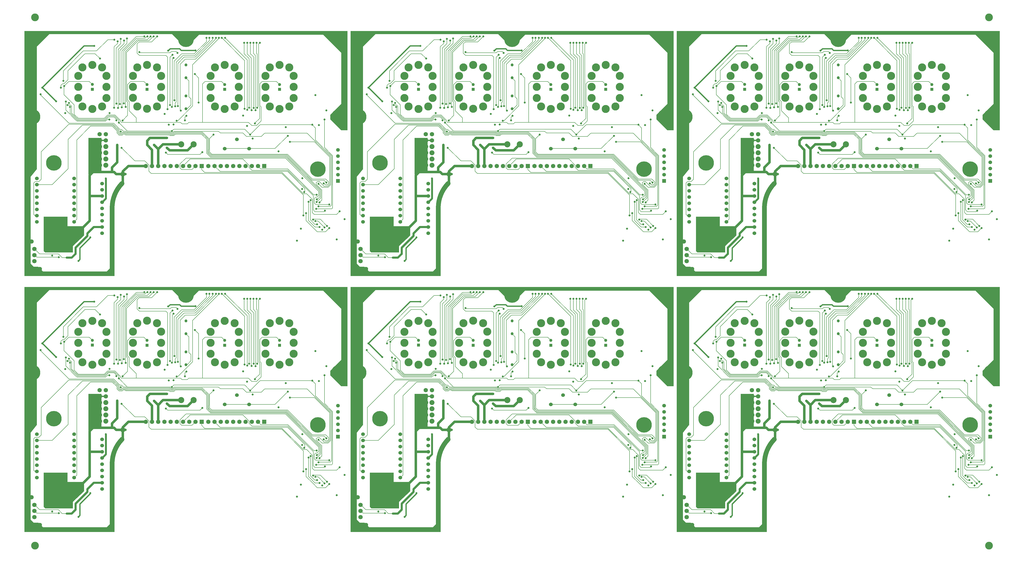
<source format=gbl>
%FSAX24Y24*%
%MOIN*%
G70*
G01*
G75*
G04 Layer_Physical_Order=4*
G04 Layer_Color=16711680*
%ADD10C,0.0630*%
%ADD11R,3.0070X0.2530*%
G04:AMPARAMS|DCode=12|XSize=24mil|YSize=59.1mil|CornerRadius=0.6mil|HoleSize=0mil|Usage=FLASHONLY|Rotation=270.000|XOffset=0mil|YOffset=0mil|HoleType=Round|Shape=RoundedRectangle|*
%AMROUNDEDRECTD12*
21,1,0.0240,0.0579,0,0,270.0*
21,1,0.0228,0.0591,0,0,270.0*
1,1,0.0012,-0.0289,-0.0114*
1,1,0.0012,-0.0289,0.0114*
1,1,0.0012,0.0289,0.0114*
1,1,0.0012,0.0289,-0.0114*
%
%ADD12ROUNDEDRECTD12*%
G04:AMPARAMS|DCode=13|XSize=24mil|YSize=59.1mil|CornerRadius=0.6mil|HoleSize=0mil|Usage=FLASHONLY|Rotation=180.000|XOffset=0mil|YOffset=0mil|HoleType=Round|Shape=RoundedRectangle|*
%AMROUNDEDRECTD13*
21,1,0.0240,0.0579,0,0,180.0*
21,1,0.0228,0.0591,0,0,180.0*
1,1,0.0012,-0.0114,0.0289*
1,1,0.0012,0.0114,0.0289*
1,1,0.0012,0.0114,-0.0289*
1,1,0.0012,-0.0114,-0.0289*
%
%ADD13ROUNDEDRECTD13*%
%ADD14R,0.0669X0.0984*%
%ADD15R,0.0512X0.0591*%
%ADD16R,0.0512X0.0236*%
%ADD17R,0.0709X0.0630*%
%ADD18R,0.0472X0.1575*%
G04:AMPARAMS|DCode=19|XSize=70.9mil|YSize=63mil|CornerRadius=0mil|HoleSize=0mil|Usage=FLASHONLY|Rotation=315.000|XOffset=0mil|YOffset=0mil|HoleType=Round|Shape=Rectangle|*
%AMROTATEDRECTD19*
4,1,4,-0.0473,0.0028,-0.0028,0.0473,0.0473,-0.0028,0.0028,-0.0473,-0.0473,0.0028,0.0*
%
%ADD19ROTATEDRECTD19*%

G04:AMPARAMS|DCode=20|XSize=70.9mil|YSize=63mil|CornerRadius=0mil|HoleSize=0mil|Usage=FLASHONLY|Rotation=45.000|XOffset=0mil|YOffset=0mil|HoleType=Round|Shape=Rectangle|*
%AMROTATEDRECTD20*
4,1,4,-0.0028,-0.0473,-0.0473,-0.0028,0.0028,0.0473,0.0473,0.0028,-0.0028,-0.0473,0.0*
%
%ADD20ROTATEDRECTD20*%

%ADD21O,0.0236X0.0866*%
%ADD22O,0.0866X0.0236*%
%ADD23R,0.0630X0.1063*%
%ADD24R,0.1063X0.0630*%
%ADD25R,0.0630X0.0709*%
%ADD26O,0.0669X0.0138*%
%ADD27O,0.0138X0.0669*%
%ADD28O,0.0236X0.0787*%
%ADD29R,0.1378X0.0669*%
%ADD30R,0.1417X0.0591*%
%ADD31R,0.1024X0.0945*%
%ADD32R,0.0945X0.1024*%
%ADD33R,0.0984X0.0669*%
G04:AMPARAMS|DCode=34|XSize=21.7mil|YSize=68.9mil|CornerRadius=0mil|HoleSize=0mil|Usage=FLASHONLY|Rotation=135.000|XOffset=0mil|YOffset=0mil|HoleType=Round|Shape=Round|*
%AMOVALD34*
21,1,0.0472,0.0217,0.0000,0.0000,225.0*
1,1,0.0217,0.0167,0.0167*
1,1,0.0217,-0.0167,-0.0167*
%
%ADD34OVALD34*%

G04:AMPARAMS|DCode=35|XSize=21.7mil|YSize=68.9mil|CornerRadius=0mil|HoleSize=0mil|Usage=FLASHONLY|Rotation=225.000|XOffset=0mil|YOffset=0mil|HoleType=Round|Shape=Round|*
%AMOVALD35*
21,1,0.0472,0.0217,0.0000,0.0000,315.0*
1,1,0.0217,-0.0167,0.0167*
1,1,0.0217,0.0167,-0.0167*
%
%ADD35OVALD35*%

%ADD36O,0.0236X0.0591*%
%ADD37R,0.0591X0.0512*%
%ADD38R,0.0551X0.1280*%
%ADD39C,0.0079*%
%ADD40C,0.0197*%
%ADD41C,0.0400*%
%ADD42C,0.0394*%
%ADD43C,0.0118*%
%ADD44C,0.0100*%
%ADD45C,0.0330*%
%ADD46R,0.0394X0.0394*%
%ADD47P,0.1114X4X270.0*%
%ADD48R,0.1000X0.0900*%
%ADD49C,0.1250*%
%ADD50C,0.1300*%
%ADD51C,0.0600*%
%ADD52C,0.0700*%
%ADD53C,0.0800*%
%ADD54R,0.0700X0.0700*%
%ADD55C,0.0709*%
%ADD56C,0.0394*%
%ADD57C,0.2500*%
%ADD58R,0.0492X0.0492*%
%ADD59C,0.0492*%
%ADD60R,0.0591X0.0591*%
%ADD61C,0.0591*%
%ADD62C,0.0472*%
%ADD63C,0.0315*%
%ADD64C,0.0984*%
%ADD65C,0.0600*%
%ADD66R,15.7490X0.1250*%
%ADD67C,0.1850*%
%ADD68R,0.9650X0.5150*%
%ADD69C,0.1650*%
%ADD70C,0.1500*%
%ADD71C,0.1400*%
%ADD72C,0.0640*%
%ADD73C,0.0610*%
G04:AMPARAMS|DCode=74|XSize=84mil|YSize=84mil|CornerRadius=0mil|HoleSize=0mil|Usage=FLASHONLY|Rotation=0.000|XOffset=0mil|YOffset=0mil|HoleType=Round|Shape=Relief|Width=10mil|Gap=10mil|Entries=4|*
%AMTHD74*
7,0,0,0.0840,0.0640,0.0100,45*
%
%ADD74THD74*%
%ADD75C,0.0770*%
%ADD76C,0.0750*%
G04:AMPARAMS|DCode=77|XSize=100mil|YSize=100mil|CornerRadius=0mil|HoleSize=0mil|Usage=FLASHONLY|Rotation=0.000|XOffset=0mil|YOffset=0mil|HoleType=Round|Shape=Relief|Width=10mil|Gap=10mil|Entries=4|*
%AMTHD77*
7,0,0,0.1000,0.0800,0.0100,45*
%
%ADD77THD77*%
G04:AMPARAMS|DCode=78|XSize=95mil|YSize=95mil|CornerRadius=0mil|HoleSize=0mil|Usage=FLASHONLY|Rotation=0.000|XOffset=0mil|YOffset=0mil|HoleType=Round|Shape=Relief|Width=10mil|Gap=10mil|Entries=4|*
%AMTHD78*
7,0,0,0.0950,0.0750,0.0100,45*
%
%ADD78THD78*%
G04:AMPARAMS|DCode=79|XSize=90mil|YSize=90mil|CornerRadius=0mil|HoleSize=0mil|Usage=FLASHONLY|Rotation=0.000|XOffset=0mil|YOffset=0mil|HoleType=Round|Shape=Relief|Width=10mil|Gap=10mil|Entries=4|*
%AMTHD79*
7,0,0,0.0900,0.0700,0.0100,45*
%
%ADD79THD79*%
%ADD80C,0.0872*%
%ADD81C,0.0754*%
%ADD82C,0.0597*%
%ADD83C,0.1685*%
%ADD84C,0.0695*%
G04:AMPARAMS|DCode=85|XSize=95.433mil|YSize=95.433mil|CornerRadius=0mil|HoleSize=0mil|Usage=FLASHONLY|Rotation=0.000|XOffset=0mil|YOffset=0mil|HoleType=Round|Shape=Relief|Width=10mil|Gap=10mil|Entries=4|*
%AMTHD85*
7,0,0,0.0954,0.0754,0.0100,45*
%
%ADD85THD85*%
%ADD86C,0.0650*%
%ADD87C,0.0518*%
%ADD88C,0.1100*%
G04:AMPARAMS|DCode=89|XSize=71.811mil|YSize=71.811mil|CornerRadius=0mil|HoleSize=0mil|Usage=FLASHONLY|Rotation=0.000|XOffset=0mil|YOffset=0mil|HoleType=Round|Shape=Relief|Width=10mil|Gap=10mil|Entries=4|*
%AMTHD89*
7,0,0,0.0718,0.0518,0.0100,45*
%
%ADD89THD89*%
%ADD90C,0.0787*%
%ADD91C,0.1250*%
G04:AMPARAMS|DCode=92|XSize=89.528mil|YSize=89.528mil|CornerRadius=0mil|HoleSize=0mil|Usage=FLASHONLY|Rotation=0.000|XOffset=0mil|YOffset=0mil|HoleType=Round|Shape=Relief|Width=10mil|Gap=10mil|Entries=4|*
%AMTHD92*
7,0,0,0.0895,0.0695,0.0100,45*
%
%ADD92THD92*%
%ADD93C,0.0750*%
%ADD94C,0.0295*%
G36*
X017716Y023105D02*
X020390Y023108D01*
Y021608D01*
X018590Y019912D01*
Y018858D01*
X014140D01*
X013890Y019108D01*
Y022858D01*
X013897Y024621D01*
X017716Y024631D01*
Y023105D01*
D02*
G37*
G36*
X023208Y032143D02*
Y031639D01*
X021790D01*
X021152Y031398D01*
X021111Y031427D01*
Y037223D01*
Y037328D01*
X023208D01*
Y032143D01*
D02*
G37*
G36*
X062790Y038558D02*
X061790D01*
X060040Y040308D01*
Y041058D01*
X061790Y042808D01*
Y051058D01*
X058890Y053958D01*
X038890D01*
X036940Y052008D01*
X036640D01*
X034580Y054068D01*
X014800D01*
X012790Y052058D01*
Y041558D01*
X013040Y041308D01*
Y040058D01*
X012790Y039808D01*
Y032308D01*
X011790Y031058D01*
Y017058D01*
X012290Y016558D01*
X013040D01*
X013790Y015808D01*
X024040D01*
X024540Y016308D01*
Y026058D01*
X025290D01*
Y015058D01*
X010790D01*
Y054558D01*
X062790D01*
Y038558D01*
D02*
G37*
G36*
X070216Y023105D02*
X072890Y023108D01*
Y021608D01*
X071090Y019912D01*
Y018858D01*
X066640D01*
X066390Y019108D01*
Y022858D01*
X066397Y024621D01*
X070216Y024631D01*
Y023105D01*
D02*
G37*
G36*
X075708Y032143D02*
Y031639D01*
X074290D01*
X073652Y031398D01*
X073611Y031427D01*
Y037223D01*
Y037328D01*
X075708D01*
Y032143D01*
D02*
G37*
G36*
X115290Y038558D02*
X114290D01*
X112540Y040308D01*
Y041058D01*
X114290Y042808D01*
Y051058D01*
X111390Y053958D01*
X091390D01*
X089440Y052008D01*
X089140D01*
X087080Y054068D01*
X067300D01*
X065290Y052058D01*
Y041558D01*
X065540Y041308D01*
Y040058D01*
X065290Y039808D01*
Y032308D01*
X064290Y031058D01*
Y017058D01*
X064790Y016558D01*
X065540D01*
X066290Y015808D01*
X076540D01*
X077040Y016308D01*
Y026058D01*
X077790D01*
Y015058D01*
X063290D01*
Y054558D01*
X115290D01*
Y038558D01*
D02*
G37*
G36*
X122716Y023105D02*
X125390Y023108D01*
Y021608D01*
X123590Y019912D01*
Y018858D01*
X119140D01*
X118890Y019108D01*
Y022858D01*
X118897Y024621D01*
X122716Y024631D01*
Y023105D01*
D02*
G37*
G36*
X128208Y032143D02*
Y031639D01*
X126790D01*
X126152Y031398D01*
X126111Y031427D01*
Y037223D01*
Y037328D01*
X128208D01*
Y032143D01*
D02*
G37*
G36*
X167790Y038558D02*
X166790D01*
X165040Y040308D01*
Y041058D01*
X166790Y042808D01*
Y051058D01*
X163890Y053958D01*
X143890D01*
X141940Y052008D01*
X141640D01*
X139580Y054068D01*
X119800D01*
X117790Y052058D01*
Y041558D01*
X118040Y041308D01*
Y040058D01*
X117790Y039808D01*
Y032308D01*
X116790Y031058D01*
Y017058D01*
X117290Y016558D01*
X118040D01*
X118790Y015808D01*
X129040D01*
X129540Y016308D01*
Y026058D01*
X130290D01*
Y015058D01*
X115790D01*
Y054558D01*
X167790D01*
Y038558D01*
D02*
G37*
G36*
X017716Y064355D02*
X020390Y064358D01*
Y062858D01*
X018590Y061162D01*
Y060108D01*
X014140D01*
X013890Y060358D01*
Y064108D01*
X013897Y065871D01*
X017716Y065881D01*
Y064355D01*
D02*
G37*
G36*
X023208Y073393D02*
Y072889D01*
X021790D01*
X021152Y072648D01*
X021111Y072677D01*
Y078473D01*
Y078578D01*
X023208D01*
Y073393D01*
D02*
G37*
G36*
X062790Y079808D02*
X061790D01*
X060040Y081558D01*
Y082308D01*
X061790Y084058D01*
Y092308D01*
X058890Y095208D01*
X038890D01*
X036940Y093258D01*
X036640D01*
X034580Y095318D01*
X014800D01*
X012790Y093308D01*
Y082808D01*
X013040Y082558D01*
Y081308D01*
X012790Y081058D01*
Y073558D01*
X011790Y072308D01*
Y058308D01*
X012290Y057808D01*
X013040D01*
X013790Y057058D01*
X024040D01*
X024540Y057558D01*
Y067308D01*
X025290D01*
Y056308D01*
X010790D01*
Y095808D01*
X062790D01*
Y079808D01*
D02*
G37*
G36*
X070216Y064355D02*
X072890Y064358D01*
Y062858D01*
X071090Y061162D01*
Y060108D01*
X066640D01*
X066390Y060358D01*
Y064108D01*
X066397Y065871D01*
X070216Y065881D01*
Y064355D01*
D02*
G37*
G36*
X075708Y073393D02*
Y072889D01*
X074290D01*
X073652Y072648D01*
X073611Y072677D01*
Y078473D01*
Y078578D01*
X075708D01*
Y073393D01*
D02*
G37*
G36*
X115290Y079808D02*
X114290D01*
X112540Y081558D01*
Y082308D01*
X114290Y084058D01*
Y092308D01*
X111390Y095208D01*
X091390D01*
X089440Y093258D01*
X089140D01*
X087080Y095318D01*
X067300D01*
X065290Y093308D01*
Y082808D01*
X065540Y082558D01*
Y081308D01*
X065290Y081058D01*
Y073558D01*
X064290Y072308D01*
Y058308D01*
X064790Y057808D01*
X065540D01*
X066290Y057058D01*
X076540D01*
X077040Y057558D01*
Y067308D01*
X077790D01*
Y056308D01*
X063290D01*
Y095808D01*
X115290D01*
Y079808D01*
D02*
G37*
G36*
X122716Y064355D02*
X125390Y064358D01*
Y062858D01*
X123590Y061162D01*
Y060108D01*
X119140D01*
X118890Y060358D01*
Y064108D01*
X118897Y065871D01*
X122716Y065881D01*
Y064355D01*
D02*
G37*
G36*
X128208Y073393D02*
Y072889D01*
X126790D01*
X126152Y072648D01*
X126111Y072677D01*
Y078473D01*
Y078578D01*
X128208D01*
Y073393D01*
D02*
G37*
G36*
X167790Y079808D02*
X166790D01*
X165040Y081558D01*
Y082308D01*
X166790Y084058D01*
Y092308D01*
X163890Y095208D01*
X143890D01*
X141940Y093258D01*
X141640D01*
X139580Y095318D01*
X119800D01*
X117790Y093308D01*
Y082808D01*
X118040Y082558D01*
Y081308D01*
X117790Y081058D01*
Y073558D01*
X116790Y072308D01*
Y058308D01*
X117290Y057808D01*
X118040D01*
X118790Y057058D01*
X129040D01*
X129540Y057558D01*
Y067308D01*
X130290D01*
Y056308D01*
X115790D01*
Y095808D01*
X167790D01*
Y079808D01*
D02*
G37*
D39*
X059280Y022190D02*
X059881Y022790D01*
X057943Y022190D02*
X059280D01*
X057283Y022849D02*
X057943Y022190D01*
X056130Y024002D02*
X057283Y022849D01*
X057565Y022958D02*
X058306D01*
X056520Y024002D02*
X057565Y022958D01*
X057538Y023420D02*
X057912D01*
X056830Y024128D02*
X057538Y023420D01*
X056520Y024002D02*
Y027048D01*
X056830Y024128D02*
Y027268D01*
X033870Y034678D02*
X039080D01*
X033580Y034968D02*
X033870Y034678D01*
X033570Y034968D02*
X033580D01*
X039080Y034678D02*
X039440Y035038D01*
X027100Y037807D02*
X034104D01*
X027165Y037965D02*
X034170D01*
X027230Y038122D02*
X034235D01*
X027296Y038280D02*
X034300D01*
X027361Y038437D02*
X034532D01*
X034104Y037807D02*
X034223Y037689D01*
X034170Y037965D02*
X034288Y037847D01*
X034235Y038122D02*
X034353Y038004D01*
X034300Y038280D02*
X034418Y038162D01*
X028790Y039838D02*
X035934D01*
X035321Y037946D02*
X039313D01*
X035033Y038103D02*
X039378D01*
X034968Y038261D02*
X039443D01*
X034903Y038418D02*
X042047D01*
X035314Y037938D02*
X035321Y037946D01*
X039313D02*
X040135Y037123D01*
X034777Y037847D02*
X035033Y038103D01*
X039378D02*
X040293Y037188D01*
X034712Y038004D02*
X034968Y038261D01*
X039443D02*
X040450Y037253D01*
X034647Y038162D02*
X034903Y038418D01*
X042047D02*
X042317Y038148D01*
X026420Y038708D02*
X026718Y038410D01*
X027165D01*
X026111Y037945D02*
X026470D01*
X026555Y038253D02*
X027100D01*
X026176Y038102D02*
X026404D01*
X035091Y037938D02*
X035314D01*
X034842Y037689D02*
X035091Y037938D01*
X034223Y037689D02*
X034842D01*
X034288Y037847D02*
X034777D01*
X034353Y038004D02*
X034712D01*
X034418Y038162D02*
X034647D01*
X026969Y037938D02*
X027100Y037807D01*
X026685Y037938D02*
X026969D01*
X027035Y038096D02*
X027165Y037965D01*
X026620Y038096D02*
X027035D01*
X027100Y038253D02*
X027230Y038122D01*
X027165Y038410D02*
X027296Y038280D01*
X026535Y037787D02*
X026685Y037938D01*
X026046Y037787D02*
X026535D01*
X026470Y037945D02*
X026620Y038096D01*
X026404Y038102D02*
X026555Y038253D01*
X037450Y033928D02*
X045952D01*
X036330Y032808D02*
X037450Y033928D01*
X024205Y041023D02*
X025368D01*
X023680Y040498D02*
X024205Y041023D01*
X025368D02*
X026258Y040133D01*
X023746Y040341D02*
X024271Y040866D01*
X025303D01*
X025990Y040178D01*
X023811Y040183D02*
X024336Y040708D01*
X025230D01*
X025600Y040338D01*
X059570Y029758D02*
X059780Y029968D01*
X059250Y029758D02*
X059570D01*
X059011Y029997D02*
X059250Y029758D01*
X058967Y029997D02*
X059011D01*
X059780Y029968D02*
Y030238D01*
X059300Y030718D02*
X059780Y030238D01*
X057120Y030718D02*
X059300D01*
X059391Y030147D02*
X059407D01*
X059030Y030508D02*
X059391Y030147D01*
X057088Y030508D02*
X059030D01*
X053039Y034558D02*
X057088Y030508D01*
X058277Y030298D02*
X059034Y029541D01*
X057970Y030298D02*
X058277D01*
X057760Y030088D02*
X057970Y030298D01*
X039866Y046444D02*
X042548D01*
X039460Y046038D02*
X039866Y046444D01*
X039460Y039838D02*
Y046038D01*
Y039838D02*
X046871D01*
X040898Y037536D02*
X040902D01*
X040610Y037248D02*
X040898Y037536D01*
X040610Y035400D02*
Y037248D01*
X026150Y038708D02*
X026420D01*
X025150Y039708D02*
X026150Y038708D01*
X017950Y039708D02*
X025150D01*
X025073Y039551D02*
X026015Y038609D01*
X025857Y038199D02*
Y038544D01*
X025008Y039393D02*
X025857Y038544D01*
X020115Y039393D02*
X025008D01*
X025700Y038133D02*
Y038479D01*
X024943Y039236D02*
X025700Y038479D01*
X021448Y039236D02*
X024943D01*
X019217Y037005D02*
X021448Y039236D01*
X017840Y037118D02*
X020115Y039393D01*
X013387Y044271D02*
X017950Y039708D01*
X049076Y046444D02*
X051368D01*
X048711Y046078D02*
X049076Y046444D01*
X048711Y042525D02*
Y046078D01*
X030079Y053698D02*
X030098Y053717D01*
X028820Y053698D02*
X030079D01*
X028843Y053410D02*
X030207D01*
X026800Y051368D02*
X028843Y053410D01*
X026800Y042918D02*
Y051368D01*
X028956Y053184D02*
X030570D01*
X027050Y051278D02*
X028956Y053184D01*
X027300Y052568D02*
Y053379D01*
X026161Y051429D02*
X027300Y052568D01*
X026161Y042791D02*
Y051429D01*
X048410Y032758D02*
X048828Y032340D01*
X048410Y032758D02*
Y032808D01*
X048828Y032340D02*
X049809D01*
X026447Y035737D02*
X028558Y033627D01*
X026015Y038264D02*
Y038609D01*
X016875Y018033D02*
X017607D01*
X016265Y018644D02*
X016875Y018033D01*
X015136Y018644D02*
X016265D01*
X015131Y018638D02*
X015136Y018644D01*
X013245Y018638D02*
X015131D01*
X012540Y019342D02*
X013245Y018638D01*
X012806Y018092D02*
X016320D01*
X022390Y051358D02*
X024216Y053184D01*
X020280Y051358D02*
X022390D01*
X017056Y048134D02*
X020280Y051358D01*
X017056Y046532D02*
Y048134D01*
X024216Y053184D02*
X025275D01*
X022177Y050908D02*
X022952Y050133D01*
X025700Y038133D02*
X026046Y037787D01*
X025857Y038199D02*
X026111Y037945D01*
X026015Y038264D02*
X026176Y038102D01*
X013387Y044271D02*
Y044387D01*
X018947Y040333D02*
X019255Y040026D01*
X018945Y040333D02*
X018947D01*
X017180Y045682D02*
X017214Y045715D01*
X018390Y042207D02*
X018408Y042224D01*
X018132Y042338D02*
X018160Y042310D01*
Y041343D02*
Y042310D01*
X017457Y041821D02*
Y043202D01*
X047383Y039326D02*
X048157D01*
X026391Y039838D02*
X028790D01*
X026258Y039971D02*
X026391Y039838D01*
X047142Y037867D02*
X048742Y039467D01*
X053123Y034715D02*
X057120Y030718D01*
X058660Y027298D02*
Y028948D01*
X058310Y026948D02*
X058660Y027298D01*
X058485Y027653D02*
Y028888D01*
X057829Y026997D02*
X058485Y027653D01*
X058328Y027792D02*
Y028823D01*
X057974Y027438D02*
X058328Y027792D01*
X060402Y026047D02*
Y029679D01*
X060410Y029687D01*
Y034466D01*
X059087Y035789D02*
X060410Y034466D01*
X060238Y026511D02*
Y029738D01*
X060253Y029752D01*
Y034401D01*
X057640Y037013D02*
X060253Y034401D01*
X059661Y029383D02*
X060095Y029818D01*
Y034336D01*
X056314Y038117D02*
X060095Y034336D01*
X059596Y029541D02*
X059938Y029883D01*
Y034271D01*
X057500Y036708D02*
X059938Y034271D01*
X057711Y026607D02*
X059867D01*
X057750Y025898D02*
X060252D01*
X059034Y029541D02*
X059596D01*
X057760Y029848D02*
Y030088D01*
Y029848D02*
X058660Y028948D01*
X057470Y026848D02*
X057711Y026607D01*
X057470Y026848D02*
Y027568D01*
X057700Y027798D01*
X057930D01*
X058170Y028038D01*
Y028748D01*
X057283Y025735D02*
Y028035D01*
X056218Y028342D02*
X057126Y027435D01*
Y025319D02*
Y027435D01*
X058120Y026311D02*
X060037D01*
X060252Y025898D02*
X060402Y026047D01*
X060037Y026311D02*
X060238Y026511D01*
X053540Y036708D02*
X057500D01*
X057438Y025007D02*
X061050D01*
X061540Y025498D01*
X053200Y032118D02*
X057283Y028035D01*
X053160Y031928D02*
X055933Y029155D01*
X053203Y032338D02*
X057364Y028177D01*
X057827D01*
X017840Y032381D02*
Y037118D01*
X015267Y029808D02*
X017840Y032381D01*
X058702Y029383D02*
X059661D01*
X058147Y029937D02*
X058702Y029383D01*
X052973Y034400D02*
X058485Y028888D01*
X053186Y033966D02*
X058328Y028823D01*
X052833Y034086D02*
X058170Y028748D01*
X057570Y025448D02*
X058990D01*
X057283Y025735D02*
X057570Y025448D01*
X057126Y025319D02*
X057438Y025007D01*
X056830Y027268D02*
X056850Y027288D01*
X058990Y025448D02*
X059160Y025618D01*
X052281Y031768D02*
X055706Y028342D01*
X039810Y031768D02*
X052281D01*
X055697Y024837D02*
Y028129D01*
X055706Y028342D02*
X056218D01*
X055933Y028731D02*
Y029155D01*
X042290Y031928D02*
X053160D01*
X047438Y032118D02*
X053200D01*
X049811Y032338D02*
X053203D01*
X055820Y028618D02*
X055933Y028731D01*
X041410Y032808D02*
X042290Y031928D01*
X039330Y032248D02*
X039810Y031768D01*
X039330Y032248D02*
Y032808D01*
X046942Y032614D02*
X047438Y032118D01*
X049809Y032340D02*
X049811Y032338D01*
X052905Y034243D02*
X053183Y033966D01*
X049467Y038117D02*
X056314D01*
X059087Y035789D02*
Y040317D01*
X057640Y037013D02*
Y038944D01*
X057117Y039467D02*
X057640Y038944D01*
X053183Y033966D02*
X053186D01*
X051128Y035628D02*
X053187Y037687D01*
X045060Y035628D02*
X051128D01*
X058050Y023948D02*
X059095Y022903D01*
X057640Y023948D02*
X058050D01*
X048742Y039467D02*
X057117D01*
X042960Y035628D02*
X045060D01*
X024465Y040333D02*
X024480Y040318D01*
X019217Y024235D02*
Y037005D01*
X026258Y039971D02*
Y040133D01*
X025600Y040178D02*
Y040338D01*
X025990Y039808D02*
Y040178D01*
X027656Y041712D02*
X028790Y040578D01*
Y039838D02*
Y040578D01*
X046871Y039838D02*
X046871Y039838D01*
X047383Y039326D01*
X037612Y042650D02*
Y043646D01*
X036987Y042025D02*
X037612Y042650D01*
X036790Y042025D02*
X036987D01*
X037280Y043978D02*
X037612Y043646D01*
X037280Y043978D02*
Y046535D01*
X036790Y047025D02*
X037280Y046535D01*
X033838Y041983D02*
Y050371D01*
X033568Y050641D02*
X033838Y050371D01*
X029305Y050641D02*
X033568D01*
X028936Y051010D02*
X029305Y050641D01*
X028936Y051010D02*
Y052494D01*
X029290Y051156D02*
X029389Y051058D01*
X012790Y029808D02*
X015267D01*
X017882Y042627D02*
X017892Y042638D01*
X057829Y026997D02*
X057829D01*
X057880Y027438D02*
X057974D01*
X026447Y035711D02*
Y035737D01*
X017949Y042978D02*
X017950D01*
X017737Y042627D02*
X017882D01*
X042570Y053458D02*
Y053576D01*
X018790Y023808D02*
X019217Y024235D01*
X025857Y042221D02*
X025905D01*
X042570Y053576D02*
X042600D01*
X017056Y046432D02*
Y047111D01*
X025857Y042221D02*
X025905D01*
X042570Y053576D02*
X042600D01*
X030207Y053410D02*
X030571Y053775D01*
X041041Y053516D02*
X041101Y053576D01*
X056130Y024002D02*
Y025188D01*
X058415Y024224D02*
X059489Y023149D01*
X057336Y024224D02*
X058415D01*
X057280Y024168D02*
X057336Y024224D01*
X046650Y041878D02*
Y049918D01*
X043110Y053458D02*
X046650Y049918D01*
X043090Y053458D02*
X043110D01*
X046950Y042188D02*
Y050138D01*
X046170Y050918D02*
X046950Y050138D01*
X046170Y050918D02*
Y052488D01*
X046670Y050868D02*
Y052488D01*
X047700Y042178D02*
Y050388D01*
X047170Y050918D02*
X047700Y050388D01*
X047170Y050918D02*
Y052658D01*
X047660Y050958D02*
Y052658D01*
X047985Y041804D02*
Y042402D01*
X040097Y052843D02*
Y053458D01*
X038145Y050891D02*
X040097Y052843D01*
X047985Y041804D02*
X048000Y041788D01*
X042600Y053458D02*
X046240Y049818D01*
Y042048D02*
Y049818D01*
X047910Y039680D02*
Y039738D01*
X035500Y042476D02*
X035501Y042475D01*
X035860Y041850D02*
X035964Y041747D01*
X041101Y053507D02*
Y053576D01*
X034231Y042633D02*
Y050349D01*
X030570Y053184D02*
X031101Y053716D01*
X025886Y042677D02*
Y051590D01*
X025235Y042190D02*
Y052023D01*
X025886Y051590D02*
X026820Y052525D01*
X025235Y052023D02*
X025796Y052584D01*
X013660Y045448D02*
X013670Y045438D01*
X026584Y040153D02*
X027401Y040969D01*
X027391Y045933D02*
X027910Y046452D01*
X031604Y053717D02*
Y053754D01*
X030600Y053717D02*
Y053745D01*
X030571Y053775D02*
X030600Y053745D01*
X027910Y046452D02*
X030038D01*
X026300Y052527D02*
Y053294D01*
X025886Y042677D02*
X025904Y042658D01*
Y042269D02*
Y042658D01*
X025858Y042174D02*
X025905Y042221D01*
X025796Y052584D02*
Y052918D01*
X025857Y042221D02*
X025904Y042269D01*
X026820Y052525D02*
Y053027D01*
X051368Y046444D02*
X051860Y045952D01*
X042548Y046444D02*
X043040Y045952D01*
X017943Y046444D02*
X021237D01*
X017214Y045715D02*
X017943Y046444D01*
X021237D02*
X021721Y045960D01*
X030038Y046452D02*
X030540Y045950D01*
X012540Y018358D02*
X012806Y018092D01*
X040902Y037536D02*
X041244Y037878D01*
X035284Y040113D02*
X035491D01*
X037866Y042488D01*
X038220Y047628D02*
X038830Y047018D01*
Y043028D02*
Y047018D01*
X036113Y050891D02*
X038145D01*
X034231Y050349D02*
X034625Y050743D01*
X025990Y039808D02*
X027361Y038437D01*
X042317Y038148D02*
X045950D01*
X052218Y031608D02*
X055697Y028129D01*
X028558Y033627D02*
X030173D01*
X030836Y032965D01*
Y031964D02*
Y032965D01*
Y031964D02*
X031191Y031608D01*
X052218D01*
X034835Y038740D02*
X046269D01*
X034532Y038437D02*
X034835Y038740D01*
X046269D02*
X047142Y037867D01*
X040135Y035593D02*
Y037123D01*
X040450Y035463D02*
Y037253D01*
X040293Y035528D02*
Y037188D01*
X040130Y034873D02*
X040760Y034243D01*
X040130Y034873D02*
Y035588D01*
X040135Y035593D01*
X040288Y035523D02*
X040293Y035528D01*
X040288Y034938D02*
Y035523D01*
Y034938D02*
X040825Y034400D01*
X040445Y035003D02*
X040890Y034558D01*
X040445Y035003D02*
Y035458D01*
X040450Y035463D01*
X040603Y035068D02*
Y035392D01*
Y035068D02*
X040956Y034715D01*
X040603Y035392D02*
X040610Y035400D01*
X046942Y032614D02*
Y032938D01*
X040956Y034715D02*
X053123D01*
X040890Y034558D02*
X053039D01*
X040825Y034400D02*
X052973D01*
X040760Y034243D02*
X052905D01*
X045952Y033928D02*
X046942Y032938D01*
X017180Y044290D02*
Y045682D01*
Y044290D02*
X018808Y042662D01*
X019255Y040026D02*
X023876D01*
X024183Y040333D01*
X024465D01*
X019320Y040183D02*
X023811D01*
X019385Y040341D02*
X023746D01*
X017457Y041821D02*
X018945Y040333D01*
X018160Y041343D02*
X019320Y040183D01*
X018390Y041335D02*
Y042207D01*
X017892Y042638D02*
X018222D01*
X018408Y042452D01*
Y042224D02*
Y042452D01*
X018808Y041140D02*
Y042662D01*
X019450Y040498D02*
X023680D01*
X018390Y041335D02*
X019385Y040341D01*
X018808Y041140D02*
X019450Y040498D01*
X036160Y039611D02*
X037017D01*
X035934Y039838D02*
X036160Y039611D01*
X037017D02*
X037243Y039838D01*
X046871D01*
X016662Y045438D02*
Y045812D01*
X016920Y046069D01*
X017156D01*
X017784Y046698D01*
Y048154D01*
X020538Y050908D01*
X022177D01*
X025580Y042889D02*
X025609Y042859D01*
X025580Y042889D02*
Y051806D01*
X026300Y052527D01*
X027656Y041712D02*
Y043162D01*
X027391Y043427D02*
X027656Y043162D01*
X027391Y043427D02*
Y045933D01*
X027233Y043273D02*
Y051121D01*
Y043273D02*
X027401Y043105D01*
Y040969D02*
Y043105D01*
X027076Y042347D02*
X027095Y042328D01*
X027050Y043141D02*
Y051278D01*
Y043141D02*
X027076Y043115D01*
Y042347D02*
Y043115D01*
X031267Y052818D02*
X032164Y053716D01*
X028936Y052494D02*
X029260Y052818D01*
X031267D01*
X027233Y051121D02*
X029109Y052997D01*
X030847D01*
X031604Y053754D01*
X035220Y043128D02*
Y049538D01*
X035068Y042426D02*
Y042976D01*
X035220Y043128D01*
X047981Y042406D02*
X047985Y042402D01*
X047981Y042406D02*
Y050637D01*
X047660Y050958D02*
X047981Y050637D01*
X048257Y042202D02*
X048260Y042198D01*
X048170Y050958D02*
Y052628D01*
Y050958D02*
X048257Y050871D01*
Y042202D02*
Y050871D01*
X048493Y052461D02*
X048690Y052658D01*
X026456Y042260D02*
X026485Y042289D01*
Y051363D01*
X028820Y053698D01*
X047312Y041886D02*
X047380Y041818D01*
X047312Y041886D02*
Y050226D01*
X046670Y050868D02*
X047312Y050226D01*
X048493Y042446D02*
Y052461D01*
X048887Y040055D02*
Y042348D01*
X048157Y039326D02*
X048887Y040055D01*
X048711Y042525D02*
X048887Y042348D01*
X047910Y039738D02*
X048651Y040478D01*
Y042288D01*
X048493Y042446D02*
X048651Y042288D01*
X035215Y051265D02*
X035444Y051036D01*
X029389Y051058D02*
X034271D01*
X034477Y051265D01*
X035215D01*
X035500Y042476D02*
Y049348D01*
X035860Y041850D02*
Y049188D01*
X034910Y043428D02*
X034930Y043408D01*
X034910Y043428D02*
Y049688D01*
X036113Y050891D01*
X034517Y042347D02*
X034595Y042426D01*
Y050035D01*
X034813Y050253D01*
X041640Y053339D02*
Y053458D01*
X041101Y053174D02*
Y053458D01*
X040580Y052998D02*
Y053458D01*
X035220Y049538D02*
X036327Y050645D01*
X038227D01*
X040580Y052998D01*
X035500Y049348D02*
X036511Y050359D01*
X038286D01*
X041101Y053174D01*
X035860Y049188D02*
X036707Y050034D01*
X038336D01*
X041640Y053339D01*
X037866Y042488D02*
Y049142D01*
X042103Y053379D01*
Y053458D01*
X045950Y038148D02*
X046525Y037574D01*
X048924D01*
X049467Y038117D01*
X013500Y030677D02*
Y035111D01*
X017940Y039551D01*
X025073D01*
X013133Y030310D02*
X013500Y030677D01*
X012292Y030074D02*
X012529Y030310D01*
X013133D01*
X012487Y024808D02*
X012790D01*
X012292Y025002D02*
Y030074D01*
Y025002D02*
X012487Y024808D01*
X036630Y040168D02*
Y040678D01*
X036870Y040918D01*
X035836Y032505D02*
X036091Y032249D01*
X037771D01*
X038330Y032808D01*
X035836Y032505D02*
Y033125D01*
X036796Y034086D01*
X052833D01*
X111780Y022190D02*
X112381Y022790D01*
X110443Y022190D02*
X111780D01*
X109783Y022849D02*
X110443Y022190D01*
X108630Y024002D02*
X109783Y022849D01*
X110065Y022958D02*
X110806D01*
X109020Y024002D02*
X110065Y022958D01*
X110038Y023420D02*
X110412D01*
X109330Y024128D02*
X110038Y023420D01*
X109020Y024002D02*
Y027048D01*
X109330Y024128D02*
Y027268D01*
X086370Y034678D02*
X091580D01*
X086080Y034968D02*
X086370Y034678D01*
X086070Y034968D02*
X086080D01*
X091580Y034678D02*
X091940Y035038D01*
X079600Y037807D02*
X086604D01*
X079665Y037965D02*
X086670D01*
X079730Y038122D02*
X086735D01*
X079796Y038280D02*
X086800D01*
X079861Y038437D02*
X087032D01*
X086604Y037807D02*
X086723Y037689D01*
X086670Y037965D02*
X086788Y037847D01*
X086735Y038122D02*
X086853Y038004D01*
X086800Y038280D02*
X086918Y038162D01*
X081290Y039838D02*
X088434D01*
X087821Y037946D02*
X091813D01*
X087533Y038103D02*
X091878D01*
X087468Y038261D02*
X091943D01*
X087403Y038418D02*
X094547D01*
X087814Y037938D02*
X087821Y037946D01*
X091813D02*
X092635Y037123D01*
X087277Y037847D02*
X087533Y038103D01*
X091878D02*
X092793Y037188D01*
X087212Y038004D02*
X087468Y038261D01*
X091943D02*
X092950Y037253D01*
X087147Y038162D02*
X087403Y038418D01*
X094547D02*
X094817Y038148D01*
X078920Y038708D02*
X079218Y038410D01*
X079665D01*
X078611Y037945D02*
X078970D01*
X079055Y038253D02*
X079600D01*
X078676Y038102D02*
X078904D01*
X087591Y037938D02*
X087814D01*
X087342Y037689D02*
X087591Y037938D01*
X086723Y037689D02*
X087342D01*
X086788Y037847D02*
X087277D01*
X086853Y038004D02*
X087212D01*
X086918Y038162D02*
X087147D01*
X079469Y037938D02*
X079600Y037807D01*
X079185Y037938D02*
X079469D01*
X079535Y038096D02*
X079665Y037965D01*
X079120Y038096D02*
X079535D01*
X079600Y038253D02*
X079730Y038122D01*
X079665Y038410D02*
X079796Y038280D01*
X079035Y037787D02*
X079185Y037938D01*
X078546Y037787D02*
X079035D01*
X078970Y037945D02*
X079120Y038096D01*
X078904Y038102D02*
X079055Y038253D01*
X089950Y033928D02*
X098452D01*
X088830Y032808D02*
X089950Y033928D01*
X076705Y041023D02*
X077868D01*
X076180Y040498D02*
X076705Y041023D01*
X077868D02*
X078758Y040133D01*
X076246Y040341D02*
X076771Y040866D01*
X077803D01*
X078490Y040178D01*
X076311Y040183D02*
X076836Y040708D01*
X077730D01*
X078100Y040338D01*
X112070Y029758D02*
X112280Y029968D01*
X111750Y029758D02*
X112070D01*
X111511Y029997D02*
X111750Y029758D01*
X111467Y029997D02*
X111511D01*
X112280Y029968D02*
Y030238D01*
X111800Y030718D02*
X112280Y030238D01*
X109620Y030718D02*
X111800D01*
X111891Y030147D02*
X111907D01*
X111530Y030508D02*
X111891Y030147D01*
X109588Y030508D02*
X111530D01*
X105539Y034558D02*
X109588Y030508D01*
X110777Y030298D02*
X111534Y029541D01*
X110470Y030298D02*
X110777D01*
X110260Y030088D02*
X110470Y030298D01*
X092366Y046444D02*
X095048D01*
X091960Y046038D02*
X092366Y046444D01*
X091960Y039838D02*
Y046038D01*
Y039838D02*
X099371D01*
X093398Y037536D02*
X093402D01*
X093110Y037248D02*
X093398Y037536D01*
X093110Y035400D02*
Y037248D01*
X078650Y038708D02*
X078920D01*
X077650Y039708D02*
X078650Y038708D01*
X070450Y039708D02*
X077650D01*
X077573Y039551D02*
X078515Y038609D01*
X078357Y038199D02*
Y038544D01*
X077508Y039393D02*
X078357Y038544D01*
X072615Y039393D02*
X077508D01*
X078200Y038133D02*
Y038479D01*
X077443Y039236D02*
X078200Y038479D01*
X073948Y039236D02*
X077443D01*
X071717Y037005D02*
X073948Y039236D01*
X070340Y037118D02*
X072615Y039393D01*
X065887Y044271D02*
X070450Y039708D01*
X101576Y046444D02*
X103868D01*
X101211Y046078D02*
X101576Y046444D01*
X101211Y042525D02*
Y046078D01*
X082579Y053698D02*
X082598Y053717D01*
X081320Y053698D02*
X082579D01*
X081343Y053410D02*
X082707D01*
X079300Y051368D02*
X081343Y053410D01*
X079300Y042918D02*
Y051368D01*
X081456Y053184D02*
X083070D01*
X079550Y051278D02*
X081456Y053184D01*
X079800Y052568D02*
Y053379D01*
X078661Y051429D02*
X079800Y052568D01*
X078661Y042791D02*
Y051429D01*
X100910Y032758D02*
X101328Y032340D01*
X100910Y032758D02*
Y032808D01*
X101328Y032340D02*
X102309D01*
X078947Y035737D02*
X081058Y033627D01*
X078515Y038264D02*
Y038609D01*
X069375Y018033D02*
X070107D01*
X068765Y018644D02*
X069375Y018033D01*
X067636Y018644D02*
X068765D01*
X067631Y018638D02*
X067636Y018644D01*
X065745Y018638D02*
X067631D01*
X065040Y019342D02*
X065745Y018638D01*
X065306Y018092D02*
X068820D01*
X074890Y051358D02*
X076716Y053184D01*
X072780Y051358D02*
X074890D01*
X069556Y048134D02*
X072780Y051358D01*
X069556Y046532D02*
Y048134D01*
X076716Y053184D02*
X077775D01*
X074677Y050908D02*
X075452Y050133D01*
X078200Y038133D02*
X078546Y037787D01*
X078357Y038199D02*
X078611Y037945D01*
X078515Y038264D02*
X078676Y038102D01*
X065887Y044271D02*
Y044387D01*
X071447Y040333D02*
X071755Y040026D01*
X071445Y040333D02*
X071447D01*
X069680Y045682D02*
X069714Y045715D01*
X070890Y042207D02*
X070908Y042224D01*
X070632Y042338D02*
X070660Y042310D01*
Y041343D02*
Y042310D01*
X069957Y041821D02*
Y043202D01*
X099883Y039326D02*
X100657D01*
X078891Y039838D02*
X081290D01*
X078758Y039971D02*
X078891Y039838D01*
X099642Y037867D02*
X101242Y039467D01*
X105623Y034715D02*
X109620Y030718D01*
X111160Y027298D02*
Y028948D01*
X110810Y026948D02*
X111160Y027298D01*
X110985Y027653D02*
Y028888D01*
X110329Y026997D02*
X110985Y027653D01*
X110828Y027792D02*
Y028823D01*
X110474Y027438D02*
X110828Y027792D01*
X112902Y026047D02*
Y029679D01*
X112910Y029687D01*
Y034466D01*
X111587Y035789D02*
X112910Y034466D01*
X112738Y026511D02*
Y029738D01*
X112753Y029752D01*
Y034401D01*
X110140Y037013D02*
X112753Y034401D01*
X112161Y029383D02*
X112595Y029818D01*
Y034336D01*
X108814Y038117D02*
X112595Y034336D01*
X112096Y029541D02*
X112438Y029883D01*
Y034271D01*
X110000Y036708D02*
X112438Y034271D01*
X110211Y026607D02*
X112367D01*
X110250Y025898D02*
X112752D01*
X111534Y029541D02*
X112096D01*
X110260Y029848D02*
Y030088D01*
Y029848D02*
X111160Y028948D01*
X109970Y026848D02*
X110211Y026607D01*
X109970Y026848D02*
Y027568D01*
X110200Y027798D01*
X110430D01*
X110670Y028038D01*
Y028748D01*
X109783Y025735D02*
Y028035D01*
X108718Y028342D02*
X109626Y027435D01*
Y025319D02*
Y027435D01*
X110620Y026311D02*
X112537D01*
X112752Y025898D02*
X112902Y026047D01*
X112537Y026311D02*
X112738Y026511D01*
X106040Y036708D02*
X110000D01*
X109938Y025007D02*
X113550D01*
X114040Y025498D01*
X105700Y032118D02*
X109783Y028035D01*
X105660Y031928D02*
X108433Y029155D01*
X105703Y032338D02*
X109864Y028177D01*
X110327D01*
X070340Y032381D02*
Y037118D01*
X067767Y029808D02*
X070340Y032381D01*
X111202Y029383D02*
X112161D01*
X110647Y029937D02*
X111202Y029383D01*
X105473Y034400D02*
X110985Y028888D01*
X105686Y033966D02*
X110828Y028823D01*
X105333Y034086D02*
X110670Y028748D01*
X110070Y025448D02*
X111490D01*
X109783Y025735D02*
X110070Y025448D01*
X109626Y025319D02*
X109938Y025007D01*
X109330Y027268D02*
X109350Y027288D01*
X111490Y025448D02*
X111660Y025618D01*
X104781Y031768D02*
X108206Y028342D01*
X092310Y031768D02*
X104781D01*
X108197Y024837D02*
Y028129D01*
X108206Y028342D02*
X108718D01*
X108433Y028731D02*
Y029155D01*
X094790Y031928D02*
X105660D01*
X099938Y032118D02*
X105700D01*
X102311Y032338D02*
X105703D01*
X108320Y028618D02*
X108433Y028731D01*
X093910Y032808D02*
X094790Y031928D01*
X091830Y032248D02*
X092310Y031768D01*
X091830Y032248D02*
Y032808D01*
X099442Y032614D02*
X099938Y032118D01*
X102309Y032340D02*
X102311Y032338D01*
X105405Y034243D02*
X105683Y033966D01*
X101967Y038117D02*
X108814D01*
X111587Y035789D02*
Y040317D01*
X110140Y037013D02*
Y038944D01*
X109617Y039467D02*
X110140Y038944D01*
X105683Y033966D02*
X105686D01*
X103628Y035628D02*
X105687Y037687D01*
X097560Y035628D02*
X103628D01*
X110550Y023948D02*
X111595Y022903D01*
X110140Y023948D02*
X110550D01*
X101242Y039467D02*
X109617D01*
X095460Y035628D02*
X097560D01*
X076965Y040333D02*
X076980Y040318D01*
X071717Y024235D02*
Y037005D01*
X078758Y039971D02*
Y040133D01*
X078100Y040178D02*
Y040338D01*
X078490Y039808D02*
Y040178D01*
X080156Y041712D02*
X081290Y040578D01*
Y039838D02*
Y040578D01*
X099371Y039838D02*
X099371Y039838D01*
X099883Y039326D01*
X090112Y042650D02*
Y043646D01*
X089487Y042025D02*
X090112Y042650D01*
X089290Y042025D02*
X089487D01*
X089780Y043978D02*
X090112Y043646D01*
X089780Y043978D02*
Y046535D01*
X089290Y047025D02*
X089780Y046535D01*
X086338Y041983D02*
Y050371D01*
X086068Y050641D02*
X086338Y050371D01*
X081805Y050641D02*
X086068D01*
X081436Y051010D02*
X081805Y050641D01*
X081436Y051010D02*
Y052494D01*
X081790Y051156D02*
X081889Y051058D01*
X065290Y029808D02*
X067767D01*
X070382Y042627D02*
X070392Y042638D01*
X110329Y026997D02*
X110329D01*
X110380Y027438D02*
X110474D01*
X078947Y035711D02*
Y035737D01*
X070449Y042978D02*
X070450D01*
X070237Y042627D02*
X070382D01*
X095070Y053458D02*
Y053576D01*
X071290Y023808D02*
X071717Y024235D01*
X078357Y042221D02*
X078405D01*
X095070Y053576D02*
X095100D01*
X069556Y046432D02*
Y047111D01*
X078357Y042221D02*
X078405D01*
X095070Y053576D02*
X095100D01*
X082707Y053410D02*
X083071Y053775D01*
X093541Y053516D02*
X093601Y053576D01*
X108630Y024002D02*
Y025188D01*
X110915Y024224D02*
X111989Y023149D01*
X109836Y024224D02*
X110915D01*
X109780Y024168D02*
X109836Y024224D01*
X099150Y041878D02*
Y049918D01*
X095610Y053458D02*
X099150Y049918D01*
X095590Y053458D02*
X095610D01*
X099450Y042188D02*
Y050138D01*
X098670Y050918D02*
X099450Y050138D01*
X098670Y050918D02*
Y052488D01*
X099170Y050868D02*
Y052488D01*
X100200Y042178D02*
Y050388D01*
X099670Y050918D02*
X100200Y050388D01*
X099670Y050918D02*
Y052658D01*
X100160Y050958D02*
Y052658D01*
X100485Y041804D02*
Y042402D01*
X092597Y052843D02*
Y053458D01*
X090645Y050891D02*
X092597Y052843D01*
X100485Y041804D02*
X100500Y041788D01*
X095100Y053458D02*
X098740Y049818D01*
Y042048D02*
Y049818D01*
X100410Y039680D02*
Y039738D01*
X088000Y042476D02*
X088001Y042475D01*
X088360Y041850D02*
X088464Y041747D01*
X093601Y053507D02*
Y053576D01*
X086731Y042633D02*
Y050349D01*
X083070Y053184D02*
X083601Y053716D01*
X078386Y042677D02*
Y051590D01*
X077735Y042190D02*
Y052023D01*
X078386Y051590D02*
X079320Y052525D01*
X077735Y052023D02*
X078296Y052584D01*
X066160Y045448D02*
X066170Y045438D01*
X079084Y040153D02*
X079901Y040969D01*
X079891Y045933D02*
X080410Y046452D01*
X084104Y053717D02*
Y053754D01*
X083100Y053717D02*
Y053745D01*
X083071Y053775D02*
X083100Y053745D01*
X080410Y046452D02*
X082538D01*
X078800Y052527D02*
Y053294D01*
X078386Y042677D02*
X078404Y042658D01*
Y042269D02*
Y042658D01*
X078358Y042174D02*
X078405Y042221D01*
X078296Y052584D02*
Y052918D01*
X078357Y042221D02*
X078404Y042269D01*
X079320Y052525D02*
Y053027D01*
X103868Y046444D02*
X104360Y045952D01*
X095048Y046444D02*
X095540Y045952D01*
X070443Y046444D02*
X073737D01*
X069714Y045715D02*
X070443Y046444D01*
X073737D02*
X074221Y045960D01*
X082538Y046452D02*
X083040Y045950D01*
X065040Y018358D02*
X065306Y018092D01*
X093402Y037536D02*
X093744Y037878D01*
X087784Y040113D02*
X087991D01*
X090366Y042488D01*
X090720Y047628D02*
X091330Y047018D01*
Y043028D02*
Y047018D01*
X088613Y050891D02*
X090645D01*
X086731Y050349D02*
X087125Y050743D01*
X078490Y039808D02*
X079861Y038437D01*
X094817Y038148D02*
X098450D01*
X104718Y031608D02*
X108197Y028129D01*
X081058Y033627D02*
X082673D01*
X083336Y032965D01*
Y031964D02*
Y032965D01*
Y031964D02*
X083691Y031608D01*
X104718D01*
X087335Y038740D02*
X098769D01*
X087032Y038437D02*
X087335Y038740D01*
X098769D02*
X099642Y037867D01*
X092635Y035593D02*
Y037123D01*
X092950Y035463D02*
Y037253D01*
X092793Y035528D02*
Y037188D01*
X092630Y034873D02*
X093260Y034243D01*
X092630Y034873D02*
Y035588D01*
X092635Y035593D01*
X092788Y035523D02*
X092793Y035528D01*
X092788Y034938D02*
Y035523D01*
Y034938D02*
X093325Y034400D01*
X092945Y035003D02*
X093390Y034558D01*
X092945Y035003D02*
Y035458D01*
X092950Y035463D01*
X093103Y035068D02*
Y035392D01*
Y035068D02*
X093456Y034715D01*
X093103Y035392D02*
X093110Y035400D01*
X099442Y032614D02*
Y032938D01*
X093456Y034715D02*
X105623D01*
X093390Y034558D02*
X105539D01*
X093325Y034400D02*
X105473D01*
X093260Y034243D02*
X105405D01*
X098452Y033928D02*
X099442Y032938D01*
X069680Y044290D02*
Y045682D01*
Y044290D02*
X071308Y042662D01*
X071755Y040026D02*
X076376D01*
X076683Y040333D01*
X076965D01*
X071820Y040183D02*
X076311D01*
X071885Y040341D02*
X076246D01*
X069957Y041821D02*
X071445Y040333D01*
X070660Y041343D02*
X071820Y040183D01*
X070890Y041335D02*
Y042207D01*
X070392Y042638D02*
X070722D01*
X070908Y042452D01*
Y042224D02*
Y042452D01*
X071308Y041140D02*
Y042662D01*
X071950Y040498D02*
X076180D01*
X070890Y041335D02*
X071885Y040341D01*
X071308Y041140D02*
X071950Y040498D01*
X088660Y039611D02*
X089517D01*
X088434Y039838D02*
X088660Y039611D01*
X089517D02*
X089743Y039838D01*
X099371D01*
X069162Y045438D02*
Y045812D01*
X069420Y046069D01*
X069656D01*
X070284Y046698D01*
Y048154D01*
X073038Y050908D01*
X074677D01*
X078080Y042889D02*
X078109Y042859D01*
X078080Y042889D02*
Y051806D01*
X078800Y052527D01*
X080156Y041712D02*
Y043162D01*
X079891Y043427D02*
X080156Y043162D01*
X079891Y043427D02*
Y045933D01*
X079733Y043273D02*
Y051121D01*
Y043273D02*
X079901Y043105D01*
Y040969D02*
Y043105D01*
X079576Y042347D02*
X079595Y042328D01*
X079550Y043141D02*
Y051278D01*
Y043141D02*
X079576Y043115D01*
Y042347D02*
Y043115D01*
X083767Y052818D02*
X084664Y053716D01*
X081436Y052494D02*
X081760Y052818D01*
X083767D01*
X079733Y051121D02*
X081609Y052997D01*
X083347D01*
X084104Y053754D01*
X087720Y043128D02*
Y049538D01*
X087568Y042426D02*
Y042976D01*
X087720Y043128D01*
X100481Y042406D02*
X100485Y042402D01*
X100481Y042406D02*
Y050637D01*
X100160Y050958D02*
X100481Y050637D01*
X100757Y042202D02*
X100760Y042198D01*
X100670Y050958D02*
Y052628D01*
Y050958D02*
X100757Y050871D01*
Y042202D02*
Y050871D01*
X100993Y052461D02*
X101190Y052658D01*
X078956Y042260D02*
X078985Y042289D01*
Y051363D01*
X081320Y053698D01*
X099812Y041886D02*
X099880Y041818D01*
X099812Y041886D02*
Y050226D01*
X099170Y050868D02*
X099812Y050226D01*
X100993Y042446D02*
Y052461D01*
X101387Y040055D02*
Y042348D01*
X100657Y039326D02*
X101387Y040055D01*
X101211Y042525D02*
X101387Y042348D01*
X100410Y039738D02*
X101151Y040478D01*
Y042288D01*
X100993Y042446D02*
X101151Y042288D01*
X087716Y051265D02*
X087944Y051036D01*
X081889Y051058D02*
X086771D01*
X086977Y051265D01*
X087716D01*
X088000Y042476D02*
Y049348D01*
X088360Y041850D02*
Y049188D01*
X087410Y043428D02*
X087430Y043408D01*
X087410Y043428D02*
Y049688D01*
X088613Y050891D01*
X087017Y042347D02*
X087095Y042426D01*
Y050035D01*
X087313Y050253D01*
X094140Y053339D02*
Y053458D01*
X093601Y053174D02*
Y053458D01*
X093080Y052998D02*
Y053458D01*
X087720Y049538D02*
X088827Y050645D01*
X090727D01*
X093080Y052998D01*
X088000Y049348D02*
X089011Y050359D01*
X090786D01*
X093601Y053174D01*
X088360Y049188D02*
X089207Y050034D01*
X090836D01*
X094140Y053339D01*
X090366Y042488D02*
Y049142D01*
X094603Y053379D01*
Y053458D01*
X098450Y038148D02*
X099025Y037574D01*
X101424D01*
X101967Y038117D01*
X066000Y030677D02*
Y035111D01*
X070440Y039551D01*
X077573D01*
X065633Y030310D02*
X066000Y030677D01*
X064792Y030074D02*
X065029Y030310D01*
X065633D01*
X064987Y024808D02*
X065290D01*
X064792Y025002D02*
Y030074D01*
Y025002D02*
X064987Y024808D01*
X089130Y040168D02*
Y040678D01*
X089370Y040918D01*
X088336Y032505D02*
X088591Y032249D01*
X090271D01*
X090830Y032808D01*
X088336Y032505D02*
Y033125D01*
X089296Y034086D01*
X105333D01*
X164280Y022190D02*
X164881Y022790D01*
X162943Y022190D02*
X164280D01*
X162283Y022849D02*
X162943Y022190D01*
X161130Y024002D02*
X162283Y022849D01*
X162565Y022958D02*
X163306D01*
X161520Y024002D02*
X162565Y022958D01*
X162538Y023420D02*
X162912D01*
X161830Y024128D02*
X162538Y023420D01*
X161520Y024002D02*
Y027048D01*
X161830Y024128D02*
Y027268D01*
X138870Y034678D02*
X144080D01*
X138580Y034968D02*
X138870Y034678D01*
X138570Y034968D02*
X138580D01*
X144080Y034678D02*
X144440Y035038D01*
X132100Y037807D02*
X139104D01*
X132165Y037965D02*
X139170D01*
X132230Y038122D02*
X139235D01*
X132296Y038280D02*
X139300D01*
X132361Y038437D02*
X139532D01*
X139104Y037807D02*
X139223Y037689D01*
X139170Y037965D02*
X139288Y037847D01*
X139235Y038122D02*
X139353Y038004D01*
X139300Y038280D02*
X139418Y038162D01*
X133790Y039838D02*
X140934D01*
X140321Y037946D02*
X144313D01*
X140033Y038103D02*
X144378D01*
X139968Y038261D02*
X144443D01*
X139903Y038418D02*
X147047D01*
X140314Y037938D02*
X140321Y037946D01*
X144313D02*
X145135Y037123D01*
X139777Y037847D02*
X140033Y038103D01*
X144378D02*
X145293Y037188D01*
X139712Y038004D02*
X139968Y038261D01*
X144443D02*
X145450Y037253D01*
X139647Y038162D02*
X139903Y038418D01*
X147047D02*
X147317Y038148D01*
X131420Y038708D02*
X131718Y038410D01*
X132165D01*
X131111Y037945D02*
X131470D01*
X131555Y038253D02*
X132100D01*
X131176Y038102D02*
X131404D01*
X140091Y037938D02*
X140314D01*
X139842Y037689D02*
X140091Y037938D01*
X139223Y037689D02*
X139842D01*
X139288Y037847D02*
X139777D01*
X139353Y038004D02*
X139712D01*
X139418Y038162D02*
X139647D01*
X131969Y037938D02*
X132100Y037807D01*
X131685Y037938D02*
X131969D01*
X132035Y038096D02*
X132165Y037965D01*
X131620Y038096D02*
X132035D01*
X132100Y038253D02*
X132230Y038122D01*
X132165Y038410D02*
X132296Y038280D01*
X131535Y037787D02*
X131685Y037938D01*
X131046Y037787D02*
X131535D01*
X131470Y037945D02*
X131620Y038096D01*
X131404Y038102D02*
X131555Y038253D01*
X142450Y033928D02*
X150952D01*
X141330Y032808D02*
X142450Y033928D01*
X129205Y041023D02*
X130368D01*
X128680Y040498D02*
X129205Y041023D01*
X130368D02*
X131258Y040133D01*
X128746Y040341D02*
X129270Y040866D01*
X130303D01*
X130990Y040178D01*
X128811Y040183D02*
X129336Y040708D01*
X130230D01*
X130600Y040338D01*
X164570Y029758D02*
X164780Y029968D01*
X164250Y029758D02*
X164570D01*
X164011Y029997D02*
X164250Y029758D01*
X163967Y029997D02*
X164011D01*
X164780Y029968D02*
Y030238D01*
X164300Y030718D02*
X164780Y030238D01*
X162120Y030718D02*
X164300D01*
X164391Y030147D02*
X164407D01*
X164030Y030508D02*
X164391Y030147D01*
X162088Y030508D02*
X164030D01*
X158039Y034558D02*
X162088Y030508D01*
X163277Y030298D02*
X164034Y029541D01*
X162970Y030298D02*
X163277D01*
X162760Y030088D02*
X162970Y030298D01*
X144866Y046444D02*
X147548D01*
X144460Y046038D02*
X144866Y046444D01*
X144460Y039838D02*
Y046038D01*
Y039838D02*
X151871D01*
X145898Y037536D02*
X145902D01*
X145610Y037248D02*
X145898Y037536D01*
X145610Y035400D02*
Y037248D01*
X131150Y038708D02*
X131420D01*
X130150Y039708D02*
X131150Y038708D01*
X122950Y039708D02*
X130150D01*
X130073Y039551D02*
X131015Y038609D01*
X130857Y038199D02*
Y038544D01*
X130008Y039393D02*
X130857Y038544D01*
X125115Y039393D02*
X130008D01*
X130700Y038133D02*
Y038479D01*
X129943Y039236D02*
X130700Y038479D01*
X126448Y039236D02*
X129943D01*
X124217Y037005D02*
X126448Y039236D01*
X122840Y037118D02*
X125115Y039393D01*
X118387Y044271D02*
X122950Y039708D01*
X154076Y046444D02*
X156368D01*
X153711Y046078D02*
X154076Y046444D01*
X153711Y042525D02*
Y046078D01*
X135079Y053698D02*
X135098Y053717D01*
X133820Y053698D02*
X135079D01*
X133843Y053410D02*
X135207D01*
X131800Y051368D02*
X133843Y053410D01*
X131800Y042918D02*
Y051368D01*
X133956Y053184D02*
X135570D01*
X132050Y051278D02*
X133956Y053184D01*
X132300Y052568D02*
Y053379D01*
X131161Y051429D02*
X132300Y052568D01*
X131161Y042791D02*
Y051429D01*
X153410Y032758D02*
X153828Y032340D01*
X153410Y032758D02*
Y032808D01*
X153828Y032340D02*
X154809D01*
X131447Y035737D02*
X133558Y033627D01*
X131015Y038264D02*
Y038609D01*
X121875Y018033D02*
X122607D01*
X121265Y018644D02*
X121875Y018033D01*
X120136Y018644D02*
X121265D01*
X120131Y018638D02*
X120136Y018644D01*
X118245Y018638D02*
X120131D01*
X117540Y019342D02*
X118245Y018638D01*
X117806Y018092D02*
X121320D01*
X127390Y051358D02*
X129216Y053184D01*
X125280Y051358D02*
X127390D01*
X122056Y048134D02*
X125280Y051358D01*
X122056Y046532D02*
Y048134D01*
X129216Y053184D02*
X130275D01*
X127177Y050908D02*
X127952Y050133D01*
X130700Y038133D02*
X131046Y037787D01*
X130857Y038199D02*
X131111Y037945D01*
X131015Y038264D02*
X131176Y038102D01*
X118387Y044271D02*
Y044387D01*
X123947Y040333D02*
X124255Y040026D01*
X123945Y040333D02*
X123947D01*
X122180Y045682D02*
X122214Y045715D01*
X123390Y042207D02*
X123408Y042224D01*
X123132Y042338D02*
X123160Y042310D01*
Y041343D02*
Y042310D01*
X122457Y041821D02*
Y043202D01*
X152383Y039326D02*
X153157D01*
X131391Y039838D02*
X133790D01*
X131258Y039971D02*
X131391Y039838D01*
X152142Y037867D02*
X153742Y039467D01*
X158123Y034715D02*
X162120Y030718D01*
X163660Y027298D02*
Y028948D01*
X163310Y026948D02*
X163660Y027298D01*
X163485Y027653D02*
Y028888D01*
X162829Y026997D02*
X163485Y027653D01*
X163328Y027792D02*
Y028823D01*
X162974Y027438D02*
X163328Y027792D01*
X165402Y026047D02*
Y029679D01*
X165410Y029687D01*
Y034466D01*
X164087Y035789D02*
X165410Y034466D01*
X165238Y026511D02*
Y029738D01*
X165253Y029752D01*
Y034401D01*
X162640Y037013D02*
X165253Y034401D01*
X164661Y029383D02*
X165095Y029818D01*
Y034336D01*
X161314Y038117D02*
X165095Y034336D01*
X164596Y029541D02*
X164938Y029883D01*
Y034271D01*
X162500Y036708D02*
X164938Y034271D01*
X162711Y026607D02*
X164867D01*
X162750Y025898D02*
X165252D01*
X164034Y029541D02*
X164596D01*
X162760Y029848D02*
Y030088D01*
Y029848D02*
X163660Y028948D01*
X162470Y026848D02*
X162711Y026607D01*
X162470Y026848D02*
Y027568D01*
X162700Y027798D01*
X162930D01*
X163170Y028038D01*
Y028748D01*
X162283Y025735D02*
Y028035D01*
X161218Y028342D02*
X162126Y027435D01*
Y025319D02*
Y027435D01*
X163120Y026311D02*
X165037D01*
X165252Y025898D02*
X165402Y026047D01*
X165037Y026311D02*
X165238Y026511D01*
X158540Y036708D02*
X162500D01*
X162438Y025007D02*
X166050D01*
X166540Y025498D01*
X158200Y032118D02*
X162283Y028035D01*
X158160Y031928D02*
X160933Y029155D01*
X158203Y032338D02*
X162364Y028177D01*
X162827D01*
X122840Y032381D02*
Y037118D01*
X120267Y029808D02*
X122840Y032381D01*
X163702Y029383D02*
X164661D01*
X163147Y029937D02*
X163702Y029383D01*
X157973Y034400D02*
X163485Y028888D01*
X158186Y033966D02*
X163328Y028823D01*
X157833Y034086D02*
X163170Y028748D01*
X162570Y025448D02*
X163990D01*
X162283Y025735D02*
X162570Y025448D01*
X162126Y025319D02*
X162438Y025007D01*
X161830Y027268D02*
X161850Y027288D01*
X163990Y025448D02*
X164160Y025618D01*
X157281Y031768D02*
X160706Y028342D01*
X144810Y031768D02*
X157281D01*
X160697Y024837D02*
Y028129D01*
X160706Y028342D02*
X161218D01*
X160933Y028731D02*
Y029155D01*
X147290Y031928D02*
X158160D01*
X152438Y032118D02*
X158200D01*
X154811Y032338D02*
X158203D01*
X160820Y028618D02*
X160933Y028731D01*
X146410Y032808D02*
X147290Y031928D01*
X144330Y032248D02*
X144810Y031768D01*
X144330Y032248D02*
Y032808D01*
X151942Y032614D02*
X152438Y032118D01*
X154809Y032340D02*
X154811Y032338D01*
X157905Y034243D02*
X158183Y033966D01*
X154467Y038117D02*
X161314D01*
X164087Y035789D02*
Y040317D01*
X162640Y037013D02*
Y038944D01*
X162117Y039467D02*
X162640Y038944D01*
X158183Y033966D02*
X158186D01*
X156128Y035628D02*
X158187Y037687D01*
X150060Y035628D02*
X156128D01*
X163050Y023948D02*
X164095Y022903D01*
X162640Y023948D02*
X163050D01*
X153742Y039467D02*
X162117D01*
X147960Y035628D02*
X150060D01*
X129465Y040333D02*
X129480Y040318D01*
X124217Y024235D02*
Y037005D01*
X131258Y039971D02*
Y040133D01*
X130600Y040178D02*
Y040338D01*
X130990Y039808D02*
Y040178D01*
X132656Y041712D02*
X133790Y040578D01*
Y039838D02*
Y040578D01*
X151871Y039838D02*
X151871Y039838D01*
X152383Y039326D01*
X142612Y042650D02*
Y043646D01*
X141987Y042025D02*
X142612Y042650D01*
X141790Y042025D02*
X141987D01*
X142280Y043978D02*
X142612Y043646D01*
X142280Y043978D02*
Y046535D01*
X141790Y047025D02*
X142280Y046535D01*
X138838Y041983D02*
Y050371D01*
X138568Y050641D02*
X138838Y050371D01*
X134305Y050641D02*
X138568D01*
X133936Y051010D02*
X134305Y050641D01*
X133936Y051010D02*
Y052494D01*
X134290Y051156D02*
X134389Y051058D01*
X117790Y029808D02*
X120267D01*
X122882Y042627D02*
X122892Y042638D01*
X162829Y026997D02*
X162829D01*
X162880Y027438D02*
X162974D01*
X131447Y035711D02*
Y035737D01*
X122949Y042978D02*
X122950D01*
X122737Y042627D02*
X122882D01*
X147570Y053458D02*
Y053576D01*
X123790Y023808D02*
X124217Y024235D01*
X130857Y042221D02*
X130905D01*
X147570Y053576D02*
X147600D01*
X122056Y046432D02*
Y047111D01*
X130857Y042221D02*
X130905D01*
X147570Y053576D02*
X147600D01*
X135207Y053410D02*
X135571Y053775D01*
X146041Y053516D02*
X146101Y053576D01*
X161130Y024002D02*
Y025188D01*
X163415Y024224D02*
X164489Y023149D01*
X162336Y024224D02*
X163415D01*
X162280Y024168D02*
X162336Y024224D01*
X151650Y041878D02*
Y049918D01*
X148110Y053458D02*
X151650Y049918D01*
X148090Y053458D02*
X148110D01*
X151950Y042188D02*
Y050138D01*
X151170Y050918D02*
X151950Y050138D01*
X151170Y050918D02*
Y052488D01*
X151670Y050868D02*
Y052488D01*
X152700Y042178D02*
Y050388D01*
X152170Y050918D02*
X152700Y050388D01*
X152170Y050918D02*
Y052658D01*
X152660Y050958D02*
Y052658D01*
X152985Y041804D02*
Y042402D01*
X145097Y052843D02*
Y053458D01*
X143145Y050891D02*
X145097Y052843D01*
X152985Y041804D02*
X153000Y041788D01*
X147600Y053458D02*
X151240Y049818D01*
Y042048D02*
Y049818D01*
X152910Y039680D02*
Y039738D01*
X140500Y042476D02*
X140501Y042475D01*
X140860Y041850D02*
X140964Y041747D01*
X146101Y053507D02*
Y053576D01*
X139231Y042633D02*
Y050349D01*
X135570Y053184D02*
X136101Y053716D01*
X130886Y042677D02*
Y051590D01*
X130235Y042190D02*
Y052023D01*
X130886Y051590D02*
X131820Y052525D01*
X130235Y052023D02*
X130796Y052584D01*
X118660Y045448D02*
X118670Y045438D01*
X131584Y040153D02*
X132401Y040969D01*
X132391Y045933D02*
X132910Y046452D01*
X136604Y053717D02*
Y053754D01*
X135600Y053717D02*
Y053745D01*
X135571Y053775D02*
X135600Y053745D01*
X132910Y046452D02*
X135038D01*
X131300Y052527D02*
Y053294D01*
X130886Y042677D02*
X130904Y042658D01*
Y042269D02*
Y042658D01*
X130858Y042174D02*
X130905Y042221D01*
X130796Y052584D02*
Y052918D01*
X130857Y042221D02*
X130904Y042269D01*
X131820Y052525D02*
Y053027D01*
X156368Y046444D02*
X156860Y045952D01*
X147548Y046444D02*
X148040Y045952D01*
X122943Y046444D02*
X126237D01*
X122214Y045715D02*
X122943Y046444D01*
X126237D02*
X126721Y045960D01*
X135038Y046452D02*
X135540Y045950D01*
X117540Y018358D02*
X117806Y018092D01*
X145902Y037536D02*
X146244Y037878D01*
X140284Y040113D02*
X140491D01*
X142866Y042488D01*
X143220Y047628D02*
X143830Y047018D01*
Y043028D02*
Y047018D01*
X141113Y050891D02*
X143145D01*
X139231Y050349D02*
X139625Y050743D01*
X130990Y039808D02*
X132361Y038437D01*
X147317Y038148D02*
X150950D01*
X157218Y031608D02*
X160697Y028129D01*
X133558Y033627D02*
X135173D01*
X135836Y032965D01*
Y031964D02*
Y032965D01*
Y031964D02*
X136191Y031608D01*
X157218D01*
X139835Y038740D02*
X151269D01*
X139532Y038437D02*
X139835Y038740D01*
X151269D02*
X152142Y037867D01*
X145135Y035593D02*
Y037123D01*
X145450Y035463D02*
Y037253D01*
X145293Y035528D02*
Y037188D01*
X145130Y034873D02*
X145760Y034243D01*
X145130Y034873D02*
Y035588D01*
X145135Y035593D01*
X145288Y035523D02*
X145293Y035528D01*
X145288Y034938D02*
Y035523D01*
Y034938D02*
X145825Y034400D01*
X145445Y035003D02*
X145890Y034558D01*
X145445Y035003D02*
Y035458D01*
X145450Y035463D01*
X145603Y035068D02*
Y035392D01*
Y035068D02*
X145956Y034715D01*
X145603Y035392D02*
X145610Y035400D01*
X151942Y032614D02*
Y032938D01*
X145956Y034715D02*
X158123D01*
X145890Y034558D02*
X158039D01*
X145825Y034400D02*
X157973D01*
X145760Y034243D02*
X157905D01*
X150952Y033928D02*
X151942Y032938D01*
X122180Y044290D02*
Y045682D01*
Y044290D02*
X123808Y042662D01*
X124255Y040026D02*
X128876D01*
X129183Y040333D01*
X129465D01*
X124320Y040183D02*
X128811D01*
X124385Y040341D02*
X128746D01*
X122457Y041821D02*
X123945Y040333D01*
X123160Y041343D02*
X124320Y040183D01*
X123390Y041335D02*
Y042207D01*
X122892Y042638D02*
X123222D01*
X123408Y042452D01*
Y042224D02*
Y042452D01*
X123808Y041140D02*
Y042662D01*
X124450Y040498D02*
X128680D01*
X123390Y041335D02*
X124385Y040341D01*
X123808Y041140D02*
X124450Y040498D01*
X141160Y039611D02*
X142017D01*
X140934Y039838D02*
X141160Y039611D01*
X142017D02*
X142243Y039838D01*
X151871D01*
X121662Y045438D02*
Y045812D01*
X121920Y046069D01*
X122156D01*
X122784Y046698D01*
Y048154D01*
X125538Y050908D01*
X127177D01*
X130580Y042889D02*
X130609Y042859D01*
X130580Y042889D02*
Y051806D01*
X131300Y052527D01*
X132656Y041712D02*
Y043162D01*
X132391Y043427D02*
X132656Y043162D01*
X132391Y043427D02*
Y045933D01*
X132233Y043273D02*
Y051121D01*
Y043273D02*
X132401Y043105D01*
Y040969D02*
Y043105D01*
X132076Y042347D02*
X132095Y042328D01*
X132050Y043141D02*
Y051278D01*
Y043141D02*
X132076Y043115D01*
Y042347D02*
Y043115D01*
X136267Y052818D02*
X137164Y053716D01*
X133936Y052494D02*
X134260Y052818D01*
X136267D01*
X132233Y051121D02*
X134109Y052997D01*
X135847D01*
X136604Y053754D01*
X140220Y043128D02*
Y049538D01*
X140068Y042426D02*
Y042976D01*
X140220Y043128D01*
X152981Y042406D02*
X152985Y042402D01*
X152981Y042406D02*
Y050637D01*
X152660Y050958D02*
X152981Y050637D01*
X153257Y042202D02*
X153260Y042198D01*
X153170Y050958D02*
Y052628D01*
Y050958D02*
X153257Y050871D01*
Y042202D02*
Y050871D01*
X153493Y052461D02*
X153690Y052658D01*
X131456Y042260D02*
X131485Y042289D01*
Y051363D01*
X133820Y053698D01*
X152312Y041886D02*
X152380Y041818D01*
X152312Y041886D02*
Y050226D01*
X151670Y050868D02*
X152312Y050226D01*
X153493Y042446D02*
Y052461D01*
X153887Y040055D02*
Y042348D01*
X153157Y039326D02*
X153887Y040055D01*
X153711Y042525D02*
X153887Y042348D01*
X152910Y039738D02*
X153651Y040478D01*
Y042288D01*
X153493Y042446D02*
X153651Y042288D01*
X140216Y051265D02*
X140444Y051036D01*
X134389Y051058D02*
X139271D01*
X139477Y051265D01*
X140216D01*
X140500Y042476D02*
Y049348D01*
X140860Y041850D02*
Y049188D01*
X139910Y043428D02*
X139930Y043408D01*
X139910Y043428D02*
Y049688D01*
X141113Y050891D01*
X139517Y042347D02*
X139595Y042426D01*
Y050035D01*
X139813Y050253D01*
X146640Y053339D02*
Y053458D01*
X146101Y053174D02*
Y053458D01*
X145580Y052998D02*
Y053458D01*
X140220Y049538D02*
X141327Y050645D01*
X143227D01*
X145580Y052998D01*
X140500Y049348D02*
X141511Y050359D01*
X143286D01*
X146101Y053174D01*
X140860Y049188D02*
X141707Y050034D01*
X143336D01*
X146640Y053339D01*
X142866Y042488D02*
Y049142D01*
X147103Y053379D01*
Y053458D01*
X150950Y038148D02*
X151525Y037574D01*
X153924D01*
X154467Y038117D01*
X118500Y030677D02*
Y035111D01*
X122940Y039551D01*
X130073D01*
X118133Y030310D02*
X118500Y030677D01*
X117292Y030074D02*
X117529Y030310D01*
X118133D01*
X117487Y024808D02*
X117790D01*
X117292Y025002D02*
Y030074D01*
Y025002D02*
X117487Y024808D01*
X141630Y040168D02*
Y040678D01*
X141870Y040918D01*
X140836Y032505D02*
X141091Y032249D01*
X142771D01*
X143330Y032808D01*
X140836Y032505D02*
Y033125D01*
X141796Y034086D01*
X157833D01*
X059280Y063440D02*
X059881Y064040D01*
X057943Y063440D02*
X059280D01*
X057283Y064099D02*
X057943Y063440D01*
X056130Y065252D02*
X057283Y064099D01*
X057565Y064208D02*
X058306D01*
X056520Y065252D02*
X057565Y064208D01*
X057538Y064670D02*
X057912D01*
X056830Y065378D02*
X057538Y064670D01*
X056520Y065252D02*
Y068298D01*
X056830Y065378D02*
Y068518D01*
X033870Y075928D02*
X039080D01*
X033580Y076218D02*
X033870Y075928D01*
X033570Y076218D02*
X033580D01*
X039080Y075928D02*
X039440Y076288D01*
X027100Y079057D02*
X034104D01*
X027165Y079215D02*
X034170D01*
X027230Y079372D02*
X034235D01*
X027296Y079530D02*
X034300D01*
X027361Y079687D02*
X034532D01*
X034104Y079057D02*
X034223Y078939D01*
X034170Y079215D02*
X034288Y079097D01*
X034235Y079372D02*
X034353Y079254D01*
X034300Y079530D02*
X034418Y079412D01*
X028790Y081088D02*
X035934D01*
X035321Y079196D02*
X039313D01*
X035033Y079353D02*
X039378D01*
X034968Y079511D02*
X039443D01*
X034903Y079668D02*
X042047D01*
X035314Y079188D02*
X035321Y079196D01*
X039313D02*
X040135Y078373D01*
X034777Y079097D02*
X035033Y079353D01*
X039378D02*
X040293Y078438D01*
X034712Y079254D02*
X034968Y079511D01*
X039443D02*
X040450Y078503D01*
X034647Y079412D02*
X034903Y079668D01*
X042047D02*
X042317Y079398D01*
X026420Y079958D02*
X026718Y079660D01*
X027165D01*
X026111Y079195D02*
X026470D01*
X026555Y079503D02*
X027100D01*
X026176Y079352D02*
X026404D01*
X035091Y079188D02*
X035314D01*
X034842Y078939D02*
X035091Y079188D01*
X034223Y078939D02*
X034842D01*
X034288Y079097D02*
X034777D01*
X034353Y079254D02*
X034712D01*
X034418Y079412D02*
X034647D01*
X026969Y079188D02*
X027100Y079057D01*
X026685Y079188D02*
X026969D01*
X027035Y079346D02*
X027165Y079215D01*
X026620Y079346D02*
X027035D01*
X027100Y079503D02*
X027230Y079372D01*
X027165Y079660D02*
X027296Y079530D01*
X026535Y079037D02*
X026685Y079188D01*
X026046Y079037D02*
X026535D01*
X026470Y079195D02*
X026620Y079346D01*
X026404Y079352D02*
X026555Y079503D01*
X037450Y075178D02*
X045952D01*
X036330Y074058D02*
X037450Y075178D01*
X024205Y082273D02*
X025368D01*
X023680Y081748D02*
X024205Y082273D01*
X025368D02*
X026258Y081383D01*
X023746Y081591D02*
X024271Y082116D01*
X025303D01*
X025990Y081428D01*
X023811Y081433D02*
X024336Y081958D01*
X025230D01*
X025600Y081588D01*
X059570Y071008D02*
X059780Y071218D01*
X059250Y071008D02*
X059570D01*
X059011Y071247D02*
X059250Y071008D01*
X058967Y071247D02*
X059011D01*
X059780Y071218D02*
Y071488D01*
X059300Y071968D02*
X059780Y071488D01*
X057120Y071968D02*
X059300D01*
X059391Y071397D02*
X059407D01*
X059030Y071758D02*
X059391Y071397D01*
X057088Y071758D02*
X059030D01*
X053039Y075808D02*
X057088Y071758D01*
X058277Y071548D02*
X059034Y070791D01*
X057970Y071548D02*
X058277D01*
X057760Y071338D02*
X057970Y071548D01*
X039866Y087694D02*
X042548D01*
X039460Y087288D02*
X039866Y087694D01*
X039460Y081088D02*
Y087288D01*
Y081088D02*
X046871D01*
X040898Y078786D02*
X040902D01*
X040610Y078498D02*
X040898Y078786D01*
X040610Y076650D02*
Y078498D01*
X026150Y079958D02*
X026420D01*
X025150Y080958D02*
X026150Y079958D01*
X017950Y080958D02*
X025150D01*
X025073Y080801D02*
X026015Y079859D01*
X025857Y079449D02*
Y079794D01*
X025008Y080643D02*
X025857Y079794D01*
X020115Y080643D02*
X025008D01*
X025700Y079383D02*
Y079729D01*
X024943Y080486D02*
X025700Y079729D01*
X021448Y080486D02*
X024943D01*
X019217Y078255D02*
X021448Y080486D01*
X017840Y078368D02*
X020115Y080643D01*
X013387Y085521D02*
X017950Y080958D01*
X049076Y087694D02*
X051368D01*
X048711Y087328D02*
X049076Y087694D01*
X048711Y083775D02*
Y087328D01*
X030079Y094948D02*
X030098Y094967D01*
X028820Y094948D02*
X030079D01*
X028843Y094660D02*
X030207D01*
X026800Y092618D02*
X028843Y094660D01*
X026800Y084168D02*
Y092618D01*
X028956Y094434D02*
X030570D01*
X027050Y092528D02*
X028956Y094434D01*
X027300Y093818D02*
Y094629D01*
X026161Y092679D02*
X027300Y093818D01*
X026161Y084041D02*
Y092679D01*
X048410Y074008D02*
X048828Y073590D01*
X048410Y074008D02*
Y074058D01*
X048828Y073590D02*
X049809D01*
X026447Y076987D02*
X028558Y074877D01*
X026015Y079514D02*
Y079859D01*
X016875Y059283D02*
X017607D01*
X016265Y059894D02*
X016875Y059283D01*
X015136Y059894D02*
X016265D01*
X015131Y059888D02*
X015136Y059894D01*
X013245Y059888D02*
X015131D01*
X012540Y060592D02*
X013245Y059888D01*
X012806Y059342D02*
X016320D01*
X022390Y092608D02*
X024216Y094434D01*
X020280Y092608D02*
X022390D01*
X017056Y089384D02*
X020280Y092608D01*
X017056Y087782D02*
Y089384D01*
X024216Y094434D02*
X025275D01*
X022177Y092158D02*
X022952Y091383D01*
X025700Y079383D02*
X026046Y079037D01*
X025857Y079449D02*
X026111Y079195D01*
X026015Y079514D02*
X026176Y079352D01*
X013387Y085521D02*
Y085637D01*
X018947Y081583D02*
X019255Y081276D01*
X018945Y081583D02*
X018947D01*
X017180Y086932D02*
X017214Y086965D01*
X018390Y083457D02*
X018408Y083474D01*
X018132Y083588D02*
X018160Y083560D01*
Y082593D02*
Y083560D01*
X017457Y083071D02*
Y084452D01*
X047383Y080576D02*
X048157D01*
X026391Y081088D02*
X028790D01*
X026258Y081221D02*
X026391Y081088D01*
X047142Y079117D02*
X048742Y080717D01*
X053123Y075965D02*
X057120Y071968D01*
X058660Y068548D02*
Y070198D01*
X058310Y068198D02*
X058660Y068548D01*
X058485Y068903D02*
Y070138D01*
X057829Y068247D02*
X058485Y068903D01*
X058328Y069042D02*
Y070073D01*
X057974Y068688D02*
X058328Y069042D01*
X060402Y067297D02*
Y070929D01*
X060410Y070937D01*
Y075716D01*
X059087Y077039D02*
X060410Y075716D01*
X060238Y067761D02*
Y070988D01*
X060253Y071002D01*
Y075651D01*
X057640Y078263D02*
X060253Y075651D01*
X059661Y070633D02*
X060095Y071068D01*
Y075586D01*
X056314Y079367D02*
X060095Y075586D01*
X059596Y070791D02*
X059938Y071133D01*
Y075521D01*
X057500Y077958D02*
X059938Y075521D01*
X057711Y067857D02*
X059867D01*
X057750Y067148D02*
X060252D01*
X059034Y070791D02*
X059596D01*
X057760Y071098D02*
Y071338D01*
Y071098D02*
X058660Y070198D01*
X057470Y068098D02*
X057711Y067857D01*
X057470Y068098D02*
Y068818D01*
X057700Y069048D01*
X057930D01*
X058170Y069288D01*
Y069998D01*
X057283Y066985D02*
Y069285D01*
X056218Y069592D02*
X057126Y068685D01*
Y066569D02*
Y068685D01*
X058120Y067561D02*
X060037D01*
X060252Y067148D02*
X060402Y067297D01*
X060037Y067561D02*
X060238Y067761D01*
X053540Y077958D02*
X057500D01*
X057438Y066257D02*
X061050D01*
X061540Y066748D01*
X053200Y073368D02*
X057283Y069285D01*
X053160Y073178D02*
X055933Y070405D01*
X053203Y073588D02*
X057364Y069427D01*
X057827D01*
X017840Y073631D02*
Y078368D01*
X015267Y071058D02*
X017840Y073631D01*
X058702Y070633D02*
X059661D01*
X058147Y071187D02*
X058702Y070633D01*
X052973Y075650D02*
X058485Y070138D01*
X053186Y075216D02*
X058328Y070073D01*
X052833Y075336D02*
X058170Y069998D01*
X057570Y066698D02*
X058990D01*
X057283Y066985D02*
X057570Y066698D01*
X057126Y066569D02*
X057438Y066257D01*
X056830Y068518D02*
X056850Y068538D01*
X058990Y066698D02*
X059160Y066868D01*
X052281Y073018D02*
X055706Y069592D01*
X039810Y073018D02*
X052281D01*
X055697Y066087D02*
Y069379D01*
X055706Y069592D02*
X056218D01*
X055933Y069981D02*
Y070405D01*
X042290Y073178D02*
X053160D01*
X047438Y073368D02*
X053200D01*
X049811Y073588D02*
X053203D01*
X055820Y069868D02*
X055933Y069981D01*
X041410Y074058D02*
X042290Y073178D01*
X039330Y073498D02*
X039810Y073018D01*
X039330Y073498D02*
Y074058D01*
X046942Y073864D02*
X047438Y073368D01*
X049809Y073590D02*
X049811Y073588D01*
X052905Y075493D02*
X053183Y075216D01*
X049467Y079367D02*
X056314D01*
X059087Y077039D02*
Y081567D01*
X057640Y078263D02*
Y080194D01*
X057117Y080717D02*
X057640Y080194D01*
X053183Y075216D02*
X053186D01*
X051128Y076878D02*
X053187Y078937D01*
X045060Y076878D02*
X051128D01*
X058050Y065198D02*
X059095Y064153D01*
X057640Y065198D02*
X058050D01*
X048742Y080717D02*
X057117D01*
X042960Y076878D02*
X045060D01*
X024465Y081583D02*
X024480Y081568D01*
X019217Y065485D02*
Y078255D01*
X026258Y081221D02*
Y081383D01*
X025600Y081428D02*
Y081588D01*
X025990Y081058D02*
Y081428D01*
X027656Y082962D02*
X028790Y081828D01*
Y081088D02*
Y081828D01*
X046871Y081088D02*
X046871Y081088D01*
X047383Y080576D01*
X037612Y083900D02*
Y084896D01*
X036987Y083275D02*
X037612Y083900D01*
X036790Y083275D02*
X036987D01*
X037280Y085228D02*
X037612Y084896D01*
X037280Y085228D02*
Y087785D01*
X036790Y088275D02*
X037280Y087785D01*
X033838Y083233D02*
Y091621D01*
X033568Y091891D02*
X033838Y091621D01*
X029305Y091891D02*
X033568D01*
X028936Y092260D02*
X029305Y091891D01*
X028936Y092260D02*
Y093744D01*
X029290Y092406D02*
X029389Y092308D01*
X012790Y071058D02*
X015267D01*
X017882Y083877D02*
X017892Y083888D01*
X057829Y068247D02*
X057829D01*
X057880Y068688D02*
X057974D01*
X026447Y076961D02*
Y076987D01*
X017949Y084228D02*
X017950D01*
X017737Y083877D02*
X017882D01*
X042570Y094708D02*
Y094826D01*
X018790Y065058D02*
X019217Y065485D01*
X025857Y083471D02*
X025905D01*
X042570Y094826D02*
X042600D01*
X017056Y087682D02*
Y088361D01*
X025857Y083471D02*
X025905D01*
X042570Y094826D02*
X042600D01*
X030207Y094660D02*
X030571Y095025D01*
X041041Y094766D02*
X041101Y094826D01*
X056130Y065252D02*
Y066438D01*
X058415Y065474D02*
X059489Y064399D01*
X057336Y065474D02*
X058415D01*
X057280Y065418D02*
X057336Y065474D01*
X046650Y083128D02*
Y091168D01*
X043110Y094708D02*
X046650Y091168D01*
X043090Y094708D02*
X043110D01*
X046950Y083438D02*
Y091388D01*
X046170Y092168D02*
X046950Y091388D01*
X046170Y092168D02*
Y093738D01*
X046670Y092118D02*
Y093738D01*
X047700Y083428D02*
Y091638D01*
X047170Y092168D02*
X047700Y091638D01*
X047170Y092168D02*
Y093908D01*
X047660Y092208D02*
Y093908D01*
X047985Y083054D02*
Y083652D01*
X040097Y094094D02*
Y094708D01*
X038145Y092141D02*
X040097Y094094D01*
X047985Y083054D02*
X048000Y083038D01*
X042600Y094708D02*
X046240Y091068D01*
Y083298D02*
Y091068D01*
X047910Y080930D02*
Y080988D01*
X035500Y083726D02*
X035501Y083725D01*
X035860Y083100D02*
X035964Y082997D01*
X041101Y094757D02*
Y094826D01*
X034231Y083883D02*
Y091599D01*
X030570Y094434D02*
X031101Y094966D01*
X025886Y083927D02*
Y092840D01*
X025235Y083440D02*
Y093273D01*
X025886Y092840D02*
X026820Y093775D01*
X025235Y093273D02*
X025796Y093834D01*
X013660Y086698D02*
X013670Y086688D01*
X026584Y081403D02*
X027401Y082219D01*
X027391Y087183D02*
X027910Y087702D01*
X031604Y094967D02*
Y095004D01*
X030600Y094967D02*
Y094995D01*
X030571Y095025D02*
X030600Y094995D01*
X027910Y087702D02*
X030038D01*
X026300Y093777D02*
Y094544D01*
X025886Y083927D02*
X025904Y083908D01*
Y083519D02*
Y083908D01*
X025858Y083424D02*
X025905Y083471D01*
X025796Y093834D02*
Y094168D01*
X025857Y083471D02*
X025904Y083519D01*
X026820Y093775D02*
Y094277D01*
X051368Y087694D02*
X051860Y087202D01*
X042548Y087694D02*
X043040Y087202D01*
X017943Y087694D02*
X021237D01*
X017214Y086965D02*
X017943Y087694D01*
X021237D02*
X021721Y087210D01*
X030038Y087702D02*
X030540Y087200D01*
X012540Y059608D02*
X012806Y059342D01*
X040902Y078786D02*
X041244Y079128D01*
X035284Y081363D02*
X035491D01*
X037866Y083738D01*
X038220Y088878D02*
X038830Y088268D01*
Y084278D02*
Y088268D01*
X036113Y092141D02*
X038145D01*
X034231Y091599D02*
X034625Y091993D01*
X025990Y081058D02*
X027361Y079687D01*
X042317Y079398D02*
X045950D01*
X052218Y072858D02*
X055697Y069379D01*
X028558Y074877D02*
X030173D01*
X030836Y074215D01*
Y073214D02*
Y074215D01*
Y073214D02*
X031191Y072858D01*
X052218D01*
X034835Y079990D02*
X046269D01*
X034532Y079687D02*
X034835Y079990D01*
X046269D02*
X047142Y079117D01*
X040135Y076843D02*
Y078373D01*
X040450Y076713D02*
Y078503D01*
X040293Y076778D02*
Y078438D01*
X040130Y076123D02*
X040760Y075493D01*
X040130Y076123D02*
Y076838D01*
X040135Y076843D01*
X040288Y076773D02*
X040293Y076778D01*
X040288Y076188D02*
Y076773D01*
Y076188D02*
X040825Y075650D01*
X040445Y076253D02*
X040890Y075808D01*
X040445Y076253D02*
Y076708D01*
X040450Y076713D01*
X040603Y076318D02*
Y076642D01*
Y076318D02*
X040956Y075965D01*
X040603Y076642D02*
X040610Y076650D01*
X046942Y073864D02*
Y074188D01*
X040956Y075965D02*
X053123D01*
X040890Y075808D02*
X053039D01*
X040825Y075650D02*
X052973D01*
X040760Y075493D02*
X052905D01*
X045952Y075178D02*
X046942Y074188D01*
X017180Y085540D02*
Y086932D01*
Y085540D02*
X018808Y083912D01*
X019255Y081276D02*
X023876D01*
X024183Y081583D01*
X024465D01*
X019320Y081433D02*
X023811D01*
X019385Y081591D02*
X023746D01*
X017457Y083071D02*
X018945Y081583D01*
X018160Y082593D02*
X019320Y081433D01*
X018390Y082585D02*
Y083457D01*
X017892Y083888D02*
X018222D01*
X018408Y083702D01*
Y083474D02*
Y083702D01*
X018808Y082390D02*
Y083912D01*
X019450Y081748D02*
X023680D01*
X018390Y082585D02*
X019385Y081591D01*
X018808Y082390D02*
X019450Y081748D01*
X036160Y080861D02*
X037017D01*
X035934Y081088D02*
X036160Y080861D01*
X037017D02*
X037243Y081088D01*
X046871D01*
X016662Y086688D02*
Y087062D01*
X016920Y087319D01*
X017156D01*
X017784Y087948D01*
Y089404D01*
X020538Y092158D01*
X022177D01*
X025580Y084139D02*
X025609Y084109D01*
X025580Y084139D02*
Y093056D01*
X026300Y093777D01*
X027656Y082962D02*
Y084412D01*
X027391Y084677D02*
X027656Y084412D01*
X027391Y084677D02*
Y087183D01*
X027233Y084523D02*
Y092371D01*
Y084523D02*
X027401Y084355D01*
Y082219D02*
Y084355D01*
X027076Y083597D02*
X027095Y083578D01*
X027050Y084391D02*
Y092528D01*
Y084391D02*
X027076Y084365D01*
Y083597D02*
Y084365D01*
X031267Y094068D02*
X032164Y094966D01*
X028936Y093744D02*
X029260Y094068D01*
X031267D01*
X027233Y092371D02*
X029109Y094247D01*
X030847D01*
X031604Y095004D01*
X035220Y084378D02*
Y090788D01*
X035068Y083676D02*
Y084226D01*
X035220Y084378D01*
X047981Y083656D02*
X047985Y083652D01*
X047981Y083656D02*
Y091887D01*
X047660Y092208D02*
X047981Y091887D01*
X048257Y083452D02*
X048260Y083448D01*
X048170Y092208D02*
Y093878D01*
Y092208D02*
X048257Y092121D01*
Y083452D02*
Y092121D01*
X048493Y093711D02*
X048690Y093908D01*
X026456Y083510D02*
X026485Y083539D01*
Y092613D01*
X028820Y094948D01*
X047312Y083136D02*
X047380Y083068D01*
X047312Y083136D02*
Y091476D01*
X046670Y092118D02*
X047312Y091476D01*
X048493Y083696D02*
Y093711D01*
X048887Y081305D02*
Y083598D01*
X048157Y080576D02*
X048887Y081305D01*
X048711Y083775D02*
X048887Y083598D01*
X047910Y080988D02*
X048651Y081728D01*
Y083538D01*
X048493Y083696D02*
X048651Y083538D01*
X035215Y092515D02*
X035444Y092286D01*
X029389Y092308D02*
X034271D01*
X034477Y092515D01*
X035215D01*
X035500Y083726D02*
Y090598D01*
X035860Y083100D02*
Y090438D01*
X034910Y084678D02*
X034930Y084658D01*
X034910Y084678D02*
Y090938D01*
X036113Y092141D01*
X034517Y083597D02*
X034595Y083676D01*
Y091285D01*
X034813Y091503D01*
X041640Y094589D02*
Y094708D01*
X041101Y094424D02*
Y094708D01*
X040580Y094248D02*
Y094708D01*
X035220Y090788D02*
X036327Y091895D01*
X038227D01*
X040580Y094248D01*
X035500Y090598D02*
X036511Y091609D01*
X038286D01*
X041101Y094424D01*
X035860Y090438D02*
X036707Y091284D01*
X038336D01*
X041640Y094589D01*
X037866Y083738D02*
Y090392D01*
X042103Y094629D01*
Y094708D01*
X045950Y079398D02*
X046525Y078824D01*
X048924D01*
X049467Y079367D01*
X013500Y071927D02*
Y076361D01*
X017940Y080801D01*
X025073D01*
X013133Y071560D02*
X013500Y071927D01*
X012292Y071324D02*
X012529Y071560D01*
X013133D01*
X012487Y066058D02*
X012790D01*
X012292Y066252D02*
Y071324D01*
Y066252D02*
X012487Y066058D01*
X036630Y081418D02*
Y081928D01*
X036870Y082168D01*
X035836Y073755D02*
X036091Y073499D01*
X037771D01*
X038330Y074058D01*
X035836Y073755D02*
Y074375D01*
X036796Y075336D01*
X052833D01*
X111780Y063440D02*
X112381Y064040D01*
X110443Y063440D02*
X111780D01*
X109783Y064099D02*
X110443Y063440D01*
X108630Y065252D02*
X109783Y064099D01*
X110065Y064208D02*
X110806D01*
X109020Y065252D02*
X110065Y064208D01*
X110038Y064670D02*
X110412D01*
X109330Y065378D02*
X110038Y064670D01*
X109020Y065252D02*
Y068298D01*
X109330Y065378D02*
Y068518D01*
X086370Y075928D02*
X091580D01*
X086080Y076218D02*
X086370Y075928D01*
X086070Y076218D02*
X086080D01*
X091580Y075928D02*
X091940Y076288D01*
X079600Y079057D02*
X086604D01*
X079665Y079215D02*
X086670D01*
X079730Y079372D02*
X086735D01*
X079796Y079530D02*
X086800D01*
X079861Y079687D02*
X087032D01*
X086604Y079057D02*
X086723Y078939D01*
X086670Y079215D02*
X086788Y079097D01*
X086735Y079372D02*
X086853Y079254D01*
X086800Y079530D02*
X086918Y079412D01*
X081290Y081088D02*
X088434D01*
X087821Y079196D02*
X091813D01*
X087533Y079353D02*
X091878D01*
X087468Y079511D02*
X091943D01*
X087403Y079668D02*
X094547D01*
X087814Y079188D02*
X087821Y079196D01*
X091813D02*
X092635Y078373D01*
X087277Y079097D02*
X087533Y079353D01*
X091878D02*
X092793Y078438D01*
X087212Y079254D02*
X087468Y079511D01*
X091943D02*
X092950Y078503D01*
X087147Y079412D02*
X087403Y079668D01*
X094547D02*
X094817Y079398D01*
X078920Y079958D02*
X079218Y079660D01*
X079665D01*
X078611Y079195D02*
X078970D01*
X079055Y079503D02*
X079600D01*
X078676Y079352D02*
X078904D01*
X087591Y079188D02*
X087814D01*
X087342Y078939D02*
X087591Y079188D01*
X086723Y078939D02*
X087342D01*
X086788Y079097D02*
X087277D01*
X086853Y079254D02*
X087212D01*
X086918Y079412D02*
X087147D01*
X079469Y079188D02*
X079600Y079057D01*
X079185Y079188D02*
X079469D01*
X079535Y079346D02*
X079665Y079215D01*
X079120Y079346D02*
X079535D01*
X079600Y079503D02*
X079730Y079372D01*
X079665Y079660D02*
X079796Y079530D01*
X079035Y079037D02*
X079185Y079188D01*
X078546Y079037D02*
X079035D01*
X078970Y079195D02*
X079120Y079346D01*
X078904Y079352D02*
X079055Y079503D01*
X089950Y075178D02*
X098452D01*
X088830Y074058D02*
X089950Y075178D01*
X076705Y082273D02*
X077868D01*
X076180Y081748D02*
X076705Y082273D01*
X077868D02*
X078758Y081383D01*
X076246Y081591D02*
X076771Y082116D01*
X077803D01*
X078490Y081428D01*
X076311Y081433D02*
X076836Y081958D01*
X077730D01*
X078100Y081588D01*
X112070Y071008D02*
X112280Y071218D01*
X111750Y071008D02*
X112070D01*
X111511Y071247D02*
X111750Y071008D01*
X111467Y071247D02*
X111511D01*
X112280Y071218D02*
Y071488D01*
X111800Y071968D02*
X112280Y071488D01*
X109620Y071968D02*
X111800D01*
X111891Y071397D02*
X111907D01*
X111530Y071758D02*
X111891Y071397D01*
X109588Y071758D02*
X111530D01*
X105539Y075808D02*
X109588Y071758D01*
X110777Y071548D02*
X111534Y070791D01*
X110470Y071548D02*
X110777D01*
X110260Y071338D02*
X110470Y071548D01*
X092366Y087694D02*
X095048D01*
X091960Y087288D02*
X092366Y087694D01*
X091960Y081088D02*
Y087288D01*
Y081088D02*
X099371D01*
X093398Y078786D02*
X093402D01*
X093110Y078498D02*
X093398Y078786D01*
X093110Y076650D02*
Y078498D01*
X078650Y079958D02*
X078920D01*
X077650Y080958D02*
X078650Y079958D01*
X070450Y080958D02*
X077650D01*
X077573Y080801D02*
X078515Y079859D01*
X078357Y079449D02*
Y079794D01*
X077508Y080643D02*
X078357Y079794D01*
X072615Y080643D02*
X077508D01*
X078200Y079383D02*
Y079729D01*
X077443Y080486D02*
X078200Y079729D01*
X073948Y080486D02*
X077443D01*
X071717Y078255D02*
X073948Y080486D01*
X070340Y078368D02*
X072615Y080643D01*
X065887Y085521D02*
X070450Y080958D01*
X101576Y087694D02*
X103868D01*
X101211Y087328D02*
X101576Y087694D01*
X101211Y083775D02*
Y087328D01*
X082579Y094948D02*
X082598Y094967D01*
X081320Y094948D02*
X082579D01*
X081343Y094660D02*
X082707D01*
X079300Y092618D02*
X081343Y094660D01*
X079300Y084168D02*
Y092618D01*
X081456Y094434D02*
X083070D01*
X079550Y092528D02*
X081456Y094434D01*
X079800Y093818D02*
Y094629D01*
X078661Y092679D02*
X079800Y093818D01*
X078661Y084041D02*
Y092679D01*
X100910Y074008D02*
X101328Y073590D01*
X100910Y074008D02*
Y074058D01*
X101328Y073590D02*
X102309D01*
X078947Y076987D02*
X081058Y074877D01*
X078515Y079514D02*
Y079859D01*
X069375Y059283D02*
X070107D01*
X068765Y059894D02*
X069375Y059283D01*
X067636Y059894D02*
X068765D01*
X067631Y059888D02*
X067636Y059894D01*
X065745Y059888D02*
X067631D01*
X065040Y060592D02*
X065745Y059888D01*
X065306Y059342D02*
X068820D01*
X074890Y092608D02*
X076716Y094434D01*
X072780Y092608D02*
X074890D01*
X069556Y089384D02*
X072780Y092608D01*
X069556Y087782D02*
Y089384D01*
X076716Y094434D02*
X077775D01*
X074677Y092158D02*
X075452Y091383D01*
X078200Y079383D02*
X078546Y079037D01*
X078357Y079449D02*
X078611Y079195D01*
X078515Y079514D02*
X078676Y079352D01*
X065887Y085521D02*
Y085637D01*
X071447Y081583D02*
X071755Y081276D01*
X071445Y081583D02*
X071447D01*
X069680Y086932D02*
X069714Y086965D01*
X070890Y083457D02*
X070908Y083474D01*
X070632Y083588D02*
X070660Y083560D01*
Y082593D02*
Y083560D01*
X069957Y083071D02*
Y084452D01*
X099883Y080576D02*
X100657D01*
X078891Y081088D02*
X081290D01*
X078758Y081221D02*
X078891Y081088D01*
X099642Y079117D02*
X101242Y080717D01*
X105623Y075965D02*
X109620Y071968D01*
X111160Y068548D02*
Y070198D01*
X110810Y068198D02*
X111160Y068548D01*
X110985Y068903D02*
Y070138D01*
X110329Y068247D02*
X110985Y068903D01*
X110828Y069042D02*
Y070073D01*
X110474Y068688D02*
X110828Y069042D01*
X112902Y067297D02*
Y070929D01*
X112910Y070937D01*
Y075716D01*
X111587Y077039D02*
X112910Y075716D01*
X112738Y067761D02*
Y070988D01*
X112753Y071002D01*
Y075651D01*
X110140Y078263D02*
X112753Y075651D01*
X112161Y070633D02*
X112595Y071068D01*
Y075586D01*
X108814Y079367D02*
X112595Y075586D01*
X112096Y070791D02*
X112438Y071133D01*
Y075521D01*
X110000Y077958D02*
X112438Y075521D01*
X110211Y067857D02*
X112367D01*
X110250Y067148D02*
X112752D01*
X111534Y070791D02*
X112096D01*
X110260Y071098D02*
Y071338D01*
Y071098D02*
X111160Y070198D01*
X109970Y068098D02*
X110211Y067857D01*
X109970Y068098D02*
Y068818D01*
X110200Y069048D01*
X110430D01*
X110670Y069288D01*
Y069998D01*
X109783Y066985D02*
Y069285D01*
X108718Y069592D02*
X109626Y068685D01*
Y066569D02*
Y068685D01*
X110620Y067561D02*
X112537D01*
X112752Y067148D02*
X112902Y067297D01*
X112537Y067561D02*
X112738Y067761D01*
X106040Y077958D02*
X110000D01*
X109938Y066257D02*
X113550D01*
X114040Y066748D01*
X105700Y073368D02*
X109783Y069285D01*
X105660Y073178D02*
X108433Y070405D01*
X105703Y073588D02*
X109864Y069427D01*
X110327D01*
X070340Y073631D02*
Y078368D01*
X067767Y071058D02*
X070340Y073631D01*
X111202Y070633D02*
X112161D01*
X110647Y071187D02*
X111202Y070633D01*
X105473Y075650D02*
X110985Y070138D01*
X105686Y075216D02*
X110828Y070073D01*
X105333Y075336D02*
X110670Y069998D01*
X110070Y066698D02*
X111490D01*
X109783Y066985D02*
X110070Y066698D01*
X109626Y066569D02*
X109938Y066257D01*
X109330Y068518D02*
X109350Y068538D01*
X111490Y066698D02*
X111660Y066868D01*
X104781Y073018D02*
X108206Y069592D01*
X092310Y073018D02*
X104781D01*
X108197Y066087D02*
Y069379D01*
X108206Y069592D02*
X108718D01*
X108433Y069981D02*
Y070405D01*
X094790Y073178D02*
X105660D01*
X099938Y073368D02*
X105700D01*
X102311Y073588D02*
X105703D01*
X108320Y069868D02*
X108433Y069981D01*
X093910Y074058D02*
X094790Y073178D01*
X091830Y073498D02*
X092310Y073018D01*
X091830Y073498D02*
Y074058D01*
X099442Y073864D02*
X099938Y073368D01*
X102309Y073590D02*
X102311Y073588D01*
X105405Y075493D02*
X105683Y075216D01*
X101967Y079367D02*
X108814D01*
X111587Y077039D02*
Y081567D01*
X110140Y078263D02*
Y080194D01*
X109617Y080717D02*
X110140Y080194D01*
X105683Y075216D02*
X105686D01*
X103628Y076878D02*
X105687Y078937D01*
X097560Y076878D02*
X103628D01*
X110550Y065198D02*
X111595Y064153D01*
X110140Y065198D02*
X110550D01*
X101242Y080717D02*
X109617D01*
X095460Y076878D02*
X097560D01*
X076965Y081583D02*
X076980Y081568D01*
X071717Y065485D02*
Y078255D01*
X078758Y081221D02*
Y081383D01*
X078100Y081428D02*
Y081588D01*
X078490Y081058D02*
Y081428D01*
X080156Y082962D02*
X081290Y081828D01*
Y081088D02*
Y081828D01*
X099371Y081088D02*
X099371Y081088D01*
X099883Y080576D01*
X090112Y083900D02*
Y084896D01*
X089487Y083275D02*
X090112Y083900D01*
X089290Y083275D02*
X089487D01*
X089780Y085228D02*
X090112Y084896D01*
X089780Y085228D02*
Y087785D01*
X089290Y088275D02*
X089780Y087785D01*
X086338Y083233D02*
Y091621D01*
X086068Y091891D02*
X086338Y091621D01*
X081805Y091891D02*
X086068D01*
X081436Y092260D02*
X081805Y091891D01*
X081436Y092260D02*
Y093744D01*
X081790Y092406D02*
X081889Y092308D01*
X065290Y071058D02*
X067767D01*
X070382Y083877D02*
X070392Y083888D01*
X110329Y068247D02*
X110329D01*
X110380Y068688D02*
X110474D01*
X078947Y076961D02*
Y076987D01*
X070449Y084228D02*
X070450D01*
X070237Y083877D02*
X070382D01*
X095070Y094708D02*
Y094826D01*
X071290Y065058D02*
X071717Y065485D01*
X078357Y083471D02*
X078405D01*
X095070Y094826D02*
X095100D01*
X069556Y087682D02*
Y088361D01*
X078357Y083471D02*
X078405D01*
X095070Y094826D02*
X095100D01*
X082707Y094660D02*
X083071Y095025D01*
X093541Y094766D02*
X093601Y094826D01*
X108630Y065252D02*
Y066438D01*
X110915Y065474D02*
X111989Y064399D01*
X109836Y065474D02*
X110915D01*
X109780Y065418D02*
X109836Y065474D01*
X099150Y083128D02*
Y091168D01*
X095610Y094708D02*
X099150Y091168D01*
X095590Y094708D02*
X095610D01*
X099450Y083438D02*
Y091388D01*
X098670Y092168D02*
X099450Y091388D01*
X098670Y092168D02*
Y093738D01*
X099170Y092118D02*
Y093738D01*
X100200Y083428D02*
Y091638D01*
X099670Y092168D02*
X100200Y091638D01*
X099670Y092168D02*
Y093908D01*
X100160Y092208D02*
Y093908D01*
X100485Y083054D02*
Y083652D01*
X092597Y094094D02*
Y094708D01*
X090645Y092141D02*
X092597Y094094D01*
X100485Y083054D02*
X100500Y083038D01*
X095100Y094708D02*
X098740Y091068D01*
Y083298D02*
Y091068D01*
X100410Y080930D02*
Y080988D01*
X088000Y083726D02*
X088001Y083725D01*
X088360Y083100D02*
X088464Y082997D01*
X093601Y094757D02*
Y094826D01*
X086731Y083883D02*
Y091599D01*
X083070Y094434D02*
X083601Y094966D01*
X078386Y083927D02*
Y092840D01*
X077735Y083440D02*
Y093273D01*
X078386Y092840D02*
X079320Y093775D01*
X077735Y093273D02*
X078296Y093834D01*
X066160Y086698D02*
X066170Y086688D01*
X079084Y081403D02*
X079901Y082219D01*
X079891Y087183D02*
X080410Y087702D01*
X084104Y094967D02*
Y095004D01*
X083100Y094967D02*
Y094995D01*
X083071Y095025D02*
X083100Y094995D01*
X080410Y087702D02*
X082538D01*
X078800Y093777D02*
Y094544D01*
X078386Y083927D02*
X078404Y083908D01*
Y083519D02*
Y083908D01*
X078358Y083424D02*
X078405Y083471D01*
X078296Y093834D02*
Y094168D01*
X078357Y083471D02*
X078404Y083519D01*
X079320Y093775D02*
Y094277D01*
X103868Y087694D02*
X104360Y087202D01*
X095048Y087694D02*
X095540Y087202D01*
X070443Y087694D02*
X073737D01*
X069714Y086965D02*
X070443Y087694D01*
X073737D02*
X074221Y087210D01*
X082538Y087702D02*
X083040Y087200D01*
X065040Y059608D02*
X065306Y059342D01*
X093402Y078786D02*
X093744Y079128D01*
X087784Y081363D02*
X087991D01*
X090366Y083738D01*
X090720Y088878D02*
X091330Y088268D01*
Y084278D02*
Y088268D01*
X088613Y092141D02*
X090645D01*
X086731Y091599D02*
X087125Y091993D01*
X078490Y081058D02*
X079861Y079687D01*
X094817Y079398D02*
X098450D01*
X104718Y072858D02*
X108197Y069379D01*
X081058Y074877D02*
X082673D01*
X083336Y074215D01*
Y073214D02*
Y074215D01*
Y073214D02*
X083691Y072858D01*
X104718D01*
X087335Y079990D02*
X098769D01*
X087032Y079687D02*
X087335Y079990D01*
X098769D02*
X099642Y079117D01*
X092635Y076843D02*
Y078373D01*
X092950Y076713D02*
Y078503D01*
X092793Y076778D02*
Y078438D01*
X092630Y076123D02*
X093260Y075493D01*
X092630Y076123D02*
Y076838D01*
X092635Y076843D01*
X092788Y076773D02*
X092793Y076778D01*
X092788Y076188D02*
Y076773D01*
Y076188D02*
X093325Y075650D01*
X092945Y076253D02*
X093390Y075808D01*
X092945Y076253D02*
Y076708D01*
X092950Y076713D01*
X093103Y076318D02*
Y076642D01*
Y076318D02*
X093456Y075965D01*
X093103Y076642D02*
X093110Y076650D01*
X099442Y073864D02*
Y074188D01*
X093456Y075965D02*
X105623D01*
X093390Y075808D02*
X105539D01*
X093325Y075650D02*
X105473D01*
X093260Y075493D02*
X105405D01*
X098452Y075178D02*
X099442Y074188D01*
X069680Y085540D02*
Y086932D01*
Y085540D02*
X071308Y083912D01*
X071755Y081276D02*
X076376D01*
X076683Y081583D01*
X076965D01*
X071820Y081433D02*
X076311D01*
X071885Y081591D02*
X076246D01*
X069957Y083071D02*
X071445Y081583D01*
X070660Y082593D02*
X071820Y081433D01*
X070890Y082585D02*
Y083457D01*
X070392Y083888D02*
X070722D01*
X070908Y083702D01*
Y083474D02*
Y083702D01*
X071308Y082390D02*
Y083912D01*
X071950Y081748D02*
X076180D01*
X070890Y082585D02*
X071885Y081591D01*
X071308Y082390D02*
X071950Y081748D01*
X088660Y080861D02*
X089517D01*
X088434Y081088D02*
X088660Y080861D01*
X089517D02*
X089743Y081088D01*
X099371D01*
X069162Y086688D02*
Y087062D01*
X069420Y087319D01*
X069656D01*
X070284Y087948D01*
Y089404D01*
X073038Y092158D01*
X074677D01*
X078080Y084139D02*
X078109Y084109D01*
X078080Y084139D02*
Y093056D01*
X078800Y093777D01*
X080156Y082962D02*
Y084412D01*
X079891Y084677D02*
X080156Y084412D01*
X079891Y084677D02*
Y087183D01*
X079733Y084523D02*
Y092371D01*
Y084523D02*
X079901Y084355D01*
Y082219D02*
Y084355D01*
X079576Y083597D02*
X079595Y083578D01*
X079550Y084391D02*
Y092528D01*
Y084391D02*
X079576Y084365D01*
Y083597D02*
Y084365D01*
X083767Y094068D02*
X084664Y094966D01*
X081436Y093744D02*
X081760Y094068D01*
X083767D01*
X079733Y092371D02*
X081609Y094247D01*
X083347D01*
X084104Y095004D01*
X087720Y084378D02*
Y090788D01*
X087568Y083676D02*
Y084226D01*
X087720Y084378D01*
X100481Y083656D02*
X100485Y083652D01*
X100481Y083656D02*
Y091887D01*
X100160Y092208D02*
X100481Y091887D01*
X100757Y083452D02*
X100760Y083448D01*
X100670Y092208D02*
Y093878D01*
Y092208D02*
X100757Y092121D01*
Y083452D02*
Y092121D01*
X100993Y093711D02*
X101190Y093908D01*
X078956Y083510D02*
X078985Y083539D01*
Y092613D01*
X081320Y094948D01*
X099812Y083136D02*
X099880Y083068D01*
X099812Y083136D02*
Y091476D01*
X099170Y092118D02*
X099812Y091476D01*
X100993Y083696D02*
Y093711D01*
X101387Y081305D02*
Y083598D01*
X100657Y080576D02*
X101387Y081305D01*
X101211Y083775D02*
X101387Y083598D01*
X100410Y080988D02*
X101151Y081728D01*
Y083538D01*
X100993Y083696D02*
X101151Y083538D01*
X087716Y092515D02*
X087944Y092286D01*
X081889Y092308D02*
X086771D01*
X086977Y092515D01*
X087716D01*
X088000Y083726D02*
Y090598D01*
X088360Y083100D02*
Y090438D01*
X087410Y084678D02*
X087430Y084658D01*
X087410Y084678D02*
Y090938D01*
X088613Y092141D01*
X087017Y083597D02*
X087095Y083676D01*
Y091285D01*
X087313Y091503D01*
X094140Y094589D02*
Y094708D01*
X093601Y094424D02*
Y094708D01*
X093080Y094248D02*
Y094708D01*
X087720Y090788D02*
X088827Y091895D01*
X090727D01*
X093080Y094248D01*
X088000Y090598D02*
X089011Y091609D01*
X090786D01*
X093601Y094424D01*
X088360Y090438D02*
X089207Y091284D01*
X090836D01*
X094140Y094589D01*
X090366Y083738D02*
Y090392D01*
X094603Y094629D01*
Y094708D01*
X098450Y079398D02*
X099025Y078824D01*
X101424D01*
X101967Y079367D01*
X066000Y071927D02*
Y076361D01*
X070440Y080801D01*
X077573D01*
X065633Y071560D02*
X066000Y071927D01*
X064792Y071324D02*
X065029Y071560D01*
X065633D01*
X064987Y066058D02*
X065290D01*
X064792Y066252D02*
Y071324D01*
Y066252D02*
X064987Y066058D01*
X089130Y081418D02*
Y081928D01*
X089370Y082168D01*
X088336Y073755D02*
X088591Y073499D01*
X090271D01*
X090830Y074058D01*
X088336Y073755D02*
Y074375D01*
X089296Y075336D01*
X105333D01*
X164280Y063440D02*
X164881Y064040D01*
X162943Y063440D02*
X164280D01*
X162283Y064099D02*
X162943Y063440D01*
X161130Y065252D02*
X162283Y064099D01*
X162565Y064208D02*
X163306D01*
X161520Y065252D02*
X162565Y064208D01*
X162538Y064670D02*
X162912D01*
X161830Y065378D02*
X162538Y064670D01*
X161520Y065252D02*
Y068298D01*
X161830Y065378D02*
Y068518D01*
X138870Y075928D02*
X144080D01*
X138580Y076218D02*
X138870Y075928D01*
X138570Y076218D02*
X138580D01*
X144080Y075928D02*
X144440Y076288D01*
X132100Y079057D02*
X139104D01*
X132165Y079215D02*
X139170D01*
X132230Y079372D02*
X139235D01*
X132296Y079530D02*
X139300D01*
X132361Y079687D02*
X139532D01*
X139104Y079057D02*
X139223Y078939D01*
X139170Y079215D02*
X139288Y079097D01*
X139235Y079372D02*
X139353Y079254D01*
X139300Y079530D02*
X139418Y079412D01*
X133790Y081088D02*
X140934D01*
X140321Y079196D02*
X144313D01*
X140033Y079353D02*
X144378D01*
X139968Y079511D02*
X144443D01*
X139903Y079668D02*
X147047D01*
X140314Y079188D02*
X140321Y079196D01*
X144313D02*
X145135Y078373D01*
X139777Y079097D02*
X140033Y079353D01*
X144378D02*
X145293Y078438D01*
X139712Y079254D02*
X139968Y079511D01*
X144443D02*
X145450Y078503D01*
X139647Y079412D02*
X139903Y079668D01*
X147047D02*
X147317Y079398D01*
X131420Y079958D02*
X131718Y079660D01*
X132165D01*
X131111Y079195D02*
X131470D01*
X131555Y079503D02*
X132100D01*
X131176Y079352D02*
X131404D01*
X140091Y079188D02*
X140314D01*
X139842Y078939D02*
X140091Y079188D01*
X139223Y078939D02*
X139842D01*
X139288Y079097D02*
X139777D01*
X139353Y079254D02*
X139712D01*
X139418Y079412D02*
X139647D01*
X131969Y079188D02*
X132100Y079057D01*
X131685Y079188D02*
X131969D01*
X132035Y079346D02*
X132165Y079215D01*
X131620Y079346D02*
X132035D01*
X132100Y079503D02*
X132230Y079372D01*
X132165Y079660D02*
X132296Y079530D01*
X131535Y079037D02*
X131685Y079188D01*
X131046Y079037D02*
X131535D01*
X131470Y079195D02*
X131620Y079346D01*
X131404Y079352D02*
X131555Y079503D01*
X142450Y075178D02*
X150952D01*
X141330Y074058D02*
X142450Y075178D01*
X129205Y082273D02*
X130368D01*
X128680Y081748D02*
X129205Y082273D01*
X130368D02*
X131258Y081383D01*
X128746Y081591D02*
X129270Y082116D01*
X130303D01*
X130990Y081428D01*
X128811Y081433D02*
X129336Y081958D01*
X130230D01*
X130600Y081588D01*
X164570Y071008D02*
X164780Y071218D01*
X164250Y071008D02*
X164570D01*
X164011Y071247D02*
X164250Y071008D01*
X163967Y071247D02*
X164011D01*
X164780Y071218D02*
Y071488D01*
X164300Y071968D02*
X164780Y071488D01*
X162120Y071968D02*
X164300D01*
X164391Y071397D02*
X164407D01*
X164030Y071758D02*
X164391Y071397D01*
X162088Y071758D02*
X164030D01*
X158039Y075808D02*
X162088Y071758D01*
X163277Y071548D02*
X164034Y070791D01*
X162970Y071548D02*
X163277D01*
X162760Y071338D02*
X162970Y071548D01*
X144866Y087694D02*
X147548D01*
X144460Y087288D02*
X144866Y087694D01*
X144460Y081088D02*
Y087288D01*
Y081088D02*
X151871D01*
X145898Y078786D02*
X145902D01*
X145610Y078498D02*
X145898Y078786D01*
X145610Y076650D02*
Y078498D01*
X131150Y079958D02*
X131420D01*
X130150Y080958D02*
X131150Y079958D01*
X122950Y080958D02*
X130150D01*
X130073Y080801D02*
X131015Y079859D01*
X130857Y079449D02*
Y079794D01*
X130008Y080643D02*
X130857Y079794D01*
X125115Y080643D02*
X130008D01*
X130700Y079383D02*
Y079729D01*
X129943Y080486D02*
X130700Y079729D01*
X126448Y080486D02*
X129943D01*
X124217Y078255D02*
X126448Y080486D01*
X122840Y078368D02*
X125115Y080643D01*
X118387Y085521D02*
X122950Y080958D01*
X154076Y087694D02*
X156368D01*
X153711Y087328D02*
X154076Y087694D01*
X153711Y083775D02*
Y087328D01*
X135079Y094948D02*
X135098Y094967D01*
X133820Y094948D02*
X135079D01*
X133843Y094660D02*
X135207D01*
X131800Y092618D02*
X133843Y094660D01*
X131800Y084168D02*
Y092618D01*
X133956Y094434D02*
X135570D01*
X132050Y092528D02*
X133956Y094434D01*
X132300Y093818D02*
Y094629D01*
X131161Y092679D02*
X132300Y093818D01*
X131161Y084041D02*
Y092679D01*
X153410Y074008D02*
X153828Y073590D01*
X153410Y074008D02*
Y074058D01*
X153828Y073590D02*
X154809D01*
X131447Y076987D02*
X133558Y074877D01*
X131015Y079514D02*
Y079859D01*
X121875Y059283D02*
X122607D01*
X121265Y059894D02*
X121875Y059283D01*
X120136Y059894D02*
X121265D01*
X120131Y059888D02*
X120136Y059894D01*
X118245Y059888D02*
X120131D01*
X117540Y060592D02*
X118245Y059888D01*
X117806Y059342D02*
X121320D01*
X127390Y092608D02*
X129216Y094434D01*
X125280Y092608D02*
X127390D01*
X122056Y089384D02*
X125280Y092608D01*
X122056Y087782D02*
Y089384D01*
X129216Y094434D02*
X130275D01*
X127177Y092158D02*
X127952Y091383D01*
X130700Y079383D02*
X131046Y079037D01*
X130857Y079449D02*
X131111Y079195D01*
X131015Y079514D02*
X131176Y079352D01*
X118387Y085521D02*
Y085637D01*
X123947Y081583D02*
X124255Y081276D01*
X123945Y081583D02*
X123947D01*
X122180Y086932D02*
X122214Y086965D01*
X123390Y083457D02*
X123408Y083474D01*
X123132Y083588D02*
X123160Y083560D01*
Y082593D02*
Y083560D01*
X122457Y083071D02*
Y084452D01*
X152383Y080576D02*
X153157D01*
X131391Y081088D02*
X133790D01*
X131258Y081221D02*
X131391Y081088D01*
X152142Y079117D02*
X153742Y080717D01*
X158123Y075965D02*
X162120Y071968D01*
X163660Y068548D02*
Y070198D01*
X163310Y068198D02*
X163660Y068548D01*
X163485Y068903D02*
Y070138D01*
X162829Y068247D02*
X163485Y068903D01*
X163328Y069042D02*
Y070073D01*
X162974Y068688D02*
X163328Y069042D01*
X165402Y067297D02*
Y070929D01*
X165410Y070937D01*
Y075716D01*
X164087Y077039D02*
X165410Y075716D01*
X165238Y067761D02*
Y070988D01*
X165253Y071002D01*
Y075651D01*
X162640Y078263D02*
X165253Y075651D01*
X164661Y070633D02*
X165095Y071068D01*
Y075586D01*
X161314Y079367D02*
X165095Y075586D01*
X164596Y070791D02*
X164938Y071133D01*
Y075521D01*
X162500Y077958D02*
X164938Y075521D01*
X162711Y067857D02*
X164867D01*
X162750Y067148D02*
X165252D01*
X164034Y070791D02*
X164596D01*
X162760Y071098D02*
Y071338D01*
Y071098D02*
X163660Y070198D01*
X162470Y068098D02*
X162711Y067857D01*
X162470Y068098D02*
Y068818D01*
X162700Y069048D01*
X162930D01*
X163170Y069288D01*
Y069998D01*
X162283Y066985D02*
Y069285D01*
X161218Y069592D02*
X162126Y068685D01*
Y066569D02*
Y068685D01*
X163120Y067561D02*
X165037D01*
X165252Y067148D02*
X165402Y067297D01*
X165037Y067561D02*
X165238Y067761D01*
X158540Y077958D02*
X162500D01*
X162438Y066257D02*
X166050D01*
X166540Y066748D01*
X158200Y073368D02*
X162283Y069285D01*
X158160Y073178D02*
X160933Y070405D01*
X158203Y073588D02*
X162364Y069427D01*
X162827D01*
X122840Y073631D02*
Y078368D01*
X120267Y071058D02*
X122840Y073631D01*
X163702Y070633D02*
X164661D01*
X163147Y071187D02*
X163702Y070633D01*
X157973Y075650D02*
X163485Y070138D01*
X158186Y075216D02*
X163328Y070073D01*
X157833Y075336D02*
X163170Y069998D01*
X162570Y066698D02*
X163990D01*
X162283Y066985D02*
X162570Y066698D01*
X162126Y066569D02*
X162438Y066257D01*
X161830Y068518D02*
X161850Y068538D01*
X163990Y066698D02*
X164160Y066868D01*
X157281Y073018D02*
X160706Y069592D01*
X144810Y073018D02*
X157281D01*
X160697Y066087D02*
Y069379D01*
X160706Y069592D02*
X161218D01*
X160933Y069981D02*
Y070405D01*
X147290Y073178D02*
X158160D01*
X152438Y073368D02*
X158200D01*
X154811Y073588D02*
X158203D01*
X160820Y069868D02*
X160933Y069981D01*
X146410Y074058D02*
X147290Y073178D01*
X144330Y073498D02*
X144810Y073018D01*
X144330Y073498D02*
Y074058D01*
X151942Y073864D02*
X152438Y073368D01*
X154809Y073590D02*
X154811Y073588D01*
X157905Y075493D02*
X158183Y075216D01*
X154467Y079367D02*
X161314D01*
X164087Y077039D02*
Y081567D01*
X162640Y078263D02*
Y080194D01*
X162117Y080717D02*
X162640Y080194D01*
X158183Y075216D02*
X158186D01*
X156128Y076878D02*
X158187Y078937D01*
X150060Y076878D02*
X156128D01*
X163050Y065198D02*
X164095Y064153D01*
X162640Y065198D02*
X163050D01*
X153742Y080717D02*
X162117D01*
X147960Y076878D02*
X150060D01*
X129465Y081583D02*
X129480Y081568D01*
X124217Y065485D02*
Y078255D01*
X131258Y081221D02*
Y081383D01*
X130600Y081428D02*
Y081588D01*
X130990Y081058D02*
Y081428D01*
X132656Y082962D02*
X133790Y081828D01*
Y081088D02*
Y081828D01*
X151871Y081088D02*
X151871Y081088D01*
X152383Y080576D01*
X142612Y083900D02*
Y084896D01*
X141987Y083275D02*
X142612Y083900D01*
X141790Y083275D02*
X141987D01*
X142280Y085228D02*
X142612Y084896D01*
X142280Y085228D02*
Y087785D01*
X141790Y088275D02*
X142280Y087785D01*
X138838Y083233D02*
Y091621D01*
X138568Y091891D02*
X138838Y091621D01*
X134305Y091891D02*
X138568D01*
X133936Y092260D02*
X134305Y091891D01*
X133936Y092260D02*
Y093744D01*
X134290Y092406D02*
X134389Y092308D01*
X117790Y071058D02*
X120267D01*
X122882Y083877D02*
X122892Y083888D01*
X162829Y068247D02*
X162829D01*
X162880Y068688D02*
X162974D01*
X131447Y076961D02*
Y076987D01*
X122949Y084228D02*
X122950D01*
X122737Y083877D02*
X122882D01*
X147570Y094708D02*
Y094826D01*
X123790Y065058D02*
X124217Y065485D01*
X130857Y083471D02*
X130905D01*
X147570Y094826D02*
X147600D01*
X122056Y087682D02*
Y088361D01*
X130857Y083471D02*
X130905D01*
X147570Y094826D02*
X147600D01*
X135207Y094660D02*
X135571Y095025D01*
X146041Y094766D02*
X146101Y094826D01*
X161130Y065252D02*
Y066438D01*
X163415Y065474D02*
X164489Y064399D01*
X162336Y065474D02*
X163415D01*
X162280Y065418D02*
X162336Y065474D01*
X151650Y083128D02*
Y091168D01*
X148110Y094708D02*
X151650Y091168D01*
X148090Y094708D02*
X148110D01*
X151950Y083438D02*
Y091388D01*
X151170Y092168D02*
X151950Y091388D01*
X151170Y092168D02*
Y093738D01*
X151670Y092118D02*
Y093738D01*
X152700Y083428D02*
Y091638D01*
X152170Y092168D02*
X152700Y091638D01*
X152170Y092168D02*
Y093908D01*
X152660Y092208D02*
Y093908D01*
X152985Y083054D02*
Y083652D01*
X145097Y094094D02*
Y094708D01*
X143145Y092141D02*
X145097Y094094D01*
X152985Y083054D02*
X153000Y083038D01*
X147600Y094708D02*
X151240Y091068D01*
Y083298D02*
Y091068D01*
X152910Y080930D02*
Y080988D01*
X140500Y083726D02*
X140501Y083725D01*
X140860Y083100D02*
X140964Y082997D01*
X146101Y094757D02*
Y094826D01*
X139231Y083883D02*
Y091599D01*
X135570Y094434D02*
X136101Y094966D01*
X130886Y083927D02*
Y092840D01*
X130235Y083440D02*
Y093273D01*
X130886Y092840D02*
X131820Y093775D01*
X130235Y093273D02*
X130796Y093834D01*
X118660Y086698D02*
X118670Y086688D01*
X131584Y081403D02*
X132401Y082219D01*
X132391Y087183D02*
X132910Y087702D01*
X136604Y094967D02*
Y095004D01*
X135600Y094967D02*
Y094995D01*
X135571Y095025D02*
X135600Y094995D01*
X132910Y087702D02*
X135038D01*
X131300Y093777D02*
Y094544D01*
X130886Y083927D02*
X130904Y083908D01*
Y083519D02*
Y083908D01*
X130858Y083424D02*
X130905Y083471D01*
X130796Y093834D02*
Y094168D01*
X130857Y083471D02*
X130904Y083519D01*
X131820Y093775D02*
Y094277D01*
X156368Y087694D02*
X156860Y087202D01*
X147548Y087694D02*
X148040Y087202D01*
X122943Y087694D02*
X126237D01*
X122214Y086965D02*
X122943Y087694D01*
X126237D02*
X126721Y087210D01*
X135038Y087702D02*
X135540Y087200D01*
X117540Y059608D02*
X117806Y059342D01*
X145902Y078786D02*
X146244Y079128D01*
X140284Y081363D02*
X140491D01*
X142866Y083738D01*
X143220Y088878D02*
X143830Y088268D01*
Y084278D02*
Y088268D01*
X141113Y092141D02*
X143145D01*
X139231Y091599D02*
X139625Y091993D01*
X130990Y081058D02*
X132361Y079687D01*
X147317Y079398D02*
X150950D01*
X157218Y072858D02*
X160697Y069379D01*
X133558Y074877D02*
X135173D01*
X135836Y074215D01*
Y073214D02*
Y074215D01*
Y073214D02*
X136191Y072858D01*
X157218D01*
X139835Y079990D02*
X151269D01*
X139532Y079687D02*
X139835Y079990D01*
X151269D02*
X152142Y079117D01*
X145135Y076843D02*
Y078373D01*
X145450Y076713D02*
Y078503D01*
X145293Y076778D02*
Y078438D01*
X145130Y076123D02*
X145760Y075493D01*
X145130Y076123D02*
Y076838D01*
X145135Y076843D01*
X145288Y076773D02*
X145293Y076778D01*
X145288Y076188D02*
Y076773D01*
Y076188D02*
X145825Y075650D01*
X145445Y076253D02*
X145890Y075808D01*
X145445Y076253D02*
Y076708D01*
X145450Y076713D01*
X145603Y076318D02*
Y076642D01*
Y076318D02*
X145956Y075965D01*
X145603Y076642D02*
X145610Y076650D01*
X151942Y073864D02*
Y074188D01*
X145956Y075965D02*
X158123D01*
X145890Y075808D02*
X158039D01*
X145825Y075650D02*
X157973D01*
X145760Y075493D02*
X157905D01*
X150952Y075178D02*
X151942Y074188D01*
X122180Y085540D02*
Y086932D01*
Y085540D02*
X123808Y083912D01*
X124255Y081276D02*
X128876D01*
X129183Y081583D01*
X129465D01*
X124320Y081433D02*
X128811D01*
X124385Y081591D02*
X128746D01*
X122457Y083071D02*
X123945Y081583D01*
X123160Y082593D02*
X124320Y081433D01*
X123390Y082585D02*
Y083457D01*
X122892Y083888D02*
X123222D01*
X123408Y083702D01*
Y083474D02*
Y083702D01*
X123808Y082390D02*
Y083912D01*
X124450Y081748D02*
X128680D01*
X123390Y082585D02*
X124385Y081591D01*
X123808Y082390D02*
X124450Y081748D01*
X141160Y080861D02*
X142017D01*
X140934Y081088D02*
X141160Y080861D01*
X142017D02*
X142243Y081088D01*
X151871D01*
X121662Y086688D02*
Y087062D01*
X121920Y087319D01*
X122156D01*
X122784Y087948D01*
Y089404D01*
X125538Y092158D01*
X127177D01*
X130580Y084139D02*
X130609Y084109D01*
X130580Y084139D02*
Y093056D01*
X131300Y093777D01*
X132656Y082962D02*
Y084412D01*
X132391Y084677D02*
X132656Y084412D01*
X132391Y084677D02*
Y087183D01*
X132233Y084523D02*
Y092371D01*
Y084523D02*
X132401Y084355D01*
Y082219D02*
Y084355D01*
X132076Y083597D02*
X132095Y083578D01*
X132050Y084391D02*
Y092528D01*
Y084391D02*
X132076Y084365D01*
Y083597D02*
Y084365D01*
X136267Y094068D02*
X137164Y094966D01*
X133936Y093744D02*
X134260Y094068D01*
X136267D01*
X132233Y092371D02*
X134109Y094247D01*
X135847D01*
X136604Y095004D01*
X140220Y084378D02*
Y090788D01*
X140068Y083676D02*
Y084226D01*
X140220Y084378D01*
X152981Y083656D02*
X152985Y083652D01*
X152981Y083656D02*
Y091887D01*
X152660Y092208D02*
X152981Y091887D01*
X153257Y083452D02*
X153260Y083448D01*
X153170Y092208D02*
Y093878D01*
Y092208D02*
X153257Y092121D01*
Y083452D02*
Y092121D01*
X153493Y093711D02*
X153690Y093908D01*
X131456Y083510D02*
X131485Y083539D01*
Y092613D01*
X133820Y094948D01*
X152312Y083136D02*
X152380Y083068D01*
X152312Y083136D02*
Y091476D01*
X151670Y092118D02*
X152312Y091476D01*
X153493Y083696D02*
Y093711D01*
X153887Y081305D02*
Y083598D01*
X153157Y080576D02*
X153887Y081305D01*
X153711Y083775D02*
X153887Y083598D01*
X152910Y080988D02*
X153651Y081728D01*
Y083538D01*
X153493Y083696D02*
X153651Y083538D01*
X140216Y092515D02*
X140444Y092286D01*
X134389Y092308D02*
X139271D01*
X139477Y092515D01*
X140216D01*
X140500Y083726D02*
Y090598D01*
X140860Y083100D02*
Y090438D01*
X139910Y084678D02*
X139930Y084658D01*
X139910Y084678D02*
Y090938D01*
X141113Y092141D01*
X139517Y083597D02*
X139595Y083676D01*
Y091285D01*
X139813Y091503D01*
X146640Y094589D02*
Y094708D01*
X146101Y094424D02*
Y094708D01*
X145580Y094248D02*
Y094708D01*
X140220Y090788D02*
X141327Y091895D01*
X143227D01*
X145580Y094248D01*
X140500Y090598D02*
X141511Y091609D01*
X143286D01*
X146101Y094424D01*
X140860Y090438D02*
X141707Y091284D01*
X143336D01*
X146640Y094589D01*
X142866Y083738D02*
Y090392D01*
X147103Y094629D01*
Y094708D01*
X150950Y079398D02*
X151525Y078824D01*
X153924D01*
X154467Y079367D01*
X118500Y071927D02*
Y076361D01*
X122940Y080801D01*
X130073D01*
X118133Y071560D02*
X118500Y071927D01*
X117292Y071324D02*
X117529Y071560D01*
X118133D01*
X117487Y066058D02*
X117790D01*
X117292Y066252D02*
Y071324D01*
Y066252D02*
X117487Y066058D01*
X141630Y081418D02*
Y081928D01*
X141870Y082168D01*
X140836Y073755D02*
X141091Y073499D01*
X142771D01*
X143330Y074058D01*
X140836Y073755D02*
Y074375D01*
X141796Y075336D01*
X157833D01*
D40*
X022903Y036930D02*
X023903D01*
X022903Y035930D02*
Y036930D01*
Y034930D02*
Y035930D01*
Y033930D02*
Y034930D01*
Y032930D02*
Y033930D01*
X035794Y051698D02*
X036040Y051452D01*
X033975Y051412D02*
X034260Y051698D01*
X035794D01*
X033916Y051412D02*
X033975D01*
X013670Y045438D02*
X020410Y052178D01*
X013700Y045438D02*
X015885Y043253D01*
X013670Y045438D02*
X013700D01*
X020410Y052178D02*
X022029D01*
X019723Y019562D02*
X021390Y021229D01*
X019723Y017721D02*
Y019562D01*
X019490Y017488D02*
X019723Y017721D01*
X021390Y021229D02*
Y021311D01*
X036040Y051452D02*
X038316D01*
X075403Y036930D02*
X076403D01*
X075403Y035930D02*
Y036930D01*
Y034930D02*
Y035930D01*
Y033930D02*
Y034930D01*
Y032930D02*
Y033930D01*
X088294Y051698D02*
X088540Y051452D01*
X086475Y051412D02*
X086760Y051698D01*
X088294D01*
X086416Y051412D02*
X086475D01*
X066170Y045438D02*
X072910Y052178D01*
X066200Y045438D02*
X068385Y043253D01*
X066170Y045438D02*
X066200D01*
X072910Y052178D02*
X074529D01*
X072223Y019562D02*
X073890Y021229D01*
X072223Y017721D02*
Y019562D01*
X071990Y017488D02*
X072223Y017721D01*
X073890Y021229D02*
Y021311D01*
X088540Y051452D02*
X090816D01*
X127903Y036930D02*
X128903D01*
X127903Y035930D02*
Y036930D01*
Y034930D02*
Y035930D01*
Y033930D02*
Y034930D01*
Y032930D02*
Y033930D01*
X140794Y051698D02*
X141040Y051452D01*
X138975Y051412D02*
X139260Y051698D01*
X140794D01*
X138916Y051412D02*
X138975D01*
X118670Y045438D02*
X125410Y052178D01*
X118700Y045438D02*
X120885Y043253D01*
X118670Y045438D02*
X118700D01*
X125410Y052178D02*
X127029D01*
X124723Y019562D02*
X126390Y021229D01*
X124723Y017721D02*
Y019562D01*
X124490Y017488D02*
X124723Y017721D01*
X126390Y021229D02*
Y021311D01*
X141040Y051452D02*
X143316D01*
X022903Y078180D02*
X023903D01*
X022903Y077180D02*
Y078180D01*
Y076180D02*
Y077180D01*
Y075180D02*
Y076180D01*
Y074180D02*
Y075180D01*
X035794Y092948D02*
X036040Y092702D01*
X033975Y092662D02*
X034260Y092948D01*
X035794D01*
X033916Y092662D02*
X033975D01*
X013670Y086688D02*
X020410Y093428D01*
X013700Y086688D02*
X015885Y084503D01*
X013670Y086688D02*
X013700D01*
X020410Y093428D02*
X022029D01*
X019723Y060812D02*
X021390Y062479D01*
X019723Y058971D02*
Y060812D01*
X019490Y058738D02*
X019723Y058971D01*
X021390Y062479D02*
Y062561D01*
X036040Y092702D02*
X038316D01*
X075403Y078180D02*
X076403D01*
X075403Y077180D02*
Y078180D01*
Y076180D02*
Y077180D01*
Y075180D02*
Y076180D01*
Y074180D02*
Y075180D01*
X088294Y092948D02*
X088540Y092702D01*
X086475Y092662D02*
X086760Y092948D01*
X088294D01*
X086416Y092662D02*
X086475D01*
X066170Y086688D02*
X072910Y093428D01*
X066200Y086688D02*
X068385Y084503D01*
X066170Y086688D02*
X066200D01*
X072910Y093428D02*
X074529D01*
X072223Y060812D02*
X073890Y062479D01*
X072223Y058971D02*
Y060812D01*
X071990Y058738D02*
X072223Y058971D01*
X073890Y062479D02*
Y062561D01*
X088540Y092702D02*
X090816D01*
X127903Y078180D02*
X128903D01*
X127903Y077180D02*
Y078180D01*
Y076180D02*
Y077180D01*
Y075180D02*
Y076180D01*
Y074180D02*
Y075180D01*
X140794Y092948D02*
X141040Y092702D01*
X138975Y092662D02*
X139260Y092948D01*
X140794D01*
X138916Y092662D02*
X138975D01*
X118670Y086688D02*
X125410Y093428D01*
X118700Y086688D02*
X120885Y084503D01*
X118670Y086688D02*
X118700D01*
X125410Y093428D02*
X127029D01*
X124723Y060812D02*
X126390Y062479D01*
X124723Y058971D02*
Y060812D01*
X124490Y058738D02*
X124723Y058971D01*
X126390Y062479D02*
Y062561D01*
X141040Y092702D02*
X143316D01*
D42*
X037080Y035348D02*
X038040Y036308D01*
X034150Y035348D02*
X037080D01*
X033748Y035751D02*
X034150Y035348D01*
X019830Y022658D02*
X019850Y022638D01*
X019960D01*
X021300Y023978D01*
Y027988D01*
X033110Y036308D02*
X036040D01*
X032330Y035528D02*
X033110Y036308D01*
X031000Y037328D02*
X033720D01*
X030550Y036878D02*
X031000Y037328D01*
X030550Y036188D02*
Y036878D01*
Y036188D02*
X031330Y035408D01*
Y032808D02*
Y035408D01*
X032330Y032808D02*
Y035528D01*
X031670Y036188D02*
X032330Y035528D01*
X021820Y031838D02*
X024910D01*
X021300Y031318D02*
X021820Y031838D01*
X024910D02*
X025230D01*
X024910D02*
Y032564D01*
X025740Y033394D01*
X025694Y031508D02*
X026223D01*
X025694D02*
X025694Y031508D01*
X025560D02*
X025694D01*
X025230Y031838D02*
X025560Y031508D01*
X025740Y033394D02*
Y036208D01*
X026505Y029994D02*
X026640Y030130D01*
Y031090D01*
Y031926D02*
X027523Y032808D01*
X030290D01*
X021307Y027981D02*
X023306D01*
X021300Y027988D02*
X021307Y027981D01*
X021300Y027988D02*
Y031318D01*
X089580Y035348D02*
X090540Y036308D01*
X086650Y035348D02*
X089580D01*
X086248Y035751D02*
X086650Y035348D01*
X072330Y022658D02*
X072350Y022638D01*
X072460D01*
X073800Y023978D01*
Y027988D01*
X085610Y036308D02*
X088540D01*
X084830Y035528D02*
X085610Y036308D01*
X083500Y037328D02*
X086220D01*
X083050Y036878D02*
X083500Y037328D01*
X083050Y036188D02*
Y036878D01*
Y036188D02*
X083830Y035408D01*
Y032808D02*
Y035408D01*
X084830Y032808D02*
Y035528D01*
X084170Y036188D02*
X084830Y035528D01*
X074320Y031838D02*
X077410D01*
X073800Y031318D02*
X074320Y031838D01*
X077410D02*
X077730D01*
X077410D02*
Y032564D01*
X078240Y033394D01*
X078194Y031508D02*
X078723D01*
X078194D02*
X078194Y031508D01*
X078060D02*
X078194D01*
X077730Y031838D02*
X078060Y031508D01*
X078240Y033394D02*
Y036208D01*
X079005Y029994D02*
X079140Y030130D01*
Y031090D01*
Y031926D02*
X080023Y032808D01*
X082790D01*
X073807Y027981D02*
X075806D01*
X073800Y027988D02*
X073807Y027981D01*
X073800Y027988D02*
Y031318D01*
X142080Y035348D02*
X143040Y036308D01*
X139150Y035348D02*
X142080D01*
X138748Y035751D02*
X139150Y035348D01*
X124830Y022658D02*
X124850Y022638D01*
X124960D01*
X126300Y023978D01*
Y027988D01*
X138110Y036308D02*
X141040D01*
X137330Y035528D02*
X138110Y036308D01*
X136000Y037328D02*
X138720D01*
X135550Y036878D02*
X136000Y037328D01*
X135550Y036188D02*
Y036878D01*
Y036188D02*
X136330Y035408D01*
Y032808D02*
Y035408D01*
X137330Y032808D02*
Y035528D01*
X136670Y036188D02*
X137330Y035528D01*
X126820Y031838D02*
X129910D01*
X126300Y031318D02*
X126820Y031838D01*
X129910D02*
X130230D01*
X129910D02*
Y032564D01*
X130740Y033394D01*
X130694Y031508D02*
X131223D01*
X130694D02*
X130694Y031508D01*
X130560D02*
X130694D01*
X130230Y031838D02*
X130560Y031508D01*
X130740Y033394D02*
Y036208D01*
X131505Y029994D02*
X131640Y030130D01*
Y031090D01*
Y031926D02*
X132523Y032808D01*
X135290D01*
X126307Y027981D02*
X128306D01*
X126300Y027988D02*
X126307Y027981D01*
X126300Y027988D02*
Y031318D01*
X037080Y076598D02*
X038040Y077558D01*
X034150Y076598D02*
X037080D01*
X033748Y077001D02*
X034150Y076598D01*
X019830Y063908D02*
X019850Y063888D01*
X019960D01*
X021300Y065228D01*
Y069238D01*
X033110Y077558D02*
X036040D01*
X032330Y076778D02*
X033110Y077558D01*
X031000Y078578D02*
X033720D01*
X030550Y078128D02*
X031000Y078578D01*
X030550Y077438D02*
Y078128D01*
Y077438D02*
X031330Y076658D01*
Y074058D02*
Y076658D01*
X032330Y074058D02*
Y076778D01*
X031670Y077438D02*
X032330Y076778D01*
X021820Y073088D02*
X024910D01*
X021300Y072568D02*
X021820Y073088D01*
X024910D02*
X025230D01*
X024910D02*
Y073814D01*
X025740Y074644D01*
X025694Y072758D02*
X026223D01*
X025694D02*
X025694Y072758D01*
X025560D02*
X025694D01*
X025230Y073088D02*
X025560Y072758D01*
X025740Y074644D02*
Y077458D01*
X026505Y071244D02*
X026640Y071380D01*
Y072340D01*
Y073176D02*
X027523Y074058D01*
X030290D01*
X021307Y069231D02*
X023306D01*
X021300Y069238D02*
X021307Y069231D01*
X021300Y069238D02*
Y072568D01*
X089580Y076598D02*
X090540Y077558D01*
X086650Y076598D02*
X089580D01*
X086248Y077001D02*
X086650Y076598D01*
X072330Y063908D02*
X072350Y063888D01*
X072460D01*
X073800Y065228D01*
Y069238D01*
X085610Y077558D02*
X088540D01*
X084830Y076778D02*
X085610Y077558D01*
X083500Y078578D02*
X086220D01*
X083050Y078128D02*
X083500Y078578D01*
X083050Y077438D02*
Y078128D01*
Y077438D02*
X083830Y076658D01*
Y074058D02*
Y076658D01*
X084830Y074058D02*
Y076778D01*
X084170Y077438D02*
X084830Y076778D01*
X074320Y073088D02*
X077410D01*
X073800Y072568D02*
X074320Y073088D01*
X077410D02*
X077730D01*
X077410D02*
Y073814D01*
X078240Y074644D01*
X078194Y072758D02*
X078723D01*
X078194D02*
X078194Y072758D01*
X078060D02*
X078194D01*
X077730Y073088D02*
X078060Y072758D01*
X078240Y074644D02*
Y077458D01*
X079005Y071244D02*
X079140Y071380D01*
Y072340D01*
Y073176D02*
X080023Y074058D01*
X082790D01*
X073807Y069231D02*
X075806D01*
X073800Y069238D02*
X073807Y069231D01*
X073800Y069238D02*
Y072568D01*
X142080Y076598D02*
X143040Y077558D01*
X139150Y076598D02*
X142080D01*
X138748Y077001D02*
X139150Y076598D01*
X124830Y063908D02*
X124850Y063888D01*
X124960D01*
X126300Y065228D01*
Y069238D01*
X138110Y077558D02*
X141040D01*
X137330Y076778D02*
X138110Y077558D01*
X136000Y078578D02*
X138720D01*
X135550Y078128D02*
X136000Y078578D01*
X135550Y077438D02*
Y078128D01*
Y077438D02*
X136330Y076658D01*
Y074058D02*
Y076658D01*
X137330Y074058D02*
Y076778D01*
X136670Y077438D02*
X137330Y076778D01*
X126820Y073088D02*
X129910D01*
X126300Y072568D02*
X126820Y073088D01*
X129910D02*
X130230D01*
X129910D02*
Y073814D01*
X130740Y074644D01*
X130694Y072758D02*
X131223D01*
X130694D02*
X130694Y072758D01*
X130560D02*
X130694D01*
X130230Y073088D02*
X130560Y072758D01*
X130740Y074644D02*
Y077458D01*
X131505Y071244D02*
X131640Y071380D01*
Y072340D01*
Y073176D02*
X132523Y074058D01*
X135290D01*
X126307Y069231D02*
X128306D01*
X126300Y069238D02*
X126307Y069231D01*
X126300Y069238D02*
Y072568D01*
D45*
X020934Y021952D02*
X021964Y022981D01*
X023306D01*
X019025Y019621D02*
X020934Y021530D01*
X019025Y018647D02*
Y019621D01*
X018411Y018033D02*
X019025Y018647D01*
X020934Y021530D02*
Y021952D01*
X017607Y018033D02*
X018411D01*
X073434Y021952D02*
X074464Y022981D01*
X075806D01*
X071525Y019621D02*
X073434Y021530D01*
X071525Y018647D02*
Y019621D01*
X070911Y018033D02*
X071525Y018647D01*
X073434Y021530D02*
Y021952D01*
X070107Y018033D02*
X070911D01*
X125934Y021952D02*
X126964Y022981D01*
X128306D01*
X124025Y019621D02*
X125934Y021530D01*
X124025Y018647D02*
Y019621D01*
X123411Y018033D02*
X124025Y018647D01*
X125934Y021530D02*
Y021952D01*
X122607Y018033D02*
X123411D01*
X020934Y063202D02*
X021964Y064231D01*
X023306D01*
X019025Y060871D02*
X020934Y062780D01*
X019025Y059897D02*
Y060871D01*
X018411Y059283D02*
X019025Y059897D01*
X020934Y062780D02*
Y063202D01*
X017607Y059283D02*
X018411D01*
X073434Y063202D02*
X074464Y064231D01*
X075806D01*
X071525Y060871D02*
X073434Y062780D01*
X071525Y059897D02*
Y060871D01*
X070911Y059283D02*
X071525Y059897D01*
X073434Y062780D02*
Y063202D01*
X070107Y059283D02*
X070911D01*
X125934Y063202D02*
X126964Y064231D01*
X128306D01*
X124025Y060871D02*
X125934Y062780D01*
X124025Y059897D02*
Y060871D01*
X123411Y059283D02*
X124025Y059897D01*
X125934Y062780D02*
Y063202D01*
X122607Y059283D02*
X123411D01*
D47*
X026640Y031508D02*
D03*
X079140D02*
D03*
X131640D02*
D03*
X026640Y072758D02*
D03*
X079140D02*
D03*
X131640D02*
D03*
D49*
X012509Y098027D02*
D03*
X166072D02*
D03*
Y012840D02*
D03*
X012509D02*
D03*
D50*
X050286Y048708D02*
D03*
X049597Y047330D02*
D03*
Y045558D02*
D03*
Y043786D02*
D03*
X050286Y042408D02*
D03*
X051860Y042015D02*
D03*
Y049101D02*
D03*
X053435Y048708D02*
D03*
X054124Y047330D02*
D03*
Y045558D02*
D03*
Y043786D02*
D03*
X053435Y042408D02*
D03*
X044615D02*
D03*
X045304Y043786D02*
D03*
Y045558D02*
D03*
Y047330D02*
D03*
X044615Y048708D02*
D03*
X043040Y049101D02*
D03*
Y042015D02*
D03*
X041466Y042408D02*
D03*
X040777Y043786D02*
D03*
Y045558D02*
D03*
Y047330D02*
D03*
X041466Y048708D02*
D03*
X028966Y048716D02*
D03*
X028277Y047338D02*
D03*
Y045566D02*
D03*
Y043794D02*
D03*
X028966Y042416D02*
D03*
X030540Y042023D02*
D03*
Y049109D02*
D03*
X032115Y048716D02*
D03*
X032804Y047338D02*
D03*
Y045566D02*
D03*
Y043794D02*
D03*
X032115Y042416D02*
D03*
X023295Y042408D02*
D03*
X023984Y043786D02*
D03*
Y045558D02*
D03*
Y047330D02*
D03*
X023295Y048708D02*
D03*
X021720Y049101D02*
D03*
Y042015D02*
D03*
X020146Y042408D02*
D03*
X019457Y043786D02*
D03*
Y045558D02*
D03*
Y047330D02*
D03*
X020146Y048708D02*
D03*
X102786D02*
D03*
X102097Y047330D02*
D03*
Y045558D02*
D03*
Y043786D02*
D03*
X102786Y042408D02*
D03*
X104360Y042015D02*
D03*
Y049101D02*
D03*
X105935Y048708D02*
D03*
X106624Y047330D02*
D03*
Y045558D02*
D03*
Y043786D02*
D03*
X105935Y042408D02*
D03*
X097115D02*
D03*
X097804Y043786D02*
D03*
Y045558D02*
D03*
Y047330D02*
D03*
X097115Y048708D02*
D03*
X095540Y049101D02*
D03*
Y042015D02*
D03*
X093966Y042408D02*
D03*
X093277Y043786D02*
D03*
Y045558D02*
D03*
Y047330D02*
D03*
X093966Y048708D02*
D03*
X081466Y048716D02*
D03*
X080777Y047338D02*
D03*
Y045566D02*
D03*
Y043794D02*
D03*
X081466Y042416D02*
D03*
X083040Y042023D02*
D03*
Y049109D02*
D03*
X084615Y048716D02*
D03*
X085304Y047338D02*
D03*
Y045566D02*
D03*
Y043794D02*
D03*
X084615Y042416D02*
D03*
X075795Y042408D02*
D03*
X076484Y043786D02*
D03*
Y045558D02*
D03*
Y047330D02*
D03*
X075795Y048708D02*
D03*
X074220Y049101D02*
D03*
Y042015D02*
D03*
X072646Y042408D02*
D03*
X071957Y043786D02*
D03*
Y045558D02*
D03*
Y047330D02*
D03*
X072646Y048708D02*
D03*
X155286D02*
D03*
X154597Y047330D02*
D03*
Y045558D02*
D03*
Y043786D02*
D03*
X155286Y042408D02*
D03*
X156860Y042015D02*
D03*
Y049101D02*
D03*
X158435Y048708D02*
D03*
X159124Y047330D02*
D03*
Y045558D02*
D03*
Y043786D02*
D03*
X158435Y042408D02*
D03*
X149615D02*
D03*
X150304Y043786D02*
D03*
Y045558D02*
D03*
Y047330D02*
D03*
X149615Y048708D02*
D03*
X148040Y049101D02*
D03*
Y042015D02*
D03*
X146466Y042408D02*
D03*
X145777Y043786D02*
D03*
Y045558D02*
D03*
Y047330D02*
D03*
X146466Y048708D02*
D03*
X133966Y048716D02*
D03*
X133277Y047338D02*
D03*
Y045566D02*
D03*
Y043794D02*
D03*
X133966Y042416D02*
D03*
X135540Y042023D02*
D03*
Y049109D02*
D03*
X137115Y048716D02*
D03*
X137804Y047338D02*
D03*
Y045566D02*
D03*
Y043794D02*
D03*
X137115Y042416D02*
D03*
X128295Y042408D02*
D03*
X128984Y043786D02*
D03*
Y045558D02*
D03*
Y047330D02*
D03*
X128295Y048708D02*
D03*
X126720Y049101D02*
D03*
Y042015D02*
D03*
X125146Y042408D02*
D03*
X124457Y043786D02*
D03*
Y045558D02*
D03*
Y047330D02*
D03*
X125146Y048708D02*
D03*
X050286Y089958D02*
D03*
X049597Y088580D02*
D03*
Y086808D02*
D03*
Y085036D02*
D03*
X050286Y083658D02*
D03*
X051860Y083265D02*
D03*
Y090351D02*
D03*
X053435Y089958D02*
D03*
X054124Y088580D02*
D03*
Y086808D02*
D03*
Y085036D02*
D03*
X053435Y083658D02*
D03*
X044615D02*
D03*
X045304Y085036D02*
D03*
Y086808D02*
D03*
Y088580D02*
D03*
X044615Y089958D02*
D03*
X043040Y090351D02*
D03*
Y083265D02*
D03*
X041466Y083658D02*
D03*
X040777Y085036D02*
D03*
Y086808D02*
D03*
Y088580D02*
D03*
X041466Y089958D02*
D03*
X028966Y089966D02*
D03*
X028277Y088588D02*
D03*
Y086816D02*
D03*
Y085044D02*
D03*
X028966Y083666D02*
D03*
X030540Y083273D02*
D03*
Y090359D02*
D03*
X032115Y089966D02*
D03*
X032804Y088588D02*
D03*
Y086816D02*
D03*
Y085044D02*
D03*
X032115Y083666D02*
D03*
X023295Y083658D02*
D03*
X023984Y085036D02*
D03*
Y086808D02*
D03*
Y088580D02*
D03*
X023295Y089958D02*
D03*
X021720Y090351D02*
D03*
Y083265D02*
D03*
X020146Y083658D02*
D03*
X019457Y085036D02*
D03*
Y086808D02*
D03*
Y088580D02*
D03*
X020146Y089958D02*
D03*
X102786D02*
D03*
X102097Y088580D02*
D03*
Y086808D02*
D03*
Y085036D02*
D03*
X102786Y083658D02*
D03*
X104360Y083265D02*
D03*
Y090351D02*
D03*
X105935Y089958D02*
D03*
X106624Y088580D02*
D03*
Y086808D02*
D03*
Y085036D02*
D03*
X105935Y083658D02*
D03*
X097115D02*
D03*
X097804Y085036D02*
D03*
Y086808D02*
D03*
Y088580D02*
D03*
X097115Y089958D02*
D03*
X095540Y090351D02*
D03*
Y083265D02*
D03*
X093966Y083658D02*
D03*
X093277Y085036D02*
D03*
Y086808D02*
D03*
Y088580D02*
D03*
X093966Y089958D02*
D03*
X081466Y089966D02*
D03*
X080777Y088588D02*
D03*
Y086816D02*
D03*
Y085044D02*
D03*
X081466Y083666D02*
D03*
X083040Y083273D02*
D03*
Y090359D02*
D03*
X084615Y089966D02*
D03*
X085304Y088588D02*
D03*
Y086816D02*
D03*
Y085044D02*
D03*
X084615Y083666D02*
D03*
X075795Y083658D02*
D03*
X076484Y085036D02*
D03*
Y086808D02*
D03*
Y088580D02*
D03*
X075795Y089958D02*
D03*
X074220Y090351D02*
D03*
Y083265D02*
D03*
X072646Y083658D02*
D03*
X071957Y085036D02*
D03*
Y086808D02*
D03*
Y088580D02*
D03*
X072646Y089958D02*
D03*
X155286D02*
D03*
X154597Y088580D02*
D03*
Y086808D02*
D03*
Y085036D02*
D03*
X155286Y083658D02*
D03*
X156860Y083265D02*
D03*
Y090351D02*
D03*
X158435Y089958D02*
D03*
X159124Y088580D02*
D03*
Y086808D02*
D03*
Y085036D02*
D03*
X158435Y083658D02*
D03*
X149615D02*
D03*
X150304Y085036D02*
D03*
Y086808D02*
D03*
Y088580D02*
D03*
X149615Y089958D02*
D03*
X148040Y090351D02*
D03*
Y083265D02*
D03*
X146466Y083658D02*
D03*
X145777Y085036D02*
D03*
Y086808D02*
D03*
Y088580D02*
D03*
X146466Y089958D02*
D03*
X133966Y089966D02*
D03*
X133277Y088588D02*
D03*
Y086816D02*
D03*
Y085044D02*
D03*
X133966Y083666D02*
D03*
X135540Y083273D02*
D03*
Y090359D02*
D03*
X137115Y089966D02*
D03*
X137804Y088588D02*
D03*
Y086816D02*
D03*
Y085044D02*
D03*
X137115Y083666D02*
D03*
X128295Y083658D02*
D03*
X128984Y085036D02*
D03*
Y086808D02*
D03*
Y088580D02*
D03*
X128295Y089958D02*
D03*
X126720Y090351D02*
D03*
Y083265D02*
D03*
X125146Y083658D02*
D03*
X124457Y085036D02*
D03*
Y086808D02*
D03*
Y088580D02*
D03*
X125146Y089958D02*
D03*
D51*
X012790Y023808D02*
D03*
Y024808D02*
D03*
Y025808D02*
D03*
Y026808D02*
D03*
Y027808D02*
D03*
Y028808D02*
D03*
Y029808D02*
D03*
Y030808D02*
D03*
X018790D02*
D03*
Y029808D02*
D03*
Y028808D02*
D03*
Y027808D02*
D03*
Y026808D02*
D03*
Y025808D02*
D03*
Y024808D02*
D03*
Y023808D02*
D03*
X023306Y029981D02*
D03*
Y028981D02*
D03*
Y027981D02*
D03*
Y026981D02*
D03*
Y025981D02*
D03*
Y024981D02*
D03*
Y023981D02*
D03*
Y022981D02*
D03*
Y021981D02*
D03*
X046959Y035608D02*
D03*
X044990Y037108D02*
D03*
X043022Y035608D02*
D03*
X065290Y023808D02*
D03*
Y024808D02*
D03*
Y025808D02*
D03*
Y026808D02*
D03*
Y027808D02*
D03*
Y028808D02*
D03*
Y029808D02*
D03*
Y030808D02*
D03*
X071290D02*
D03*
Y029808D02*
D03*
Y028808D02*
D03*
Y027808D02*
D03*
Y026808D02*
D03*
Y025808D02*
D03*
Y024808D02*
D03*
Y023808D02*
D03*
X075806Y029981D02*
D03*
Y028981D02*
D03*
Y027981D02*
D03*
Y026981D02*
D03*
Y025981D02*
D03*
Y024981D02*
D03*
Y023981D02*
D03*
Y022981D02*
D03*
Y021981D02*
D03*
X099459Y035608D02*
D03*
X097490Y037108D02*
D03*
X095522Y035608D02*
D03*
X117790Y023808D02*
D03*
Y024808D02*
D03*
Y025808D02*
D03*
Y026808D02*
D03*
Y027808D02*
D03*
Y028808D02*
D03*
Y029808D02*
D03*
Y030808D02*
D03*
X123790D02*
D03*
Y029808D02*
D03*
Y028808D02*
D03*
Y027808D02*
D03*
Y026808D02*
D03*
Y025808D02*
D03*
Y024808D02*
D03*
Y023808D02*
D03*
X128306Y029981D02*
D03*
Y028981D02*
D03*
Y027981D02*
D03*
Y026981D02*
D03*
Y025981D02*
D03*
Y024981D02*
D03*
Y023981D02*
D03*
Y022981D02*
D03*
Y021981D02*
D03*
X151959Y035608D02*
D03*
X149990Y037108D02*
D03*
X148022Y035608D02*
D03*
X012790Y065058D02*
D03*
Y066058D02*
D03*
Y067058D02*
D03*
Y068058D02*
D03*
Y069058D02*
D03*
Y070058D02*
D03*
Y071058D02*
D03*
Y072058D02*
D03*
X018790D02*
D03*
Y071058D02*
D03*
Y070058D02*
D03*
Y069058D02*
D03*
Y068058D02*
D03*
Y067058D02*
D03*
Y066058D02*
D03*
Y065058D02*
D03*
X023306Y071231D02*
D03*
Y070231D02*
D03*
Y069231D02*
D03*
Y068231D02*
D03*
Y067231D02*
D03*
Y066231D02*
D03*
Y065231D02*
D03*
Y064231D02*
D03*
Y063231D02*
D03*
X046959Y076858D02*
D03*
X044990Y078358D02*
D03*
X043022Y076858D02*
D03*
X065290Y065058D02*
D03*
Y066058D02*
D03*
Y067058D02*
D03*
Y068058D02*
D03*
Y069058D02*
D03*
Y070058D02*
D03*
Y071058D02*
D03*
Y072058D02*
D03*
X071290D02*
D03*
Y071058D02*
D03*
Y070058D02*
D03*
Y069058D02*
D03*
Y068058D02*
D03*
Y067058D02*
D03*
Y066058D02*
D03*
Y065058D02*
D03*
X075806Y071231D02*
D03*
Y070231D02*
D03*
Y069231D02*
D03*
Y068231D02*
D03*
Y067231D02*
D03*
Y066231D02*
D03*
Y065231D02*
D03*
Y064231D02*
D03*
Y063231D02*
D03*
X099459Y076858D02*
D03*
X097490Y078358D02*
D03*
X095522Y076858D02*
D03*
X117790Y065058D02*
D03*
Y066058D02*
D03*
Y067058D02*
D03*
Y068058D02*
D03*
Y069058D02*
D03*
Y070058D02*
D03*
Y071058D02*
D03*
Y072058D02*
D03*
X123790D02*
D03*
Y071058D02*
D03*
Y070058D02*
D03*
Y069058D02*
D03*
Y068058D02*
D03*
Y067058D02*
D03*
Y066058D02*
D03*
Y065058D02*
D03*
X128306Y071231D02*
D03*
Y070231D02*
D03*
Y069231D02*
D03*
Y068231D02*
D03*
Y067231D02*
D03*
Y066231D02*
D03*
Y065231D02*
D03*
Y064231D02*
D03*
Y063231D02*
D03*
X151959Y076858D02*
D03*
X149990Y078358D02*
D03*
X148022Y076858D02*
D03*
D52*
X022903Y037930D02*
D03*
X023903D02*
D03*
Y036930D02*
D03*
X038330Y032808D02*
D03*
X037330D02*
D03*
X036330D02*
D03*
X035330D02*
D03*
X034330D02*
D03*
X033330D02*
D03*
X032330D02*
D03*
X031330D02*
D03*
X030330D02*
D03*
X040410D02*
D03*
X041410D02*
D03*
X042410D02*
D03*
X043410D02*
D03*
X044410D02*
D03*
X045410D02*
D03*
X046410D02*
D03*
X047410D02*
D03*
X048410D02*
D03*
X075403Y037930D02*
D03*
X076403D02*
D03*
Y036930D02*
D03*
X090830Y032808D02*
D03*
X089830D02*
D03*
X088830D02*
D03*
X087830D02*
D03*
X086830D02*
D03*
X085830D02*
D03*
X084830D02*
D03*
X083830D02*
D03*
X082830D02*
D03*
X092910D02*
D03*
X093910D02*
D03*
X094910D02*
D03*
X095910D02*
D03*
X096910D02*
D03*
X097910D02*
D03*
X098910D02*
D03*
X099910D02*
D03*
X100910D02*
D03*
X127903Y037930D02*
D03*
X128903D02*
D03*
Y036930D02*
D03*
X143330Y032808D02*
D03*
X142330D02*
D03*
X141330D02*
D03*
X140330D02*
D03*
X139330D02*
D03*
X138330D02*
D03*
X137330D02*
D03*
X136330D02*
D03*
X135330D02*
D03*
X145410D02*
D03*
X146410D02*
D03*
X147410D02*
D03*
X148410D02*
D03*
X149410D02*
D03*
X150410D02*
D03*
X151410D02*
D03*
X152410D02*
D03*
X153410D02*
D03*
X022903Y079180D02*
D03*
X023903D02*
D03*
Y078180D02*
D03*
X038330Y074058D02*
D03*
X037330D02*
D03*
X036330D02*
D03*
X035330D02*
D03*
X034330D02*
D03*
X033330D02*
D03*
X032330D02*
D03*
X031330D02*
D03*
X030330D02*
D03*
X040410D02*
D03*
X041410D02*
D03*
X042410D02*
D03*
X043410D02*
D03*
X044410D02*
D03*
X045410D02*
D03*
X046410D02*
D03*
X047410D02*
D03*
X048410D02*
D03*
X075403Y079180D02*
D03*
X076403D02*
D03*
Y078180D02*
D03*
X090830Y074058D02*
D03*
X089830D02*
D03*
X088830D02*
D03*
X087830D02*
D03*
X086830D02*
D03*
X085830D02*
D03*
X084830D02*
D03*
X083830D02*
D03*
X082830D02*
D03*
X092910D02*
D03*
X093910D02*
D03*
X094910D02*
D03*
X095910D02*
D03*
X096910D02*
D03*
X097910D02*
D03*
X098910D02*
D03*
X099910D02*
D03*
X100910D02*
D03*
X127903Y079180D02*
D03*
X128903D02*
D03*
Y078180D02*
D03*
X143330Y074058D02*
D03*
X142330D02*
D03*
X141330D02*
D03*
X140330D02*
D03*
X139330D02*
D03*
X138330D02*
D03*
X137330D02*
D03*
X136330D02*
D03*
X135330D02*
D03*
X145410D02*
D03*
X146410D02*
D03*
X147410D02*
D03*
X148410D02*
D03*
X149410D02*
D03*
X150410D02*
D03*
X151410D02*
D03*
X152410D02*
D03*
X153410D02*
D03*
D53*
X022903Y036930D02*
D03*
Y035930D02*
D03*
Y034930D02*
D03*
Y033930D02*
D03*
Y032930D02*
D03*
X023887Y035930D02*
D03*
X023903Y034930D02*
D03*
Y033930D02*
D03*
Y032930D02*
D03*
X075403Y036930D02*
D03*
Y035930D02*
D03*
Y034930D02*
D03*
Y033930D02*
D03*
Y032930D02*
D03*
X076387Y035930D02*
D03*
X076403Y034930D02*
D03*
Y033930D02*
D03*
Y032930D02*
D03*
X127903Y036930D02*
D03*
Y035930D02*
D03*
Y034930D02*
D03*
Y033930D02*
D03*
Y032930D02*
D03*
X128887Y035930D02*
D03*
X128903Y034930D02*
D03*
Y033930D02*
D03*
Y032930D02*
D03*
X022903Y078180D02*
D03*
Y077180D02*
D03*
Y076180D02*
D03*
Y075180D02*
D03*
Y074180D02*
D03*
X023887Y077180D02*
D03*
X023903Y076180D02*
D03*
Y075180D02*
D03*
Y074180D02*
D03*
X075403Y078180D02*
D03*
Y077180D02*
D03*
Y076180D02*
D03*
Y075180D02*
D03*
Y074180D02*
D03*
X076387Y077180D02*
D03*
X076403Y076180D02*
D03*
Y075180D02*
D03*
Y074180D02*
D03*
X127903Y078180D02*
D03*
Y077180D02*
D03*
Y076180D02*
D03*
Y075180D02*
D03*
Y074180D02*
D03*
X128887Y077180D02*
D03*
X128903Y076180D02*
D03*
Y075180D02*
D03*
Y074180D02*
D03*
D54*
X039330Y032808D02*
D03*
X049410D02*
D03*
X091830D02*
D03*
X101910D02*
D03*
X144330D02*
D03*
X154410D02*
D03*
X039330Y074058D02*
D03*
X049410D02*
D03*
X091830D02*
D03*
X101910D02*
D03*
X144330D02*
D03*
X154410D02*
D03*
D55*
X011940Y020648D02*
D03*
X013279Y016199D02*
D03*
X012413Y019428D02*
D03*
Y018443D02*
D03*
Y017459D02*
D03*
X064440Y020648D02*
D03*
X065779Y016199D02*
D03*
X064913Y019428D02*
D03*
Y018443D02*
D03*
Y017459D02*
D03*
X116940Y020648D02*
D03*
X118279Y016199D02*
D03*
X117413Y019428D02*
D03*
Y018443D02*
D03*
Y017459D02*
D03*
X011940Y061898D02*
D03*
X013279Y057449D02*
D03*
X012413Y060678D02*
D03*
Y059693D02*
D03*
Y058709D02*
D03*
X064440Y061898D02*
D03*
X065779Y057449D02*
D03*
X064913Y060678D02*
D03*
Y059693D02*
D03*
Y058709D02*
D03*
X116940Y061898D02*
D03*
X118279Y057449D02*
D03*
X117413Y060678D02*
D03*
Y059693D02*
D03*
Y058709D02*
D03*
D56*
X026223Y031508D02*
D03*
X026640Y031926D02*
D03*
Y031090D02*
D03*
X027058Y031508D02*
D03*
X078723D02*
D03*
X079140Y031926D02*
D03*
Y031090D02*
D03*
X079558Y031508D02*
D03*
X131223D02*
D03*
X131640Y031926D02*
D03*
Y031090D02*
D03*
X132058Y031508D02*
D03*
X026223Y072758D02*
D03*
X026640Y073176D02*
D03*
Y072340D02*
D03*
X027058Y072758D02*
D03*
X078723D02*
D03*
X079140Y073176D02*
D03*
Y072340D02*
D03*
X079558Y072758D02*
D03*
X131223D02*
D03*
X131640Y073176D02*
D03*
Y072340D02*
D03*
X132058Y072758D02*
D03*
D57*
X058040Y032308D02*
D03*
X012103Y040746D02*
D03*
Y053246D02*
D03*
X061478Y053246D02*
D03*
Y040746D02*
D03*
X036790Y053246D02*
D03*
X015540Y033308D02*
D03*
X110540Y032308D02*
D03*
X064603Y040746D02*
D03*
Y053246D02*
D03*
X113978Y053246D02*
D03*
Y040746D02*
D03*
X089290Y053246D02*
D03*
X068040Y033308D02*
D03*
X163040Y032308D02*
D03*
X117103Y040746D02*
D03*
Y053246D02*
D03*
X166478Y053246D02*
D03*
Y040746D02*
D03*
X141790Y053246D02*
D03*
X120540Y033308D02*
D03*
X058040Y073558D02*
D03*
X012103Y081996D02*
D03*
Y094496D02*
D03*
X061478Y094496D02*
D03*
Y081996D02*
D03*
X036790Y094496D02*
D03*
X015540Y074558D02*
D03*
X110540Y073558D02*
D03*
X064603Y081996D02*
D03*
Y094496D02*
D03*
X113978Y094496D02*
D03*
Y081996D02*
D03*
X089290Y094496D02*
D03*
X068040Y074558D02*
D03*
X163040Y073558D02*
D03*
X117103Y081996D02*
D03*
Y094496D02*
D03*
X166478Y094496D02*
D03*
Y081996D02*
D03*
X141790Y094496D02*
D03*
X120540Y074558D02*
D03*
D58*
X021721Y045172D02*
D03*
X030540Y045162D02*
D03*
X043040Y045164D02*
D03*
X051860D02*
D03*
X074221Y045172D02*
D03*
X083040Y045162D02*
D03*
X095540Y045164D02*
D03*
X104360D02*
D03*
X126721Y045172D02*
D03*
X135540Y045162D02*
D03*
X148040Y045164D02*
D03*
X156860D02*
D03*
X021721Y086422D02*
D03*
X030540Y086412D02*
D03*
X043040Y086414D02*
D03*
X051860D02*
D03*
X074221Y086422D02*
D03*
X083040Y086412D02*
D03*
X095540Y086414D02*
D03*
X104360D02*
D03*
X126721Y086422D02*
D03*
X135540Y086412D02*
D03*
X148040Y086414D02*
D03*
X156860D02*
D03*
D59*
X021721Y045960D02*
D03*
X030540Y045950D02*
D03*
X043040Y045952D02*
D03*
X051860D02*
D03*
X074221Y045960D02*
D03*
X083040Y045950D02*
D03*
X095540Y045952D02*
D03*
X104360D02*
D03*
X126721Y045960D02*
D03*
X135540Y045950D02*
D03*
X148040Y045952D02*
D03*
X156860D02*
D03*
X021721Y087210D02*
D03*
X030540Y087200D02*
D03*
X043040Y087202D02*
D03*
X051860D02*
D03*
X074221Y087210D02*
D03*
X083040Y087200D02*
D03*
X095540Y087202D02*
D03*
X104360D02*
D03*
X126721Y087210D02*
D03*
X135540Y087200D02*
D03*
X148040Y087202D02*
D03*
X156860D02*
D03*
D60*
X061250Y030418D02*
D03*
X113750D02*
D03*
X166250D02*
D03*
X061250Y071668D02*
D03*
X113750D02*
D03*
X166250D02*
D03*
D61*
X061250Y031418D02*
D03*
Y032418D02*
D03*
Y033418D02*
D03*
Y034418D02*
D03*
Y035418D02*
D03*
X113750Y031418D02*
D03*
Y032418D02*
D03*
Y033418D02*
D03*
Y034418D02*
D03*
Y035418D02*
D03*
X166250Y031418D02*
D03*
Y032418D02*
D03*
Y033418D02*
D03*
Y034418D02*
D03*
Y035418D02*
D03*
X061250Y072668D02*
D03*
Y073668D02*
D03*
Y074668D02*
D03*
Y075668D02*
D03*
Y076668D02*
D03*
X113750Y072668D02*
D03*
Y073668D02*
D03*
Y074668D02*
D03*
Y075668D02*
D03*
Y076668D02*
D03*
X166250Y072668D02*
D03*
Y073668D02*
D03*
Y074668D02*
D03*
Y075668D02*
D03*
Y076668D02*
D03*
D62*
X036790Y047025D02*
D03*
Y049092D02*
D03*
Y044092D02*
D03*
Y042025D02*
D03*
X089290Y047025D02*
D03*
Y049092D02*
D03*
Y044092D02*
D03*
Y042025D02*
D03*
X141790Y047025D02*
D03*
Y049092D02*
D03*
Y044092D02*
D03*
Y042025D02*
D03*
X036790Y088275D02*
D03*
Y090342D02*
D03*
Y085342D02*
D03*
Y083275D02*
D03*
X089290Y088275D02*
D03*
Y090342D02*
D03*
Y085342D02*
D03*
Y083275D02*
D03*
X141790Y088275D02*
D03*
Y090342D02*
D03*
Y085342D02*
D03*
Y083275D02*
D03*
D63*
X057912Y023420D02*
D03*
X058306Y022958D02*
D03*
X058719Y022542D02*
D03*
X059881Y022790D02*
D03*
X033748Y035751D02*
D03*
X033720Y037328D02*
D03*
X033570Y034968D02*
D03*
X031670Y036188D02*
D03*
X030550D02*
D03*
X039440Y035038D02*
D03*
X016938Y024129D02*
D03*
X015944Y024149D02*
D03*
X015058D02*
D03*
X014379Y024168D02*
D03*
X023910Y030808D02*
D03*
X014251Y021501D02*
D03*
X016320Y018092D02*
D03*
X047910Y039680D02*
D03*
X058310Y026948D02*
D03*
X061540Y025498D02*
D03*
X059867Y026607D02*
D03*
X059160Y025618D02*
D03*
X058120Y026298D02*
D03*
X055820Y028618D02*
D03*
X058967Y029997D02*
D03*
X059407Y030147D02*
D03*
X038830Y043028D02*
D03*
X034813Y050253D02*
D03*
X052870Y039058D02*
D03*
X025990Y039808D02*
D03*
X025600Y040178D02*
D03*
X015885Y043253D02*
D03*
X024480Y040318D02*
D03*
X017737Y042627D02*
D03*
X057880Y027438D02*
D03*
X034532Y038437D02*
D03*
X055500Y029088D02*
D03*
X026290Y038378D02*
D03*
X053540Y036708D02*
D03*
X058147Y029937D02*
D03*
X057117Y039467D02*
D03*
X017354Y041334D02*
D03*
X034788Y039518D02*
D03*
X051710Y035168D02*
D03*
X058190Y039398D02*
D03*
X047547Y037227D02*
D03*
X057750Y025898D02*
D03*
X059087Y040317D02*
D03*
X017457Y043202D02*
D03*
X047142Y037867D02*
D03*
X026447Y035737D02*
D03*
X055697Y024837D02*
D03*
X053187Y037687D02*
D03*
X057827Y028177D02*
D03*
X057829Y026997D02*
D03*
X055530Y030828D02*
D03*
X056130Y025188D02*
D03*
X057640Y023948D02*
D03*
X057280Y024168D02*
D03*
X059489Y023149D02*
D03*
X059095Y022903D02*
D03*
X054672Y020767D02*
D03*
X062340Y024238D02*
D03*
X056850Y027288D02*
D03*
X056520Y027048D02*
D03*
X055290Y022698D02*
D03*
X013670Y045438D02*
D03*
X047700Y042178D02*
D03*
X048260Y042198D02*
D03*
X048690Y052658D02*
D03*
X059410Y041778D02*
D03*
X046631Y039278D02*
D03*
X034021Y039478D02*
D03*
X038220Y047628D02*
D03*
X047660Y052658D02*
D03*
X048000Y041788D02*
D03*
X047380Y041818D02*
D03*
X046950Y042188D02*
D03*
X046170Y052658D02*
D03*
X046650Y041878D02*
D03*
X047170Y052658D02*
D03*
X046670D02*
D03*
X043090Y053458D02*
D03*
X042570D02*
D03*
X046240Y042048D02*
D03*
X046008Y040950D02*
D03*
X034930Y043408D02*
D03*
X042103Y053458D02*
D03*
X041640D02*
D03*
X041101D02*
D03*
X035284Y040113D02*
D03*
X035964Y041747D02*
D03*
X035501Y042475D02*
D03*
X035068Y042426D02*
D03*
X040580Y053458D02*
D03*
X040097D02*
D03*
X035444Y051036D02*
D03*
X034517Y042347D02*
D03*
X034231Y042633D02*
D03*
X029290Y051156D02*
D03*
X032164Y053716D02*
D03*
X033838Y041983D02*
D03*
X025740Y036208D02*
D03*
X022029Y052178D02*
D03*
X031101Y053716D02*
D03*
X033380Y041220D02*
D03*
X027095Y042328D02*
D03*
X031604Y053717D02*
D03*
X030600D02*
D03*
X030098D02*
D03*
X026161Y042791D02*
D03*
X025858Y042174D02*
D03*
X025235Y042190D02*
D03*
X026800Y042918D02*
D03*
X026456Y042260D02*
D03*
X027300Y053379D02*
D03*
X026820Y053027D02*
D03*
X025609Y042859D02*
D03*
X026300Y053294D02*
D03*
X025796Y052918D02*
D03*
X057627Y044227D02*
D03*
X017214Y045715D02*
D03*
X038316Y051452D02*
D03*
X033916Y051412D02*
D03*
X022952Y050133D02*
D03*
X017056Y046532D02*
D03*
X016662Y045438D02*
D03*
X025275Y053184D02*
D03*
X061055Y020983D02*
D03*
X021390Y021311D02*
D03*
X015250Y018368D02*
D03*
X017607Y018033D02*
D03*
X014840Y020608D02*
D03*
X015240Y022608D02*
D03*
X015740Y020608D02*
D03*
X014140Y022508D02*
D03*
X017240Y022008D02*
D03*
X018340Y022108D02*
D03*
X019040Y022608D02*
D03*
X017640D02*
D03*
X016640D02*
D03*
X019490Y017488D02*
D03*
X041244Y037878D02*
D03*
X034625Y050743D02*
D03*
X036870Y040918D02*
D03*
X036630Y040168D02*
D03*
X024493Y041338D02*
D03*
X026584Y040153D02*
D03*
X018132Y042338D02*
D03*
X017950Y042978D02*
D03*
X048170Y052658D02*
D03*
X013387Y044387D02*
D03*
X110412Y023420D02*
D03*
X110806Y022958D02*
D03*
X111219Y022542D02*
D03*
X112381Y022790D02*
D03*
X086248Y035751D02*
D03*
X086220Y037328D02*
D03*
X086070Y034968D02*
D03*
X084170Y036188D02*
D03*
X083050D02*
D03*
X091940Y035038D02*
D03*
X069438Y024129D02*
D03*
X068444Y024149D02*
D03*
X067558D02*
D03*
X066879Y024168D02*
D03*
X076410Y030808D02*
D03*
X066751Y021501D02*
D03*
X068820Y018092D02*
D03*
X100410Y039680D02*
D03*
X110810Y026948D02*
D03*
X114040Y025498D02*
D03*
X112367Y026607D02*
D03*
X111660Y025618D02*
D03*
X110620Y026298D02*
D03*
X108320Y028618D02*
D03*
X111467Y029997D02*
D03*
X111907Y030147D02*
D03*
X091330Y043028D02*
D03*
X087313Y050253D02*
D03*
X105370Y039058D02*
D03*
X078490Y039808D02*
D03*
X078100Y040178D02*
D03*
X068385Y043253D02*
D03*
X076980Y040318D02*
D03*
X070237Y042627D02*
D03*
X110380Y027438D02*
D03*
X087032Y038437D02*
D03*
X108000Y029088D02*
D03*
X078790Y038378D02*
D03*
X106040Y036708D02*
D03*
X110647Y029937D02*
D03*
X109617Y039467D02*
D03*
X069854Y041334D02*
D03*
X087288Y039518D02*
D03*
X104210Y035168D02*
D03*
X110690Y039398D02*
D03*
X100047Y037227D02*
D03*
X110250Y025898D02*
D03*
X111587Y040317D02*
D03*
X069957Y043202D02*
D03*
X099642Y037867D02*
D03*
X078947Y035737D02*
D03*
X108197Y024837D02*
D03*
X105687Y037687D02*
D03*
X110327Y028177D02*
D03*
X110329Y026997D02*
D03*
X108030Y030828D02*
D03*
X108630Y025188D02*
D03*
X110140Y023948D02*
D03*
X109780Y024168D02*
D03*
X111989Y023149D02*
D03*
X111595Y022903D02*
D03*
X107171Y020767D02*
D03*
X114840Y024238D02*
D03*
X109350Y027288D02*
D03*
X109020Y027048D02*
D03*
X107790Y022698D02*
D03*
X066170Y045438D02*
D03*
X100200Y042178D02*
D03*
X100760Y042198D02*
D03*
X101190Y052658D02*
D03*
X111910Y041778D02*
D03*
X099131Y039278D02*
D03*
X086521Y039478D02*
D03*
X090720Y047628D02*
D03*
X100160Y052658D02*
D03*
X100500Y041788D02*
D03*
X099880Y041818D02*
D03*
X099450Y042188D02*
D03*
X098670Y052658D02*
D03*
X099150Y041878D02*
D03*
X099670Y052658D02*
D03*
X099170D02*
D03*
X095590Y053458D02*
D03*
X095070D02*
D03*
X098740Y042048D02*
D03*
X098508Y040950D02*
D03*
X087430Y043408D02*
D03*
X094603Y053458D02*
D03*
X094140D02*
D03*
X093601D02*
D03*
X087784Y040113D02*
D03*
X088464Y041747D02*
D03*
X088001Y042475D02*
D03*
X087568Y042426D02*
D03*
X093080Y053458D02*
D03*
X092597D02*
D03*
X087944Y051036D02*
D03*
X087017Y042347D02*
D03*
X086731Y042633D02*
D03*
X081790Y051156D02*
D03*
X084664Y053716D02*
D03*
X086338Y041983D02*
D03*
X078240Y036208D02*
D03*
X074529Y052178D02*
D03*
X083601Y053716D02*
D03*
X085880Y041220D02*
D03*
X079595Y042328D02*
D03*
X084104Y053717D02*
D03*
X083100D02*
D03*
X082598D02*
D03*
X078661Y042791D02*
D03*
X078358Y042174D02*
D03*
X077735Y042190D02*
D03*
X079300Y042918D02*
D03*
X078956Y042260D02*
D03*
X079800Y053379D02*
D03*
X079320Y053027D02*
D03*
X078109Y042859D02*
D03*
X078800Y053294D02*
D03*
X078296Y052918D02*
D03*
X110127Y044227D02*
D03*
X069714Y045715D02*
D03*
X090816Y051452D02*
D03*
X086416Y051412D02*
D03*
X075452Y050133D02*
D03*
X069556Y046532D02*
D03*
X069162Y045438D02*
D03*
X077775Y053184D02*
D03*
X113555Y020983D02*
D03*
X073890Y021311D02*
D03*
X067750Y018368D02*
D03*
X070107Y018033D02*
D03*
X067340Y020608D02*
D03*
X067740Y022608D02*
D03*
X068240Y020608D02*
D03*
X066640Y022508D02*
D03*
X069740Y022008D02*
D03*
X070840Y022108D02*
D03*
X071540Y022608D02*
D03*
X070140D02*
D03*
X069140D02*
D03*
X071990Y017488D02*
D03*
X093744Y037878D02*
D03*
X087125Y050743D02*
D03*
X089370Y040918D02*
D03*
X089130Y040168D02*
D03*
X076993Y041338D02*
D03*
X079084Y040153D02*
D03*
X070632Y042338D02*
D03*
X070450Y042978D02*
D03*
X100670Y052658D02*
D03*
X065887Y044387D02*
D03*
X162912Y023420D02*
D03*
X163306Y022958D02*
D03*
X163719Y022542D02*
D03*
X164881Y022790D02*
D03*
X138748Y035751D02*
D03*
X138720Y037328D02*
D03*
X138570Y034968D02*
D03*
X136670Y036188D02*
D03*
X135550D02*
D03*
X144440Y035038D02*
D03*
X121938Y024129D02*
D03*
X120944Y024149D02*
D03*
X120058D02*
D03*
X119379Y024168D02*
D03*
X128910Y030808D02*
D03*
X119251Y021501D02*
D03*
X121320Y018092D02*
D03*
X152910Y039680D02*
D03*
X163310Y026948D02*
D03*
X166540Y025498D02*
D03*
X164867Y026607D02*
D03*
X164160Y025618D02*
D03*
X163120Y026298D02*
D03*
X160820Y028618D02*
D03*
X163967Y029997D02*
D03*
X164407Y030147D02*
D03*
X143830Y043028D02*
D03*
X139813Y050253D02*
D03*
X157870Y039058D02*
D03*
X130990Y039808D02*
D03*
X130600Y040178D02*
D03*
X120885Y043253D02*
D03*
X129480Y040318D02*
D03*
X122737Y042627D02*
D03*
X162880Y027438D02*
D03*
X139532Y038437D02*
D03*
X160500Y029088D02*
D03*
X131290Y038378D02*
D03*
X158540Y036708D02*
D03*
X163147Y029937D02*
D03*
X162117Y039467D02*
D03*
X122354Y041334D02*
D03*
X139788Y039518D02*
D03*
X156710Y035168D02*
D03*
X163190Y039398D02*
D03*
X152547Y037227D02*
D03*
X162750Y025898D02*
D03*
X164087Y040317D02*
D03*
X122457Y043202D02*
D03*
X152142Y037867D02*
D03*
X131447Y035737D02*
D03*
X160697Y024837D02*
D03*
X158187Y037687D02*
D03*
X162827Y028177D02*
D03*
X162829Y026997D02*
D03*
X160530Y030828D02*
D03*
X161130Y025188D02*
D03*
X162640Y023948D02*
D03*
X162280Y024168D02*
D03*
X164489Y023149D02*
D03*
X164095Y022903D02*
D03*
X159671Y020767D02*
D03*
X167340Y024238D02*
D03*
X161850Y027288D02*
D03*
X161520Y027048D02*
D03*
X160290Y022698D02*
D03*
X118670Y045438D02*
D03*
X152700Y042178D02*
D03*
X153260Y042198D02*
D03*
X153690Y052658D02*
D03*
X164410Y041778D02*
D03*
X151631Y039278D02*
D03*
X139021Y039478D02*
D03*
X143220Y047628D02*
D03*
X152660Y052658D02*
D03*
X153000Y041788D02*
D03*
X152380Y041818D02*
D03*
X151950Y042188D02*
D03*
X151170Y052658D02*
D03*
X151650Y041878D02*
D03*
X152170Y052658D02*
D03*
X151670D02*
D03*
X148090Y053458D02*
D03*
X147570D02*
D03*
X151240Y042048D02*
D03*
X151008Y040950D02*
D03*
X139930Y043408D02*
D03*
X147103Y053458D02*
D03*
X146640D02*
D03*
X146101D02*
D03*
X140284Y040113D02*
D03*
X140964Y041747D02*
D03*
X140501Y042475D02*
D03*
X140068Y042426D02*
D03*
X145580Y053458D02*
D03*
X145097D02*
D03*
X140444Y051036D02*
D03*
X139517Y042347D02*
D03*
X139231Y042633D02*
D03*
X134290Y051156D02*
D03*
X137164Y053716D02*
D03*
X138838Y041983D02*
D03*
X130740Y036208D02*
D03*
X127029Y052178D02*
D03*
X136101Y053716D02*
D03*
X138380Y041220D02*
D03*
X132095Y042328D02*
D03*
X136604Y053717D02*
D03*
X135600D02*
D03*
X135098D02*
D03*
X131161Y042791D02*
D03*
X130858Y042174D02*
D03*
X130235Y042190D02*
D03*
X131800Y042918D02*
D03*
X131456Y042260D02*
D03*
X132300Y053379D02*
D03*
X131820Y053027D02*
D03*
X130609Y042859D02*
D03*
X131300Y053294D02*
D03*
X130796Y052918D02*
D03*
X162627Y044227D02*
D03*
X122214Y045715D02*
D03*
X143316Y051452D02*
D03*
X138916Y051412D02*
D03*
X127952Y050133D02*
D03*
X122056Y046532D02*
D03*
X121662Y045438D02*
D03*
X130275Y053184D02*
D03*
X166056Y020983D02*
D03*
X126390Y021311D02*
D03*
X120250Y018368D02*
D03*
X122607Y018033D02*
D03*
X119840Y020608D02*
D03*
X120240Y022608D02*
D03*
X120740Y020608D02*
D03*
X119140Y022508D02*
D03*
X122240Y022008D02*
D03*
X123340Y022108D02*
D03*
X124040Y022608D02*
D03*
X122640D02*
D03*
X121640D02*
D03*
X124490Y017488D02*
D03*
X146244Y037878D02*
D03*
X139625Y050743D02*
D03*
X141870Y040918D02*
D03*
X141630Y040168D02*
D03*
X129493Y041338D02*
D03*
X131584Y040153D02*
D03*
X123132Y042338D02*
D03*
X122950Y042978D02*
D03*
X153170Y052658D02*
D03*
X118387Y044387D02*
D03*
X057912Y064670D02*
D03*
X058306Y064208D02*
D03*
X058719Y063792D02*
D03*
X059881Y064040D02*
D03*
X033748Y077001D02*
D03*
X033720Y078578D02*
D03*
X033570Y076218D02*
D03*
X031670Y077438D02*
D03*
X030550D02*
D03*
X039440Y076288D02*
D03*
X016938Y065379D02*
D03*
X015944Y065399D02*
D03*
X015058D02*
D03*
X014379Y065418D02*
D03*
X023910Y072058D02*
D03*
X014251Y062751D02*
D03*
X016320Y059342D02*
D03*
X047910Y080930D02*
D03*
X058310Y068198D02*
D03*
X061540Y066748D02*
D03*
X059867Y067857D02*
D03*
X059160Y066868D02*
D03*
X058120Y067548D02*
D03*
X055820Y069868D02*
D03*
X058967Y071247D02*
D03*
X059407Y071397D02*
D03*
X038830Y084278D02*
D03*
X034813Y091503D02*
D03*
X052870Y080308D02*
D03*
X025990Y081058D02*
D03*
X025600Y081428D02*
D03*
X015885Y084503D02*
D03*
X024480Y081568D02*
D03*
X017737Y083877D02*
D03*
X057880Y068688D02*
D03*
X034532Y079687D02*
D03*
X055500Y070338D02*
D03*
X026290Y079628D02*
D03*
X053540Y077958D02*
D03*
X058147Y071187D02*
D03*
X057117Y080717D02*
D03*
X017354Y082584D02*
D03*
X034788Y080768D02*
D03*
X051710Y076418D02*
D03*
X058190Y080648D02*
D03*
X047547Y078477D02*
D03*
X057750Y067148D02*
D03*
X059087Y081567D02*
D03*
X017457Y084452D02*
D03*
X047142Y079117D02*
D03*
X026447Y076987D02*
D03*
X055697Y066087D02*
D03*
X053187Y078937D02*
D03*
X057827Y069427D02*
D03*
X057829Y068247D02*
D03*
X055530Y072078D02*
D03*
X056130Y066438D02*
D03*
X057640Y065198D02*
D03*
X057280Y065418D02*
D03*
X059489Y064399D02*
D03*
X059095Y064153D02*
D03*
X054672Y062017D02*
D03*
X062340Y065488D02*
D03*
X056850Y068538D02*
D03*
X056520Y068298D02*
D03*
X055290Y063948D02*
D03*
X013670Y086688D02*
D03*
X047700Y083428D02*
D03*
X048260Y083448D02*
D03*
X048690Y093908D02*
D03*
X059410Y083028D02*
D03*
X046631Y080528D02*
D03*
X034021Y080728D02*
D03*
X038220Y088878D02*
D03*
X047660Y093908D02*
D03*
X048000Y083038D02*
D03*
X047380Y083068D02*
D03*
X046950Y083438D02*
D03*
X046170Y093908D02*
D03*
X046650Y083128D02*
D03*
X047170Y093908D02*
D03*
X046670D02*
D03*
X043090Y094708D02*
D03*
X042570D02*
D03*
X046240Y083298D02*
D03*
X046008Y082200D02*
D03*
X034930Y084658D02*
D03*
X042103Y094708D02*
D03*
X041640D02*
D03*
X041101D02*
D03*
X035284Y081363D02*
D03*
X035964Y082997D02*
D03*
X035501Y083725D02*
D03*
X035068Y083676D02*
D03*
X040580Y094708D02*
D03*
X040097D02*
D03*
X035444Y092286D02*
D03*
X034517Y083597D02*
D03*
X034231Y083883D02*
D03*
X029290Y092406D02*
D03*
X032164Y094966D02*
D03*
X033838Y083233D02*
D03*
X025740Y077458D02*
D03*
X022029Y093428D02*
D03*
X031101Y094966D02*
D03*
X033380Y082470D02*
D03*
X027095Y083578D02*
D03*
X031604Y094967D02*
D03*
X030600D02*
D03*
X030098D02*
D03*
X026161Y084041D02*
D03*
X025858Y083424D02*
D03*
X025235Y083440D02*
D03*
X026800Y084168D02*
D03*
X026456Y083510D02*
D03*
X027300Y094629D02*
D03*
X026820Y094277D02*
D03*
X025609Y084109D02*
D03*
X026300Y094544D02*
D03*
X025796Y094168D02*
D03*
X057627Y085477D02*
D03*
X017214Y086965D02*
D03*
X038316Y092702D02*
D03*
X033916Y092662D02*
D03*
X022952Y091383D02*
D03*
X017056Y087782D02*
D03*
X016662Y086688D02*
D03*
X025275Y094434D02*
D03*
X061055Y062233D02*
D03*
X021390Y062561D02*
D03*
X015250Y059618D02*
D03*
X017607Y059283D02*
D03*
X014840Y061858D02*
D03*
X015240Y063858D02*
D03*
X015740Y061858D02*
D03*
X014140Y063758D02*
D03*
X017240Y063258D02*
D03*
X018340Y063358D02*
D03*
X019040Y063858D02*
D03*
X017640D02*
D03*
X016640D02*
D03*
X019490Y058738D02*
D03*
X041244Y079128D02*
D03*
X034625Y091993D02*
D03*
X036870Y082168D02*
D03*
X036630Y081418D02*
D03*
X024493Y082588D02*
D03*
X026584Y081403D02*
D03*
X018132Y083588D02*
D03*
X017950Y084228D02*
D03*
X048170Y093908D02*
D03*
X013387Y085637D02*
D03*
X110412Y064670D02*
D03*
X110806Y064208D02*
D03*
X111219Y063792D02*
D03*
X112381Y064040D02*
D03*
X086248Y077001D02*
D03*
X086220Y078578D02*
D03*
X086070Y076218D02*
D03*
X084170Y077438D02*
D03*
X083050D02*
D03*
X091940Y076288D02*
D03*
X069438Y065379D02*
D03*
X068444Y065399D02*
D03*
X067558D02*
D03*
X066879Y065418D02*
D03*
X076410Y072058D02*
D03*
X066751Y062751D02*
D03*
X068820Y059342D02*
D03*
X100410Y080930D02*
D03*
X110810Y068198D02*
D03*
X114040Y066748D02*
D03*
X112367Y067857D02*
D03*
X111660Y066868D02*
D03*
X110620Y067548D02*
D03*
X108320Y069868D02*
D03*
X111467Y071247D02*
D03*
X111907Y071397D02*
D03*
X091330Y084278D02*
D03*
X087313Y091503D02*
D03*
X105370Y080308D02*
D03*
X078490Y081058D02*
D03*
X078100Y081428D02*
D03*
X068385Y084503D02*
D03*
X076980Y081568D02*
D03*
X070237Y083877D02*
D03*
X110380Y068688D02*
D03*
X087032Y079687D02*
D03*
X108000Y070338D02*
D03*
X078790Y079628D02*
D03*
X106040Y077958D02*
D03*
X110647Y071187D02*
D03*
X109617Y080717D02*
D03*
X069854Y082584D02*
D03*
X087288Y080768D02*
D03*
X104210Y076418D02*
D03*
X110690Y080648D02*
D03*
X100047Y078477D02*
D03*
X110250Y067148D02*
D03*
X111587Y081567D02*
D03*
X069957Y084452D02*
D03*
X099642Y079117D02*
D03*
X078947Y076987D02*
D03*
X108197Y066087D02*
D03*
X105687Y078937D02*
D03*
X110327Y069427D02*
D03*
X110329Y068247D02*
D03*
X108030Y072078D02*
D03*
X108630Y066438D02*
D03*
X110140Y065198D02*
D03*
X109780Y065418D02*
D03*
X111989Y064399D02*
D03*
X111595Y064153D02*
D03*
X107171Y062017D02*
D03*
X114840Y065488D02*
D03*
X109350Y068538D02*
D03*
X109020Y068298D02*
D03*
X107790Y063948D02*
D03*
X066170Y086688D02*
D03*
X100200Y083428D02*
D03*
X100760Y083448D02*
D03*
X101190Y093908D02*
D03*
X111910Y083028D02*
D03*
X099131Y080528D02*
D03*
X086521Y080728D02*
D03*
X090720Y088878D02*
D03*
X100160Y093908D02*
D03*
X100500Y083038D02*
D03*
X099880Y083068D02*
D03*
X099450Y083438D02*
D03*
X098670Y093908D02*
D03*
X099150Y083128D02*
D03*
X099670Y093908D02*
D03*
X099170D02*
D03*
X095590Y094708D02*
D03*
X095070D02*
D03*
X098740Y083298D02*
D03*
X098508Y082200D02*
D03*
X087430Y084658D02*
D03*
X094603Y094708D02*
D03*
X094140D02*
D03*
X093601D02*
D03*
X087784Y081363D02*
D03*
X088464Y082997D02*
D03*
X088001Y083725D02*
D03*
X087568Y083676D02*
D03*
X093080Y094708D02*
D03*
X092597D02*
D03*
X087944Y092286D02*
D03*
X087017Y083597D02*
D03*
X086731Y083883D02*
D03*
X081790Y092406D02*
D03*
X084664Y094966D02*
D03*
X086338Y083233D02*
D03*
X078240Y077458D02*
D03*
X074529Y093428D02*
D03*
X083601Y094966D02*
D03*
X085880Y082470D02*
D03*
X079595Y083578D02*
D03*
X084104Y094967D02*
D03*
X083100D02*
D03*
X082598D02*
D03*
X078661Y084041D02*
D03*
X078358Y083424D02*
D03*
X077735Y083440D02*
D03*
X079300Y084168D02*
D03*
X078956Y083510D02*
D03*
X079800Y094629D02*
D03*
X079320Y094277D02*
D03*
X078109Y084109D02*
D03*
X078800Y094544D02*
D03*
X078296Y094168D02*
D03*
X110127Y085477D02*
D03*
X069714Y086965D02*
D03*
X090816Y092702D02*
D03*
X086416Y092662D02*
D03*
X075452Y091383D02*
D03*
X069556Y087782D02*
D03*
X069162Y086688D02*
D03*
X077775Y094434D02*
D03*
X113555Y062233D02*
D03*
X073890Y062561D02*
D03*
X067750Y059618D02*
D03*
X070107Y059283D02*
D03*
X067340Y061858D02*
D03*
X067740Y063858D02*
D03*
X068240Y061858D02*
D03*
X066640Y063758D02*
D03*
X069740Y063258D02*
D03*
X070840Y063358D02*
D03*
X071540Y063858D02*
D03*
X070140D02*
D03*
X069140D02*
D03*
X071990Y058738D02*
D03*
X093744Y079128D02*
D03*
X087125Y091993D02*
D03*
X089370Y082168D02*
D03*
X089130Y081418D02*
D03*
X076993Y082588D02*
D03*
X079084Y081403D02*
D03*
X070632Y083588D02*
D03*
X070450Y084228D02*
D03*
X100670Y093908D02*
D03*
X065887Y085637D02*
D03*
X162912Y064670D02*
D03*
X163306Y064208D02*
D03*
X163719Y063792D02*
D03*
X164881Y064040D02*
D03*
X138748Y077001D02*
D03*
X138720Y078578D02*
D03*
X138570Y076218D02*
D03*
X136670Y077438D02*
D03*
X135550D02*
D03*
X144440Y076288D02*
D03*
X121938Y065379D02*
D03*
X120944Y065399D02*
D03*
X120058D02*
D03*
X119379Y065418D02*
D03*
X128910Y072058D02*
D03*
X119251Y062751D02*
D03*
X121320Y059342D02*
D03*
X152910Y080930D02*
D03*
X163310Y068198D02*
D03*
X166540Y066748D02*
D03*
X164867Y067857D02*
D03*
X164160Y066868D02*
D03*
X163120Y067548D02*
D03*
X160820Y069868D02*
D03*
X163967Y071247D02*
D03*
X164407Y071397D02*
D03*
X143830Y084278D02*
D03*
X139813Y091503D02*
D03*
X157870Y080308D02*
D03*
X130990Y081058D02*
D03*
X130600Y081428D02*
D03*
X120885Y084503D02*
D03*
X129480Y081568D02*
D03*
X122737Y083877D02*
D03*
X162880Y068688D02*
D03*
X139532Y079687D02*
D03*
X160500Y070338D02*
D03*
X131290Y079628D02*
D03*
X158540Y077958D02*
D03*
X163147Y071187D02*
D03*
X162117Y080717D02*
D03*
X122354Y082584D02*
D03*
X139788Y080768D02*
D03*
X156710Y076418D02*
D03*
X163190Y080648D02*
D03*
X152547Y078477D02*
D03*
X162750Y067148D02*
D03*
X164087Y081567D02*
D03*
X122457Y084452D02*
D03*
X152142Y079117D02*
D03*
X131447Y076987D02*
D03*
X160697Y066087D02*
D03*
X158187Y078937D02*
D03*
X162827Y069427D02*
D03*
X162829Y068247D02*
D03*
X160530Y072078D02*
D03*
X161130Y066438D02*
D03*
X162640Y065198D02*
D03*
X162280Y065418D02*
D03*
X164489Y064399D02*
D03*
X164095Y064153D02*
D03*
X159671Y062017D02*
D03*
X167340Y065488D02*
D03*
X161850Y068538D02*
D03*
X161520Y068298D02*
D03*
X160290Y063948D02*
D03*
X118670Y086688D02*
D03*
X152700Y083428D02*
D03*
X153260Y083448D02*
D03*
X153690Y093908D02*
D03*
X164410Y083028D02*
D03*
X151631Y080528D02*
D03*
X139021Y080728D02*
D03*
X143220Y088878D02*
D03*
X152660Y093908D02*
D03*
X153000Y083038D02*
D03*
X152380Y083068D02*
D03*
X151950Y083438D02*
D03*
X151170Y093908D02*
D03*
X151650Y083128D02*
D03*
X152170Y093908D02*
D03*
X151670D02*
D03*
X148090Y094708D02*
D03*
X147570D02*
D03*
X151240Y083298D02*
D03*
X151008Y082200D02*
D03*
X139930Y084658D02*
D03*
X147103Y094708D02*
D03*
X146640D02*
D03*
X146101D02*
D03*
X140284Y081363D02*
D03*
X140964Y082997D02*
D03*
X140501Y083725D02*
D03*
X140068Y083676D02*
D03*
X145580Y094708D02*
D03*
X145097D02*
D03*
X140444Y092286D02*
D03*
X139517Y083597D02*
D03*
X139231Y083883D02*
D03*
X134290Y092406D02*
D03*
X137164Y094966D02*
D03*
X138838Y083233D02*
D03*
X130740Y077458D02*
D03*
X127029Y093428D02*
D03*
X136101Y094966D02*
D03*
X138380Y082470D02*
D03*
X132095Y083578D02*
D03*
X136604Y094967D02*
D03*
X135600D02*
D03*
X135098D02*
D03*
X131161Y084041D02*
D03*
X130858Y083424D02*
D03*
X130235Y083440D02*
D03*
X131800Y084168D02*
D03*
X131456Y083510D02*
D03*
X132300Y094629D02*
D03*
X131820Y094277D02*
D03*
X130609Y084109D02*
D03*
X131300Y094544D02*
D03*
X130796Y094168D02*
D03*
X162627Y085477D02*
D03*
X122214Y086965D02*
D03*
X143316Y092702D02*
D03*
X138916Y092662D02*
D03*
X127952Y091383D02*
D03*
X122056Y087782D02*
D03*
X121662Y086688D02*
D03*
X130275Y094434D02*
D03*
X166056Y062233D02*
D03*
X126390Y062561D02*
D03*
X120250Y059618D02*
D03*
X122607Y059283D02*
D03*
X119840Y061858D02*
D03*
X120240Y063858D02*
D03*
X120740Y061858D02*
D03*
X119140Y063758D02*
D03*
X122240Y063258D02*
D03*
X123340Y063358D02*
D03*
X124040Y063858D02*
D03*
X122640D02*
D03*
X121640D02*
D03*
X124490Y058738D02*
D03*
X146244Y079128D02*
D03*
X139625Y091993D02*
D03*
X141870Y082168D02*
D03*
X141630Y081418D02*
D03*
X129493Y082588D02*
D03*
X131584Y081403D02*
D03*
X123132Y083588D02*
D03*
X122950Y084228D02*
D03*
X153170Y093908D02*
D03*
X118387Y085637D02*
D03*
D64*
X036040Y036308D02*
D03*
X038040D02*
D03*
X088540D02*
D03*
X090540D02*
D03*
X141040D02*
D03*
X143040D02*
D03*
X036040Y077558D02*
D03*
X038040D02*
D03*
X088540D02*
D03*
X090540D02*
D03*
X141040D02*
D03*
X143040D02*
D03*
D93*
X026505Y029994D02*
G03*
X024915Y026058I004048J-003924D01*
G01*
X079005Y029994D02*
G03*
X077415Y026058I004048J-003924D01*
G01*
X131505Y029994D02*
G03*
X129915Y026058I004048J-003924D01*
G01*
X026505Y071244D02*
G03*
X024915Y067308I004048J-003924D01*
G01*
X079005Y071244D02*
G03*
X077415Y067308I004048J-003924D01*
G01*
X131505Y071244D02*
G03*
X129915Y067308I004048J-003924D01*
G01*
D94*
X023900Y027576D02*
Y030808D01*
X023306Y026981D02*
X023900Y027576D01*
X076400D02*
Y030808D01*
X075806Y026981D02*
X076400Y027576D01*
X128900D02*
Y030808D01*
X128306Y026981D02*
X128900Y027576D01*
X023900Y068826D02*
Y072058D01*
X023306Y068231D02*
X023900Y068826D01*
X076400D02*
Y072058D01*
X075806Y068231D02*
X076400Y068826D01*
X128900D02*
Y072058D01*
X128306Y068231D02*
X128900Y068826D01*
M02*

</source>
